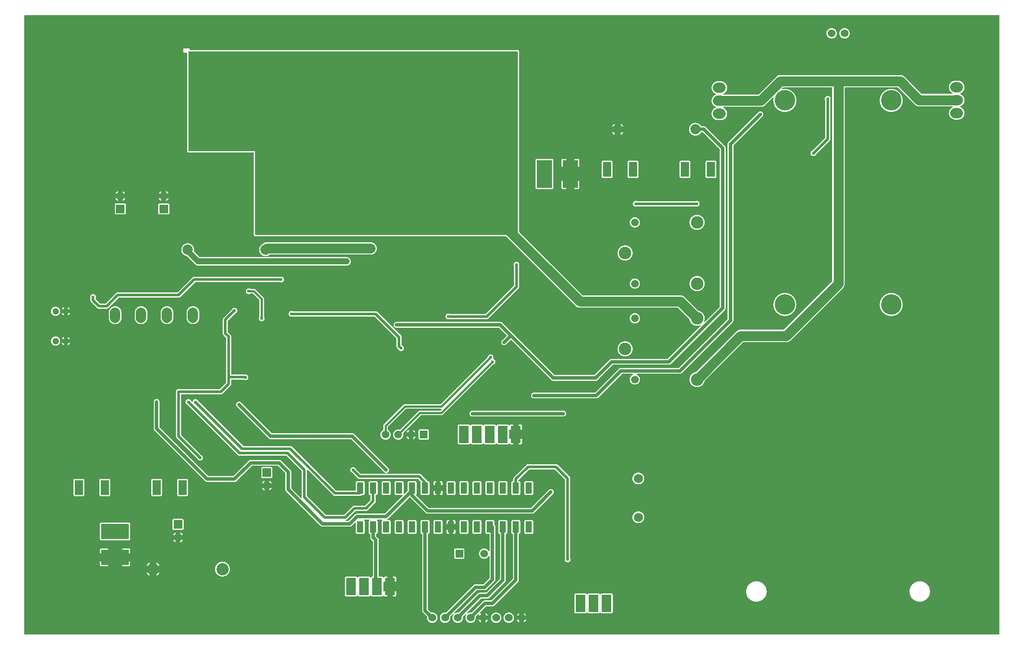
<source format=gbl>
G04 Layer: BottomLayer*
G04 EasyEDA v6.3.22, 2020-03-14T22:20:27--7:00*
G04 457ca038791a4c03a2b045dd88f7922b,93ea2736136a419895ea0886014cbf9b,10*
G04 Gerber Generator version 0.2*
G04 Scale: 100 percent, Rotated: No, Reflected: No *
G04 Dimensions in inches *
G04 leading zeros omitted , absolute positions ,2 integer and 4 decimal *
%FSLAX24Y24*%
%MOIN*%
G90*
G70D02*

%ADD11C,0.015000*%
%ADD12C,0.025000*%
%ADD15C,0.045000*%
%ADD18C,0.020000*%
%ADD19C,0.075000*%
%ADD21C,0.024000*%
%ADD43C,0.060000*%
%ADD45C,0.065000*%
%ADD46R,0.065000X0.065000*%
%ADD47R,0.074000X0.133200*%
%ADD48C,0.059055*%
%ADD49R,0.059055X0.059055*%
%ADD52C,0.078700*%
%ADD53R,0.047700X0.085900*%
%ADD54C,0.094488*%
%ADD55C,0.070866*%
%ADD56C,0.157480*%
%ADD57C,0.096700*%
%ADD58C,0.058700*%
%ADD59C,0.051181*%
%ADD60C,0.078740*%
%ADD61C,0.080000*%

%LPD*%
G36*
G01X75264Y47898D02*
G01X135Y47898D01*
G01X129Y47897D01*
G01X124Y47895D01*
G01X114Y47889D01*
G01X110Y47885D01*
G01X104Y47875D01*
G01X102Y47870D01*
G01X101Y47864D01*
G01X101Y135D01*
G01X102Y129D01*
G01X104Y124D01*
G01X110Y114D01*
G01X114Y110D01*
G01X124Y104D01*
G01X129Y102D01*
G01X135Y101D01*
G01X75264Y101D01*
G01X75270Y102D01*
G01X75275Y104D01*
G01X75285Y110D01*
G01X75289Y114D01*
G01X75295Y124D01*
G01X75297Y129D01*
G01X75298Y135D01*
G01X75298Y47864D01*
G01X75297Y47870D01*
G01X75295Y47875D01*
G01X75289Y47885D01*
G01X75285Y47889D01*
G01X75275Y47895D01*
G01X75270Y47897D01*
G01X75264Y47898D01*
G37*

%LPC*%
G36*
G01X12750Y45351D02*
G01X12450Y45351D01*
G01X12440Y45350D01*
G01X12431Y45349D01*
G01X12422Y45347D01*
G01X12413Y45344D01*
G01X12404Y45340D01*
G01X12396Y45335D01*
G01X12389Y45330D01*
G01X12381Y45324D01*
G01X12375Y45318D01*
G01X12369Y45310D01*
G01X12364Y45303D01*
G01X12359Y45295D01*
G01X12355Y45286D01*
G01X12352Y45277D01*
G01X12350Y45268D01*
G01X12348Y45250D01*
G01X12348Y45100D01*
G01X12349Y45090D01*
G01X12350Y45081D01*
G01X12352Y45072D01*
G01X12355Y45063D01*
G01X12359Y45054D01*
G01X12364Y45046D01*
G01X12369Y45039D01*
G01X12375Y45031D01*
G01X12381Y45025D01*
G01X12389Y45019D01*
G01X12396Y45014D01*
G01X12404Y45009D01*
G01X12413Y45005D01*
G01X12422Y45002D01*
G01X12431Y45000D01*
G01X12440Y44999D01*
G01X12450Y44998D01*
G01X12614Y44998D01*
G01X12620Y44997D01*
G01X12625Y44995D01*
G01X12635Y44989D01*
G01X12639Y44985D01*
G01X12645Y44975D01*
G01X12647Y44970D01*
G01X12648Y44964D01*
G01X12648Y37400D01*
G01X12649Y37390D01*
G01X12650Y37381D01*
G01X12652Y37372D01*
G01X12655Y37363D01*
G01X12659Y37354D01*
G01X12664Y37346D01*
G01X12669Y37339D01*
G01X12675Y37331D01*
G01X12681Y37325D01*
G01X12689Y37319D01*
G01X12696Y37314D01*
G01X12704Y37309D01*
G01X12713Y37305D01*
G01X12722Y37302D01*
G01X12731Y37300D01*
G01X12740Y37299D01*
G01X12750Y37298D01*
G01X17764Y37298D01*
G01X17770Y37297D01*
G01X17775Y37295D01*
G01X17785Y37289D01*
G01X17789Y37285D01*
G01X17795Y37275D01*
G01X17797Y37270D01*
G01X17798Y37264D01*
G01X17798Y30950D01*
G01X17799Y30940D01*
G01X17800Y30931D01*
G01X17802Y30922D01*
G01X17805Y30913D01*
G01X17809Y30904D01*
G01X17814Y30896D01*
G01X17819Y30889D01*
G01X17825Y30881D01*
G01X17831Y30875D01*
G01X17839Y30869D01*
G01X17846Y30864D01*
G01X17854Y30859D01*
G01X17863Y30855D01*
G01X17872Y30852D01*
G01X17881Y30850D01*
G01X17890Y30849D01*
G01X17900Y30848D01*
G01X37217Y30848D01*
G01X37223Y30847D01*
G01X37229Y30844D01*
G01X37234Y30841D01*
G01X37239Y30837D01*
G01X42627Y25449D01*
G01X42642Y25436D01*
G01X42657Y25424D01*
G01X42673Y25412D01*
G01X42689Y25401D01*
G01X42723Y25381D01*
G01X42740Y25372D01*
G01X42776Y25356D01*
G01X42795Y25349D01*
G01X42814Y25343D01*
G01X42833Y25338D01*
G01X42871Y25330D01*
G01X42891Y25327D01*
G01X42910Y25325D01*
G01X42950Y25323D01*
G01X50479Y25323D01*
G01X50485Y25322D01*
G01X50491Y25319D01*
G01X50496Y25316D01*
G01X50501Y25312D01*
G01X51389Y24424D01*
G01X51393Y24419D01*
G01X51399Y24409D01*
G01X51400Y24403D01*
G01X51405Y24381D01*
G01X51410Y24360D01*
G01X51416Y24339D01*
G01X51423Y24318D01*
G01X51430Y24298D01*
G01X51448Y24258D01*
G01X51458Y24238D01*
G01X51468Y24219D01*
G01X51480Y24201D01*
G01X51492Y24182D01*
G01X51504Y24164D01*
G01X51518Y24147D01*
G01X51531Y24130D01*
G01X51561Y24098D01*
G01X51593Y24068D01*
G01X51610Y24055D01*
G01X51627Y24041D01*
G01X51645Y24029D01*
G01X51664Y24017D01*
G01X51682Y24005D01*
G01X51701Y23995D01*
G01X51721Y23985D01*
G01X51761Y23967D01*
G01X51781Y23960D01*
G01X51802Y23953D01*
G01X51823Y23947D01*
G01X51844Y23942D01*
G01X51866Y23937D01*
G01X51887Y23934D01*
G01X51909Y23931D01*
G01X51953Y23927D01*
G01X51997Y23927D01*
G01X52041Y23931D01*
G01X52062Y23934D01*
G01X52084Y23937D01*
G01X52106Y23942D01*
G01X52127Y23947D01*
G01X52148Y23953D01*
G01X52169Y23960D01*
G01X52190Y23968D01*
G01X52197Y23970D01*
G01X52205Y23971D01*
G01X52211Y23971D01*
G01X52226Y23965D01*
G01X52231Y23961D01*
G01X52239Y23953D01*
G01X52241Y23948D01*
G01X52243Y23942D01*
G01X52244Y23937D01*
G01X52245Y23931D01*
G01X52243Y23919D01*
G01X52240Y23913D01*
G01X52237Y23908D01*
G01X52233Y23903D01*
G01X49718Y21387D01*
G01X49713Y21383D01*
G01X49707Y21380D01*
G01X49702Y21377D01*
G01X49696Y21376D01*
G01X45400Y21376D01*
G01X45372Y21374D01*
G01X45359Y21372D01*
G01X45345Y21369D01*
G01X45319Y21361D01*
G01X45307Y21356D01*
G01X45294Y21350D01*
G01X45283Y21343D01*
G01X45271Y21335D01*
G01X45260Y21327D01*
G01X45250Y21319D01*
G01X44068Y20137D01*
G01X44063Y20133D01*
G01X44057Y20130D01*
G01X44052Y20127D01*
G01X44046Y20126D01*
G01X41003Y20126D01*
G01X40997Y20127D01*
G01X40992Y20130D01*
G01X40986Y20133D01*
G01X40981Y20137D01*
G01X36949Y24169D01*
G01X36939Y24177D01*
G01X36928Y24185D01*
G01X36916Y24193D01*
G01X36905Y24200D01*
G01X36892Y24206D01*
G01X36880Y24211D01*
G01X36854Y24219D01*
G01X36840Y24222D01*
G01X36827Y24224D01*
G01X36813Y24225D01*
G01X36800Y24226D01*
G01X28800Y24226D01*
G01X28772Y24224D01*
G01X28759Y24222D01*
G01X28745Y24219D01*
G01X28719Y24211D01*
G01X28707Y24206D01*
G01X28694Y24200D01*
G01X28683Y24193D01*
G01X28671Y24185D01*
G01X28660Y24177D01*
G01X28650Y24169D01*
G01X28630Y24149D01*
G01X28622Y24139D01*
G01X28614Y24128D01*
G01X28606Y24116D01*
G01X28599Y24105D01*
G01X28593Y24092D01*
G01X28588Y24080D01*
G01X28580Y24054D01*
G01X28577Y24040D01*
G01X28575Y24027D01*
G01X28574Y24013D01*
G01X28573Y24000D01*
G01X28575Y23972D01*
G01X28577Y23959D01*
G01X28580Y23945D01*
G01X28588Y23919D01*
G01X28593Y23907D01*
G01X28599Y23894D01*
G01X28606Y23883D01*
G01X28614Y23871D01*
G01X28622Y23860D01*
G01X28630Y23850D01*
G01X28650Y23830D01*
G01X28660Y23822D01*
G01X28671Y23814D01*
G01X28683Y23806D01*
G01X28694Y23799D01*
G01X28707Y23793D01*
G01X28719Y23788D01*
G01X28745Y23780D01*
G01X28759Y23777D01*
G01X28772Y23775D01*
G01X28800Y23773D01*
G01X36696Y23773D01*
G01X36702Y23772D01*
G01X36707Y23769D01*
G01X36713Y23766D01*
G01X36718Y23762D01*
G01X37273Y23206D01*
G01X37281Y23196D01*
G01X37285Y23184D01*
G01X37285Y23172D01*
G01X37281Y23160D01*
G01X37278Y23154D01*
G01X37274Y23150D01*
G01X36938Y22808D01*
G01X36929Y22798D01*
G01X36920Y22787D01*
G01X36913Y22777D01*
G01X36905Y22765D01*
G01X36893Y22741D01*
G01X36888Y22729D01*
G01X36883Y22716D01*
G01X36877Y22690D01*
G01X36875Y22676D01*
G01X36873Y22650D01*
G01X36875Y22622D01*
G01X36877Y22609D01*
G01X36880Y22595D01*
G01X36888Y22569D01*
G01X36893Y22557D01*
G01X36899Y22544D01*
G01X36906Y22533D01*
G01X36914Y22521D01*
G01X36922Y22510D01*
G01X36930Y22500D01*
G01X36950Y22480D01*
G01X36960Y22472D01*
G01X36971Y22464D01*
G01X36983Y22456D01*
G01X36994Y22449D01*
G01X37007Y22443D01*
G01X37019Y22438D01*
G01X37045Y22430D01*
G01X37059Y22427D01*
G01X37072Y22425D01*
G01X37086Y22424D01*
G01X37099Y22423D01*
G01X37127Y22425D01*
G01X37141Y22427D01*
G01X37154Y22430D01*
G01X37168Y22434D01*
G01X37181Y22439D01*
G01X37193Y22444D01*
G01X37206Y22450D01*
G01X37218Y22457D01*
G01X37229Y22464D01*
G01X37251Y22482D01*
G01X37261Y22491D01*
G01X37593Y22830D01*
G01X37598Y22834D01*
G01X37603Y22837D01*
G01X37609Y22840D01*
G01X37621Y22842D01*
G01X37628Y22841D01*
G01X37634Y22840D01*
G01X37639Y22837D01*
G01X37645Y22834D01*
G01X37650Y22830D01*
G01X40750Y19730D01*
G01X40760Y19722D01*
G01X40771Y19714D01*
G01X40783Y19706D01*
G01X40794Y19699D01*
G01X40807Y19693D01*
G01X40819Y19688D01*
G01X40845Y19680D01*
G01X40859Y19677D01*
G01X40872Y19675D01*
G01X40900Y19673D01*
G01X44150Y19673D01*
G01X44163Y19674D01*
G01X44177Y19675D01*
G01X44190Y19677D01*
G01X44204Y19680D01*
G01X44230Y19688D01*
G01X44242Y19693D01*
G01X44255Y19699D01*
G01X44266Y19706D01*
G01X44278Y19714D01*
G01X44289Y19722D01*
G01X44299Y19730D01*
G01X45481Y20912D01*
G01X45486Y20916D01*
G01X45492Y20919D01*
G01X45497Y20922D01*
G01X45503Y20923D01*
G01X49800Y20923D01*
G01X49813Y20924D01*
G01X49827Y20925D01*
G01X49840Y20927D01*
G01X49854Y20930D01*
G01X49880Y20938D01*
G01X49892Y20943D01*
G01X49905Y20949D01*
G01X49916Y20956D01*
G01X49928Y20964D01*
G01X49939Y20972D01*
G01X49949Y20980D01*
G01X54119Y25150D01*
G01X54127Y25160D01*
G01X54135Y25171D01*
G01X54143Y25183D01*
G01X54150Y25194D01*
G01X54156Y25207D01*
G01X54161Y25219D01*
G01X54169Y25245D01*
G01X54172Y25259D01*
G01X54174Y25272D01*
G01X54176Y25300D01*
G01X54176Y37649D01*
G01X54174Y37677D01*
G01X54172Y37690D01*
G01X54169Y37704D01*
G01X54161Y37730D01*
G01X54156Y37742D01*
G01X54150Y37755D01*
G01X54143Y37766D01*
G01X54135Y37778D01*
G01X54127Y37789D01*
G01X54119Y37799D01*
G01X52649Y39269D01*
G01X52639Y39277D01*
G01X52628Y39285D01*
G01X52616Y39293D01*
G01X52605Y39300D01*
G01X52592Y39306D01*
G01X52580Y39311D01*
G01X52554Y39319D01*
G01X52540Y39322D01*
G01X52527Y39324D01*
G01X52513Y39325D01*
G01X52500Y39326D01*
G01X52307Y39326D01*
G01X52301Y39327D01*
G01X52296Y39329D01*
G01X52291Y39332D01*
G01X52286Y39336D01*
G01X52278Y39346D01*
G01X52268Y39363D01*
G01X52257Y39379D01*
G01X52246Y39396D01*
G01X52233Y39411D01*
G01X52220Y39427D01*
G01X52207Y39441D01*
G01X52193Y39455D01*
G01X52178Y39469D01*
G01X52163Y39482D01*
G01X52131Y39506D01*
G01X52114Y39517D01*
G01X52080Y39537D01*
G01X52062Y39546D01*
G01X52044Y39554D01*
G01X52025Y39562D01*
G01X51968Y39580D01*
G01X51949Y39584D01*
G01X51929Y39588D01*
G01X51869Y39594D01*
G01X51830Y39594D01*
G01X51770Y39588D01*
G01X51751Y39584D01*
G01X51731Y39580D01*
G01X51712Y39574D01*
G01X51693Y39569D01*
G01X51674Y39562D01*
G01X51638Y39546D01*
G01X51602Y39528D01*
G01X51585Y39517D01*
G01X51569Y39506D01*
G01X51552Y39495D01*
G01X51537Y39483D01*
G01X51522Y39470D01*
G01X51507Y39456D01*
G01X51493Y39442D01*
G01X51479Y39427D01*
G01X51466Y39412D01*
G01X51454Y39397D01*
G01X51443Y39380D01*
G01X51432Y39364D01*
G01X51421Y39347D01*
G01X51403Y39311D01*
G01X51387Y39275D01*
G01X51380Y39256D01*
G01X51375Y39237D01*
G01X51369Y39218D01*
G01X51365Y39198D01*
G01X51361Y39179D01*
G01X51355Y39119D01*
G01X51355Y39080D01*
G01X51361Y39020D01*
G01X51365Y39001D01*
G01X51369Y38981D01*
G01X51375Y38962D01*
G01X51380Y38943D01*
G01X51387Y38924D01*
G01X51403Y38888D01*
G01X51421Y38852D01*
G01X51432Y38835D01*
G01X51443Y38819D01*
G01X51454Y38802D01*
G01X51466Y38787D01*
G01X51479Y38772D01*
G01X51493Y38757D01*
G01X51507Y38743D01*
G01X51522Y38729D01*
G01X51537Y38716D01*
G01X51552Y38704D01*
G01X51569Y38693D01*
G01X51585Y38682D01*
G01X51602Y38671D01*
G01X51638Y38653D01*
G01X51674Y38637D01*
G01X51693Y38630D01*
G01X51712Y38625D01*
G01X51731Y38619D01*
G01X51751Y38615D01*
G01X51770Y38611D01*
G01X51830Y38605D01*
G01X51869Y38605D01*
G01X51929Y38611D01*
G01X51949Y38615D01*
G01X51968Y38619D01*
G01X52025Y38637D01*
G01X52044Y38645D01*
G01X52062Y38653D01*
G01X52080Y38662D01*
G01X52114Y38682D01*
G01X52131Y38693D01*
G01X52163Y38717D01*
G01X52178Y38730D01*
G01X52193Y38744D01*
G01X52207Y38758D01*
G01X52220Y38772D01*
G01X52233Y38788D01*
G01X52246Y38803D01*
G01X52257Y38820D01*
G01X52268Y38836D01*
G01X52278Y38853D01*
G01X52286Y38863D01*
G01X52291Y38867D01*
G01X52296Y38870D01*
G01X52301Y38872D01*
G01X52307Y38873D01*
G01X52396Y38873D01*
G01X52402Y38872D01*
G01X52407Y38869D01*
G01X52413Y38866D01*
G01X52418Y38862D01*
G01X53712Y37568D01*
G01X53716Y37563D01*
G01X53719Y37557D01*
G01X53722Y37552D01*
G01X53723Y37546D01*
G01X53723Y25403D01*
G01X53722Y25397D01*
G01X53719Y25392D01*
G01X53716Y25386D01*
G01X53712Y25381D01*
G01X52583Y24253D01*
G01X52578Y24249D01*
G01X52573Y24246D01*
G01X52567Y24243D01*
G01X52555Y24241D01*
G01X52549Y24242D01*
G01X52544Y24243D01*
G01X52538Y24245D01*
G01X52533Y24247D01*
G01X52525Y24255D01*
G01X52521Y24260D01*
G01X52515Y24275D01*
G01X52515Y24281D01*
G01X52516Y24289D01*
G01X52518Y24296D01*
G01X52526Y24317D01*
G01X52533Y24338D01*
G01X52539Y24359D01*
G01X52544Y24380D01*
G01X52549Y24402D01*
G01X52552Y24424D01*
G01X52555Y24445D01*
G01X52559Y24489D01*
G01X52559Y24533D01*
G01X52555Y24577D01*
G01X52552Y24599D01*
G01X52549Y24620D01*
G01X52544Y24642D01*
G01X52539Y24663D01*
G01X52533Y24684D01*
G01X52526Y24705D01*
G01X52519Y24725D01*
G01X52501Y24765D01*
G01X52491Y24785D01*
G01X52481Y24804D01*
G01X52469Y24822D01*
G01X52457Y24841D01*
G01X52445Y24859D01*
G01X52431Y24876D01*
G01X52418Y24893D01*
G01X52388Y24925D01*
G01X52356Y24955D01*
G01X52339Y24968D01*
G01X52322Y24982D01*
G01X52304Y24994D01*
G01X52285Y25006D01*
G01X52267Y25018D01*
G01X52248Y25028D01*
G01X52228Y25038D01*
G01X52188Y25056D01*
G01X52168Y25063D01*
G01X52147Y25070D01*
G01X52126Y25076D01*
G01X52105Y25081D01*
G01X52083Y25086D01*
G01X52077Y25087D01*
G01X52067Y25093D01*
G01X52062Y25097D01*
G01X51009Y26150D01*
G01X50994Y26163D01*
G01X50979Y26175D01*
G01X50963Y26187D01*
G01X50947Y26198D01*
G01X50913Y26218D01*
G01X50896Y26227D01*
G01X50860Y26243D01*
G01X50841Y26250D01*
G01X50822Y26256D01*
G01X50803Y26261D01*
G01X50765Y26269D01*
G01X50745Y26272D01*
G01X50726Y26274D01*
G01X50706Y26275D01*
G01X50687Y26276D01*
G01X43157Y26276D01*
G01X43151Y26277D01*
G01X43145Y26280D01*
G01X43140Y26283D01*
G01X43135Y26287D01*
G01X38262Y31160D01*
G01X38258Y31165D01*
G01X38255Y31170D01*
G01X38252Y31176D01*
G01X38251Y31182D01*
G01X38251Y45100D01*
G01X38249Y45118D01*
G01X38247Y45127D01*
G01X38244Y45136D01*
G01X38240Y45145D01*
G01X38235Y45153D01*
G01X38230Y45160D01*
G01X38224Y45168D01*
G01X38218Y45174D01*
G01X38210Y45180D01*
G01X38203Y45185D01*
G01X38195Y45190D01*
G01X38186Y45194D01*
G01X38177Y45197D01*
G01X38168Y45199D01*
G01X38150Y45201D01*
G01X12885Y45201D01*
G01X12879Y45202D01*
G01X12874Y45204D01*
G01X12864Y45210D01*
G01X12860Y45214D01*
G01X12854Y45224D01*
G01X12852Y45229D01*
G01X12851Y45235D01*
G01X12851Y45250D01*
G01X12849Y45268D01*
G01X12847Y45277D01*
G01X12844Y45286D01*
G01X12840Y45295D01*
G01X12835Y45303D01*
G01X12830Y45310D01*
G01X12824Y45318D01*
G01X12818Y45324D01*
G01X12810Y45330D01*
G01X12803Y45335D01*
G01X12795Y45340D01*
G01X12786Y45344D01*
G01X12777Y45347D01*
G01X12768Y45349D01*
G01X12750Y45351D01*
G37*
G36*
G01X67650Y43276D02*
G01X58400Y43276D01*
G01X58360Y43274D01*
G01X58341Y43272D01*
G01X58321Y43269D01*
G01X58283Y43261D01*
G01X58264Y43256D01*
G01X58245Y43250D01*
G01X58226Y43243D01*
G01X58190Y43227D01*
G01X58173Y43218D01*
G01X58139Y43198D01*
G01X58123Y43187D01*
G01X58107Y43175D01*
G01X58092Y43163D01*
G01X58077Y43150D01*
G01X56714Y41787D01*
G01X56709Y41783D01*
G01X56704Y41780D01*
G01X56698Y41777D01*
G01X56692Y41776D01*
G01X54035Y41776D01*
G01X54030Y41777D01*
G01X54024Y41779D01*
G01X54019Y41782D01*
G01X54015Y41785D01*
G01X54011Y41789D01*
G01X54007Y41794D01*
G01X54003Y41804D01*
G01X54001Y41810D01*
G01X54001Y41816D01*
G01X54003Y41828D01*
G01X54006Y41834D01*
G01X54009Y41839D01*
G01X54013Y41844D01*
G01X54018Y41848D01*
G01X54023Y41851D01*
G01X54059Y41871D01*
G01X54077Y41882D01*
G01X54093Y41894D01*
G01X54110Y41906D01*
G01X54126Y41919D01*
G01X54156Y41947D01*
G01X54170Y41962D01*
G01X54196Y41994D01*
G01X54208Y42010D01*
G01X54220Y42027D01*
G01X54231Y42045D01*
G01X54241Y42063D01*
G01X54250Y42081D01*
G01X54259Y42100D01*
G01X54267Y42119D01*
G01X54274Y42138D01*
G01X54280Y42158D01*
G01X54285Y42177D01*
G01X54290Y42197D01*
G01X54294Y42218D01*
G01X54297Y42238D01*
G01X54299Y42258D01*
G01X54300Y42279D01*
G01X54300Y42320D01*
G01X54299Y42340D01*
G01X54297Y42360D01*
G01X54294Y42380D01*
G01X54290Y42400D01*
G01X54286Y42419D01*
G01X54281Y42439D01*
G01X54275Y42458D01*
G01X54268Y42477D01*
G01X54260Y42496D01*
G01X54252Y42514D01*
G01X54243Y42532D01*
G01X54233Y42550D01*
G01X54223Y42567D01*
G01X54212Y42584D01*
G01X54200Y42600D01*
G01X54174Y42632D01*
G01X54161Y42647D01*
G01X54146Y42661D01*
G01X54132Y42675D01*
G01X54116Y42688D01*
G01X54084Y42712D01*
G01X54067Y42723D01*
G01X54050Y42733D01*
G01X54032Y42743D01*
G01X54014Y42752D01*
G01X53996Y42760D01*
G01X53977Y42768D01*
G01X53958Y42775D01*
G01X53939Y42781D01*
G01X53919Y42786D01*
G01X53900Y42790D01*
G01X53880Y42794D01*
G01X53860Y42797D01*
G01X53840Y42799D01*
G01X53820Y42800D01*
G01X53799Y42801D01*
G01X53600Y42801D01*
G01X53579Y42800D01*
G01X53559Y42799D01*
G01X53539Y42797D01*
G01X53519Y42794D01*
G01X53499Y42790D01*
G01X53480Y42786D01*
G01X53460Y42781D01*
G01X53441Y42775D01*
G01X53422Y42768D01*
G01X53403Y42760D01*
G01X53385Y42752D01*
G01X53367Y42743D01*
G01X53349Y42733D01*
G01X53332Y42723D01*
G01X53315Y42712D01*
G01X53283Y42688D01*
G01X53267Y42675D01*
G01X53253Y42661D01*
G01X53238Y42647D01*
G01X53225Y42632D01*
G01X53199Y42600D01*
G01X53187Y42584D01*
G01X53176Y42567D01*
G01X53166Y42550D01*
G01X53156Y42532D01*
G01X53147Y42514D01*
G01X53139Y42496D01*
G01X53131Y42477D01*
G01X53124Y42458D01*
G01X53118Y42439D01*
G01X53113Y42419D01*
G01X53109Y42400D01*
G01X53105Y42380D01*
G01X53102Y42360D01*
G01X53100Y42340D01*
G01X53099Y42320D01*
G01X53099Y42279D01*
G01X53100Y42259D01*
G01X53102Y42239D01*
G01X53105Y42218D01*
G01X53109Y42198D01*
G01X53113Y42179D01*
G01X53125Y42139D01*
G01X53139Y42101D01*
G01X53157Y42065D01*
G01X53167Y42047D01*
G01X53178Y42029D01*
G01X53189Y42013D01*
G01X53201Y41996D01*
G01X53214Y41980D01*
G01X53227Y41965D01*
G01X53241Y41950D01*
G01X53255Y41936D01*
G01X53270Y41922D01*
G01X53302Y41896D01*
G01X53353Y41863D01*
G01X53371Y41854D01*
G01X53390Y41845D01*
G01X53408Y41836D01*
G01X53414Y41834D01*
G01X53418Y41830D01*
G01X53423Y41826D01*
G01X53426Y41822D01*
G01X53429Y41817D01*
G01X53433Y41805D01*
G01X53433Y41794D01*
G01X53429Y41782D01*
G01X53426Y41777D01*
G01X53423Y41773D01*
G01X53418Y41769D01*
G01X53414Y41765D01*
G01X53408Y41763D01*
G01X53390Y41754D01*
G01X53371Y41745D01*
G01X53353Y41736D01*
G01X53302Y41703D01*
G01X53270Y41677D01*
G01X53255Y41663D01*
G01X53241Y41649D01*
G01X53227Y41634D01*
G01X53214Y41619D01*
G01X53201Y41603D01*
G01X53189Y41586D01*
G01X53178Y41570D01*
G01X53167Y41552D01*
G01X53157Y41534D01*
G01X53139Y41498D01*
G01X53125Y41460D01*
G01X53113Y41420D01*
G01X53109Y41401D01*
G01X53105Y41381D01*
G01X53102Y41360D01*
G01X53100Y41340D01*
G01X53099Y41320D01*
G01X53099Y41279D01*
G01X53100Y41259D01*
G01X53102Y41239D01*
G01X53105Y41218D01*
G01X53109Y41198D01*
G01X53113Y41179D01*
G01X53125Y41139D01*
G01X53139Y41101D01*
G01X53157Y41065D01*
G01X53167Y41047D01*
G01X53178Y41029D01*
G01X53189Y41013D01*
G01X53201Y40996D01*
G01X53214Y40980D01*
G01X53227Y40965D01*
G01X53241Y40950D01*
G01X53255Y40936D01*
G01X53270Y40922D01*
G01X53302Y40896D01*
G01X53353Y40863D01*
G01X53371Y40854D01*
G01X53390Y40845D01*
G01X53408Y40836D01*
G01X53414Y40834D01*
G01X53418Y40830D01*
G01X53423Y40826D01*
G01X53426Y40822D01*
G01X53429Y40817D01*
G01X53433Y40805D01*
G01X53433Y40794D01*
G01X53429Y40782D01*
G01X53426Y40777D01*
G01X53423Y40773D01*
G01X53418Y40769D01*
G01X53414Y40765D01*
G01X53408Y40763D01*
G01X53390Y40754D01*
G01X53371Y40745D01*
G01X53353Y40736D01*
G01X53302Y40703D01*
G01X53270Y40677D01*
G01X53255Y40663D01*
G01X53241Y40649D01*
G01X53227Y40634D01*
G01X53214Y40619D01*
G01X53201Y40603D01*
G01X53189Y40586D01*
G01X53178Y40570D01*
G01X53167Y40552D01*
G01X53157Y40534D01*
G01X53139Y40498D01*
G01X53125Y40460D01*
G01X53113Y40420D01*
G01X53109Y40401D01*
G01X53105Y40381D01*
G01X53102Y40360D01*
G01X53100Y40340D01*
G01X53099Y40320D01*
G01X53099Y40279D01*
G01X53100Y40259D01*
G01X53102Y40239D01*
G01X53105Y40219D01*
G01X53109Y40199D01*
G01X53113Y40180D01*
G01X53118Y40160D01*
G01X53124Y40141D01*
G01X53131Y40122D01*
G01X53139Y40103D01*
G01X53147Y40085D01*
G01X53156Y40067D01*
G01X53166Y40049D01*
G01X53176Y40032D01*
G01X53187Y40015D01*
G01X53199Y39999D01*
G01X53225Y39967D01*
G01X53238Y39952D01*
G01X53253Y39938D01*
G01X53267Y39924D01*
G01X53283Y39911D01*
G01X53315Y39887D01*
G01X53332Y39876D01*
G01X53349Y39866D01*
G01X53367Y39856D01*
G01X53385Y39847D01*
G01X53403Y39839D01*
G01X53422Y39831D01*
G01X53441Y39824D01*
G01X53460Y39818D01*
G01X53480Y39813D01*
G01X53499Y39809D01*
G01X53519Y39805D01*
G01X53539Y39802D01*
G01X53559Y39800D01*
G01X53579Y39799D01*
G01X53600Y39798D01*
G01X53799Y39798D01*
G01X53820Y39799D01*
G01X53840Y39800D01*
G01X53860Y39802D01*
G01X53880Y39805D01*
G01X53900Y39809D01*
G01X53919Y39813D01*
G01X53939Y39818D01*
G01X53958Y39824D01*
G01X53977Y39831D01*
G01X53996Y39839D01*
G01X54014Y39847D01*
G01X54032Y39856D01*
G01X54050Y39866D01*
G01X54067Y39876D01*
G01X54084Y39887D01*
G01X54116Y39911D01*
G01X54132Y39924D01*
G01X54146Y39938D01*
G01X54161Y39952D01*
G01X54174Y39967D01*
G01X54200Y39999D01*
G01X54212Y40015D01*
G01X54223Y40032D01*
G01X54233Y40049D01*
G01X54243Y40067D01*
G01X54252Y40085D01*
G01X54260Y40103D01*
G01X54268Y40122D01*
G01X54275Y40141D01*
G01X54281Y40160D01*
G01X54286Y40180D01*
G01X54290Y40199D01*
G01X54294Y40219D01*
G01X54297Y40239D01*
G01X54299Y40259D01*
G01X54300Y40279D01*
G01X54300Y40320D01*
G01X54299Y40341D01*
G01X54297Y40361D01*
G01X54294Y40381D01*
G01X54290Y40402D01*
G01X54285Y40422D01*
G01X54280Y40441D01*
G01X54274Y40461D01*
G01X54267Y40480D01*
G01X54259Y40499D01*
G01X54250Y40518D01*
G01X54241Y40536D01*
G01X54231Y40554D01*
G01X54220Y40572D01*
G01X54208Y40589D01*
G01X54196Y40605D01*
G01X54170Y40637D01*
G01X54156Y40652D01*
G01X54126Y40680D01*
G01X54110Y40693D01*
G01X54093Y40705D01*
G01X54077Y40717D01*
G01X54059Y40728D01*
G01X54023Y40748D01*
G01X54018Y40751D01*
G01X54013Y40755D01*
G01X54009Y40760D01*
G01X54006Y40765D01*
G01X54003Y40771D01*
G01X54001Y40783D01*
G01X54001Y40789D01*
G01X54003Y40795D01*
G01X54007Y40805D01*
G01X54011Y40810D01*
G01X54015Y40814D01*
G01X54019Y40817D01*
G01X54024Y40820D01*
G01X54030Y40822D01*
G01X54035Y40823D01*
G01X56900Y40823D01*
G01X56919Y40824D01*
G01X56939Y40825D01*
G01X56958Y40827D01*
G01X56978Y40830D01*
G01X57016Y40838D01*
G01X57035Y40843D01*
G01X57054Y40849D01*
G01X57073Y40856D01*
G01X57109Y40872D01*
G01X57126Y40881D01*
G01X57160Y40901D01*
G01X57176Y40912D01*
G01X57192Y40924D01*
G01X57207Y40936D01*
G01X57222Y40949D01*
G01X57236Y40963D01*
G01X57812Y41538D01*
G01X57816Y41542D01*
G01X57822Y41546D01*
G01X57827Y41548D01*
G01X57834Y41550D01*
G01X57846Y41550D01*
G01X57861Y41544D01*
G01X57866Y41540D01*
G01X57870Y41536D01*
G01X57873Y41532D01*
G01X57876Y41527D01*
G01X57878Y41521D01*
G01X57879Y41516D01*
G01X57880Y41510D01*
G01X57879Y41502D01*
G01X57874Y41473D01*
G01X57869Y41443D01*
G01X57866Y41414D01*
G01X57863Y41384D01*
G01X57862Y41354D01*
G01X57861Y41325D01*
G01X57863Y41271D01*
G01X57865Y41244D01*
G01X57868Y41217D01*
G01X57871Y41191D01*
G01X57876Y41164D01*
G01X57881Y41138D01*
G01X57887Y41112D01*
G01X57901Y41060D01*
G01X57910Y41035D01*
G01X57919Y41009D01*
G01X57929Y40985D01*
G01X57939Y40960D01*
G01X57963Y40912D01*
G01X57976Y40888D01*
G01X57989Y40865D01*
G01X58003Y40842D01*
G01X58018Y40820D01*
G01X58034Y40798D01*
G01X58050Y40777D01*
G01X58067Y40756D01*
G01X58085Y40735D01*
G01X58103Y40716D01*
G01X58121Y40696D01*
G01X58141Y40678D01*
G01X58160Y40660D01*
G01X58181Y40642D01*
G01X58202Y40625D01*
G01X58223Y40609D01*
G01X58245Y40593D01*
G01X58267Y40578D01*
G01X58290Y40564D01*
G01X58313Y40551D01*
G01X58337Y40538D01*
G01X58385Y40514D01*
G01X58410Y40504D01*
G01X58434Y40494D01*
G01X58460Y40485D01*
G01X58485Y40476D01*
G01X58537Y40462D01*
G01X58563Y40456D01*
G01X58589Y40451D01*
G01X58616Y40446D01*
G01X58642Y40443D01*
G01X58669Y40440D01*
G01X58696Y40438D01*
G01X58750Y40436D01*
G01X58776Y40437D01*
G01X58803Y40438D01*
G01X58830Y40440D01*
G01X58857Y40443D01*
G01X58883Y40446D01*
G01X58910Y40451D01*
G01X58936Y40456D01*
G01X58962Y40462D01*
G01X59014Y40476D01*
G01X59039Y40485D01*
G01X59065Y40494D01*
G01X59089Y40504D01*
G01X59114Y40514D01*
G01X59162Y40538D01*
G01X59186Y40551D01*
G01X59209Y40564D01*
G01X59232Y40578D01*
G01X59254Y40593D01*
G01X59276Y40609D01*
G01X59297Y40625D01*
G01X59318Y40642D01*
G01X59339Y40660D01*
G01X59358Y40678D01*
G01X59378Y40696D01*
G01X59396Y40716D01*
G01X59414Y40735D01*
G01X59432Y40756D01*
G01X59449Y40777D01*
G01X59465Y40798D01*
G01X59481Y40820D01*
G01X59496Y40842D01*
G01X59510Y40865D01*
G01X59523Y40888D01*
G01X59536Y40912D01*
G01X59560Y40960D01*
G01X59570Y40985D01*
G01X59580Y41009D01*
G01X59589Y41035D01*
G01X59598Y41060D01*
G01X59612Y41112D01*
G01X59618Y41138D01*
G01X59623Y41164D01*
G01X59628Y41191D01*
G01X59631Y41217D01*
G01X59634Y41244D01*
G01X59636Y41271D01*
G01X59638Y41325D01*
G01X59637Y41351D01*
G01X59636Y41378D01*
G01X59634Y41405D01*
G01X59631Y41432D01*
G01X59628Y41458D01*
G01X59623Y41485D01*
G01X59618Y41511D01*
G01X59612Y41537D01*
G01X59598Y41589D01*
G01X59589Y41614D01*
G01X59580Y41640D01*
G01X59570Y41664D01*
G01X59560Y41689D01*
G01X59536Y41737D01*
G01X59523Y41761D01*
G01X59510Y41784D01*
G01X59496Y41807D01*
G01X59481Y41829D01*
G01X59465Y41851D01*
G01X59449Y41872D01*
G01X59432Y41893D01*
G01X59414Y41914D01*
G01X59396Y41933D01*
G01X59378Y41953D01*
G01X59358Y41971D01*
G01X59339Y41989D01*
G01X59318Y42007D01*
G01X59297Y42024D01*
G01X59276Y42040D01*
G01X59254Y42056D01*
G01X59232Y42071D01*
G01X59209Y42085D01*
G01X59186Y42098D01*
G01X59162Y42111D01*
G01X59114Y42135D01*
G01X59089Y42145D01*
G01X59065Y42155D01*
G01X59039Y42164D01*
G01X59014Y42173D01*
G01X58962Y42187D01*
G01X58936Y42193D01*
G01X58910Y42198D01*
G01X58883Y42203D01*
G01X58857Y42206D01*
G01X58830Y42209D01*
G01X58803Y42211D01*
G01X58776Y42212D01*
G01X58750Y42213D01*
G01X58690Y42211D01*
G01X58660Y42208D01*
G01X58631Y42205D01*
G01X58601Y42200D01*
G01X58572Y42195D01*
G01X58564Y42194D01*
G01X58558Y42195D01*
G01X58553Y42196D01*
G01X58547Y42198D01*
G01X58542Y42201D01*
G01X58538Y42204D01*
G01X58534Y42208D01*
G01X58530Y42213D01*
G01X58524Y42228D01*
G01X58524Y42240D01*
G01X58526Y42247D01*
G01X58528Y42252D01*
G01X58532Y42258D01*
G01X58536Y42262D01*
G01X58585Y42312D01*
G01X58590Y42316D01*
G01X58595Y42319D01*
G01X58601Y42322D01*
G01X58607Y42323D01*
G01X62364Y42323D01*
G01X62369Y42322D01*
G01X62375Y42320D01*
G01X62380Y42317D01*
G01X62384Y42314D01*
G01X62388Y42310D01*
G01X62392Y42305D01*
G01X62395Y42300D01*
G01X62397Y42295D01*
G01X62398Y42289D01*
G01X62398Y27382D01*
G01X62394Y27370D01*
G01X62391Y27364D01*
G01X62386Y27360D01*
G01X58664Y23637D01*
G01X58659Y23633D01*
G01X58654Y23630D01*
G01X58648Y23627D01*
G01X58642Y23626D01*
G01X55336Y23626D01*
G01X55317Y23625D01*
G01X55297Y23624D01*
G01X55278Y23622D01*
G01X55258Y23619D01*
G01X55220Y23611D01*
G01X55201Y23606D01*
G01X55182Y23600D01*
G01X55163Y23593D01*
G01X55127Y23577D01*
G01X55110Y23568D01*
G01X55076Y23548D01*
G01X55060Y23537D01*
G01X55044Y23525D01*
G01X55029Y23513D01*
G01X55014Y23500D01*
G01X51887Y20373D01*
G01X51882Y20369D01*
G01X51872Y20363D01*
G01X51866Y20362D01*
G01X51844Y20357D01*
G01X51823Y20352D01*
G01X51802Y20346D01*
G01X51781Y20339D01*
G01X51761Y20332D01*
G01X51721Y20314D01*
G01X51701Y20304D01*
G01X51682Y20294D01*
G01X51664Y20282D01*
G01X51645Y20270D01*
G01X51627Y20258D01*
G01X51610Y20244D01*
G01X51593Y20231D01*
G01X51561Y20201D01*
G01X51531Y20169D01*
G01X51518Y20152D01*
G01X51504Y20135D01*
G01X51492Y20117D01*
G01X51480Y20098D01*
G01X51468Y20080D01*
G01X51458Y20061D01*
G01X51448Y20041D01*
G01X51430Y20001D01*
G01X51423Y19981D01*
G01X51416Y19960D01*
G01X51410Y19939D01*
G01X51405Y19918D01*
G01X51400Y19896D01*
G01X51397Y19875D01*
G01X51394Y19853D01*
G01X51390Y19809D01*
G01X51390Y19766D01*
G01X51394Y19722D01*
G01X51397Y19700D01*
G01X51400Y19679D01*
G01X51405Y19657D01*
G01X51410Y19636D01*
G01X51416Y19615D01*
G01X51423Y19594D01*
G01X51430Y19574D01*
G01X51448Y19534D01*
G01X51458Y19514D01*
G01X51468Y19495D01*
G01X51480Y19477D01*
G01X51492Y19458D01*
G01X51504Y19440D01*
G01X51518Y19423D01*
G01X51531Y19406D01*
G01X51561Y19374D01*
G01X51593Y19344D01*
G01X51610Y19331D01*
G01X51627Y19317D01*
G01X51645Y19305D01*
G01X51664Y19293D01*
G01X51682Y19281D01*
G01X51701Y19271D01*
G01X51721Y19261D01*
G01X51761Y19243D01*
G01X51781Y19236D01*
G01X51802Y19229D01*
G01X51823Y19223D01*
G01X51844Y19218D01*
G01X51866Y19213D01*
G01X51887Y19210D01*
G01X51909Y19207D01*
G01X51953Y19203D01*
G01X51996Y19203D01*
G01X52040Y19207D01*
G01X52062Y19210D01*
G01X52083Y19213D01*
G01X52105Y19218D01*
G01X52126Y19223D01*
G01X52147Y19229D01*
G01X52168Y19236D01*
G01X52188Y19243D01*
G01X52228Y19261D01*
G01X52248Y19271D01*
G01X52267Y19281D01*
G01X52285Y19293D01*
G01X52304Y19305D01*
G01X52322Y19317D01*
G01X52339Y19331D01*
G01X52356Y19344D01*
G01X52388Y19374D01*
G01X52418Y19406D01*
G01X52431Y19423D01*
G01X52445Y19440D01*
G01X52457Y19458D01*
G01X52469Y19477D01*
G01X52481Y19495D01*
G01X52491Y19514D01*
G01X52501Y19534D01*
G01X52519Y19574D01*
G01X52526Y19594D01*
G01X52533Y19615D01*
G01X52539Y19636D01*
G01X52544Y19657D01*
G01X52549Y19679D01*
G01X52550Y19685D01*
G01X52556Y19695D01*
G01X52560Y19700D01*
G01X55522Y22662D01*
G01X55527Y22666D01*
G01X55532Y22669D01*
G01X55538Y22672D01*
G01X55544Y22673D01*
G01X58850Y22673D01*
G01X58869Y22674D01*
G01X58889Y22675D01*
G01X58908Y22677D01*
G01X58928Y22680D01*
G01X58966Y22688D01*
G01X58985Y22693D01*
G01X59004Y22699D01*
G01X59023Y22706D01*
G01X59059Y22722D01*
G01X59076Y22731D01*
G01X59110Y22751D01*
G01X59126Y22762D01*
G01X59142Y22774D01*
G01X59157Y22786D01*
G01X59172Y22799D01*
G01X63211Y26838D01*
G01X63224Y26852D01*
G01X63250Y26882D01*
G01X63262Y26898D01*
G01X63273Y26914D01*
G01X63293Y26948D01*
G01X63302Y26965D01*
G01X63318Y27001D01*
G01X63324Y27020D01*
G01X63330Y27038D01*
G01X63336Y27057D01*
G01X63340Y27077D01*
G01X63344Y27096D01*
G01X63347Y27115D01*
G01X63349Y27135D01*
G01X63350Y27155D01*
G01X63350Y42283D01*
G01X63352Y42295D01*
G01X63354Y42300D01*
G01X63360Y42310D01*
G01X63364Y42314D01*
G01X63374Y42320D01*
G01X63379Y42322D01*
G01X63384Y42323D01*
G01X67442Y42323D01*
G01X67448Y42322D01*
G01X67454Y42319D01*
G01X67459Y42316D01*
G01X67464Y42312D01*
G01X68777Y40999D01*
G01X68792Y40986D01*
G01X68807Y40974D01*
G01X68823Y40962D01*
G01X68839Y40951D01*
G01X68873Y40931D01*
G01X68890Y40922D01*
G01X68926Y40906D01*
G01X68945Y40899D01*
G01X68964Y40893D01*
G01X68983Y40888D01*
G01X69021Y40880D01*
G01X69041Y40877D01*
G01X69060Y40875D01*
G01X69100Y40873D01*
G01X71664Y40873D01*
G01X71669Y40872D01*
G01X71675Y40870D01*
G01X71680Y40867D01*
G01X71684Y40864D01*
G01X71688Y40860D01*
G01X71692Y40855D01*
G01X71696Y40845D01*
G01X71698Y40839D01*
G01X71698Y40833D01*
G01X71696Y40821D01*
G01X71693Y40815D01*
G01X71690Y40810D01*
G01X71686Y40805D01*
G01X71681Y40801D01*
G01X71676Y40798D01*
G01X71640Y40778D01*
G01X71622Y40767D01*
G01X71606Y40755D01*
G01X71589Y40743D01*
G01X71573Y40730D01*
G01X71543Y40702D01*
G01X71529Y40687D01*
G01X71503Y40655D01*
G01X71491Y40639D01*
G01X71479Y40622D01*
G01X71468Y40604D01*
G01X71458Y40586D01*
G01X71449Y40568D01*
G01X71440Y40549D01*
G01X71432Y40530D01*
G01X71425Y40511D01*
G01X71419Y40491D01*
G01X71414Y40472D01*
G01X71409Y40452D01*
G01X71405Y40431D01*
G01X71402Y40411D01*
G01X71400Y40391D01*
G01X71399Y40370D01*
G01X71399Y40329D01*
G01X71400Y40309D01*
G01X71402Y40289D01*
G01X71405Y40269D01*
G01X71409Y40249D01*
G01X71413Y40230D01*
G01X71418Y40210D01*
G01X71424Y40191D01*
G01X71431Y40172D01*
G01X71439Y40153D01*
G01X71447Y40135D01*
G01X71456Y40117D01*
G01X71466Y40099D01*
G01X71476Y40082D01*
G01X71487Y40065D01*
G01X71499Y40049D01*
G01X71525Y40017D01*
G01X71538Y40002D01*
G01X71553Y39988D01*
G01X71567Y39974D01*
G01X71583Y39961D01*
G01X71615Y39937D01*
G01X71632Y39926D01*
G01X71649Y39916D01*
G01X71667Y39906D01*
G01X71685Y39897D01*
G01X71703Y39889D01*
G01X71722Y39881D01*
G01X71741Y39874D01*
G01X71760Y39868D01*
G01X71780Y39863D01*
G01X71799Y39859D01*
G01X71819Y39855D01*
G01X71839Y39852D01*
G01X71859Y39850D01*
G01X71879Y39849D01*
G01X71900Y39848D01*
G01X72099Y39848D01*
G01X72120Y39849D01*
G01X72140Y39850D01*
G01X72160Y39852D01*
G01X72180Y39855D01*
G01X72200Y39859D01*
G01X72219Y39863D01*
G01X72239Y39868D01*
G01X72258Y39874D01*
G01X72277Y39881D01*
G01X72296Y39889D01*
G01X72314Y39897D01*
G01X72332Y39906D01*
G01X72350Y39916D01*
G01X72367Y39926D01*
G01X72384Y39937D01*
G01X72416Y39961D01*
G01X72432Y39974D01*
G01X72446Y39988D01*
G01X72461Y40002D01*
G01X72474Y40017D01*
G01X72500Y40049D01*
G01X72512Y40065D01*
G01X72523Y40082D01*
G01X72533Y40099D01*
G01X72543Y40117D01*
G01X72552Y40135D01*
G01X72560Y40153D01*
G01X72568Y40172D01*
G01X72575Y40191D01*
G01X72581Y40210D01*
G01X72586Y40230D01*
G01X72590Y40249D01*
G01X72594Y40269D01*
G01X72597Y40289D01*
G01X72599Y40309D01*
G01X72600Y40329D01*
G01X72600Y40370D01*
G01X72599Y40390D01*
G01X72597Y40410D01*
G01X72594Y40431D01*
G01X72590Y40451D01*
G01X72586Y40470D01*
G01X72574Y40510D01*
G01X72560Y40548D01*
G01X72542Y40584D01*
G01X72532Y40602D01*
G01X72521Y40620D01*
G01X72510Y40636D01*
G01X72498Y40653D01*
G01X72485Y40669D01*
G01X72472Y40684D01*
G01X72458Y40699D01*
G01X72444Y40713D01*
G01X72429Y40727D01*
G01X72397Y40753D01*
G01X72346Y40786D01*
G01X72328Y40795D01*
G01X72309Y40804D01*
G01X72291Y40813D01*
G01X72285Y40815D01*
G01X72281Y40819D01*
G01X72276Y40823D01*
G01X72273Y40827D01*
G01X72270Y40832D01*
G01X72266Y40844D01*
G01X72266Y40855D01*
G01X72270Y40867D01*
G01X72273Y40872D01*
G01X72276Y40876D01*
G01X72281Y40880D01*
G01X72285Y40884D01*
G01X72291Y40886D01*
G01X72309Y40895D01*
G01X72328Y40904D01*
G01X72346Y40913D01*
G01X72397Y40946D01*
G01X72429Y40972D01*
G01X72444Y40986D01*
G01X72458Y41000D01*
G01X72472Y41015D01*
G01X72485Y41030D01*
G01X72498Y41046D01*
G01X72510Y41063D01*
G01X72521Y41079D01*
G01X72532Y41097D01*
G01X72542Y41115D01*
G01X72560Y41151D01*
G01X72574Y41189D01*
G01X72586Y41229D01*
G01X72590Y41248D01*
G01X72594Y41268D01*
G01X72597Y41289D01*
G01X72599Y41309D01*
G01X72600Y41329D01*
G01X72600Y41370D01*
G01X72599Y41390D01*
G01X72597Y41410D01*
G01X72594Y41431D01*
G01X72590Y41451D01*
G01X72586Y41470D01*
G01X72574Y41510D01*
G01X72560Y41548D01*
G01X72542Y41584D01*
G01X72532Y41602D01*
G01X72521Y41620D01*
G01X72510Y41636D01*
G01X72498Y41653D01*
G01X72485Y41669D01*
G01X72472Y41684D01*
G01X72458Y41699D01*
G01X72444Y41713D01*
G01X72429Y41727D01*
G01X72397Y41753D01*
G01X72346Y41786D01*
G01X72328Y41795D01*
G01X72309Y41804D01*
G01X72291Y41813D01*
G01X72285Y41815D01*
G01X72281Y41819D01*
G01X72276Y41823D01*
G01X72273Y41827D01*
G01X72270Y41832D01*
G01X72266Y41844D01*
G01X72266Y41855D01*
G01X72270Y41867D01*
G01X72273Y41872D01*
G01X72276Y41876D01*
G01X72281Y41880D01*
G01X72285Y41884D01*
G01X72291Y41886D01*
G01X72309Y41895D01*
G01X72328Y41904D01*
G01X72346Y41913D01*
G01X72397Y41946D01*
G01X72429Y41972D01*
G01X72444Y41986D01*
G01X72458Y42000D01*
G01X72472Y42015D01*
G01X72485Y42030D01*
G01X72498Y42046D01*
G01X72510Y42063D01*
G01X72521Y42079D01*
G01X72532Y42097D01*
G01X72542Y42115D01*
G01X72560Y42151D01*
G01X72574Y42189D01*
G01X72586Y42229D01*
G01X72590Y42248D01*
G01X72594Y42268D01*
G01X72597Y42289D01*
G01X72599Y42309D01*
G01X72600Y42329D01*
G01X72600Y42370D01*
G01X72599Y42390D01*
G01X72597Y42410D01*
G01X72594Y42430D01*
G01X72590Y42450D01*
G01X72586Y42469D01*
G01X72581Y42489D01*
G01X72575Y42508D01*
G01X72568Y42527D01*
G01X72560Y42546D01*
G01X72552Y42564D01*
G01X72543Y42582D01*
G01X72533Y42600D01*
G01X72523Y42617D01*
G01X72512Y42634D01*
G01X72500Y42650D01*
G01X72474Y42682D01*
G01X72461Y42697D01*
G01X72446Y42711D01*
G01X72432Y42725D01*
G01X72416Y42738D01*
G01X72384Y42762D01*
G01X72367Y42773D01*
G01X72350Y42783D01*
G01X72332Y42793D01*
G01X72314Y42802D01*
G01X72296Y42810D01*
G01X72277Y42818D01*
G01X72258Y42825D01*
G01X72239Y42831D01*
G01X72219Y42836D01*
G01X72200Y42840D01*
G01X72180Y42844D01*
G01X72160Y42847D01*
G01X72140Y42849D01*
G01X72120Y42850D01*
G01X72099Y42851D01*
G01X71900Y42851D01*
G01X71879Y42850D01*
G01X71859Y42849D01*
G01X71839Y42847D01*
G01X71819Y42844D01*
G01X71799Y42840D01*
G01X71780Y42836D01*
G01X71760Y42831D01*
G01X71741Y42825D01*
G01X71722Y42818D01*
G01X71703Y42810D01*
G01X71685Y42802D01*
G01X71667Y42793D01*
G01X71649Y42783D01*
G01X71632Y42773D01*
G01X71615Y42762D01*
G01X71583Y42738D01*
G01X71567Y42725D01*
G01X71553Y42711D01*
G01X71538Y42697D01*
G01X71525Y42682D01*
G01X71499Y42650D01*
G01X71487Y42634D01*
G01X71476Y42617D01*
G01X71466Y42600D01*
G01X71456Y42582D01*
G01X71447Y42564D01*
G01X71439Y42546D01*
G01X71431Y42527D01*
G01X71424Y42508D01*
G01X71418Y42489D01*
G01X71413Y42469D01*
G01X71409Y42450D01*
G01X71405Y42430D01*
G01X71402Y42410D01*
G01X71400Y42390D01*
G01X71399Y42370D01*
G01X71399Y42329D01*
G01X71400Y42308D01*
G01X71402Y42288D01*
G01X71405Y42268D01*
G01X71409Y42247D01*
G01X71414Y42227D01*
G01X71419Y42208D01*
G01X71425Y42188D01*
G01X71432Y42169D01*
G01X71440Y42150D01*
G01X71449Y42131D01*
G01X71458Y42113D01*
G01X71468Y42095D01*
G01X71479Y42077D01*
G01X71491Y42060D01*
G01X71503Y42044D01*
G01X71529Y42012D01*
G01X71543Y41997D01*
G01X71573Y41969D01*
G01X71589Y41956D01*
G01X71606Y41944D01*
G01X71622Y41932D01*
G01X71640Y41921D01*
G01X71676Y41901D01*
G01X71681Y41898D01*
G01X71686Y41894D01*
G01X71690Y41889D01*
G01X71693Y41884D01*
G01X71696Y41878D01*
G01X71698Y41866D01*
G01X71698Y41860D01*
G01X71696Y41854D01*
G01X71692Y41844D01*
G01X71688Y41839D01*
G01X71684Y41835D01*
G01X71680Y41832D01*
G01X71675Y41829D01*
G01X71669Y41827D01*
G01X71664Y41826D01*
G01X69307Y41826D01*
G01X69301Y41827D01*
G01X69295Y41830D01*
G01X69290Y41833D01*
G01X69285Y41837D01*
G01X67972Y43150D01*
G01X67957Y43163D01*
G01X67942Y43175D01*
G01X67926Y43187D01*
G01X67910Y43198D01*
G01X67876Y43218D01*
G01X67859Y43227D01*
G01X67823Y43243D01*
G01X67804Y43250D01*
G01X67785Y43256D01*
G01X67766Y43261D01*
G01X67728Y43269D01*
G01X67708Y43272D01*
G01X67689Y43274D01*
G01X67669Y43275D01*
G01X67650Y43276D01*
G37*
G36*
G01X10313Y18275D02*
G01X10300Y18276D01*
G01X10272Y18274D01*
G01X10259Y18272D01*
G01X10245Y18269D01*
G01X10219Y18261D01*
G01X10207Y18256D01*
G01X10194Y18250D01*
G01X10183Y18243D01*
G01X10171Y18235D01*
G01X10160Y18227D01*
G01X10150Y18219D01*
G01X10130Y18199D01*
G01X10122Y18189D01*
G01X10114Y18178D01*
G01X10106Y18166D01*
G01X10099Y18155D01*
G01X10093Y18142D01*
G01X10088Y18130D01*
G01X10080Y18104D01*
G01X10077Y18090D01*
G01X10075Y18077D01*
G01X10074Y18063D01*
G01X10073Y18050D01*
G01X10073Y16000D01*
G01X10075Y15972D01*
G01X10077Y15959D01*
G01X10080Y15945D01*
G01X10088Y15919D01*
G01X10093Y15907D01*
G01X10099Y15894D01*
G01X10106Y15883D01*
G01X10114Y15871D01*
G01X10122Y15860D01*
G01X10130Y15850D01*
G01X14050Y11930D01*
G01X14060Y11922D01*
G01X14071Y11914D01*
G01X14083Y11906D01*
G01X14094Y11899D01*
G01X14107Y11893D01*
G01X14119Y11888D01*
G01X14145Y11880D01*
G01X14159Y11877D01*
G01X14172Y11875D01*
G01X14200Y11873D01*
G01X16300Y11873D01*
G01X16313Y11874D01*
G01X16327Y11875D01*
G01X16340Y11877D01*
G01X16354Y11880D01*
G01X16380Y11888D01*
G01X16392Y11893D01*
G01X16405Y11899D01*
G01X16416Y11906D01*
G01X16428Y11914D01*
G01X16439Y11922D01*
G01X16449Y11930D01*
G01X17631Y13112D01*
G01X17636Y13116D01*
G01X17642Y13119D01*
G01X17647Y13122D01*
G01X17653Y13123D01*
G01X19646Y13123D01*
G01X19652Y13122D01*
G01X19657Y13119D01*
G01X19663Y13116D01*
G01X19668Y13112D01*
G01X20212Y12568D01*
G01X20216Y12563D01*
G01X20219Y12557D01*
G01X20222Y12552D01*
G01X20223Y12546D01*
G01X20223Y11300D01*
G01X20225Y11272D01*
G01X20227Y11259D01*
G01X20230Y11245D01*
G01X20238Y11219D01*
G01X20243Y11207D01*
G01X20249Y11194D01*
G01X20256Y11183D01*
G01X20264Y11171D01*
G01X20272Y11160D01*
G01X20280Y11150D01*
G01X22950Y8480D01*
G01X22960Y8472D01*
G01X22971Y8464D01*
G01X22983Y8456D01*
G01X22994Y8449D01*
G01X23007Y8443D01*
G01X23019Y8438D01*
G01X23045Y8430D01*
G01X23059Y8427D01*
G01X23072Y8425D01*
G01X23100Y8423D01*
G01X25200Y8423D01*
G01X25213Y8424D01*
G01X25227Y8425D01*
G01X25240Y8427D01*
G01X25254Y8430D01*
G01X25280Y8438D01*
G01X25292Y8443D01*
G01X25305Y8449D01*
G01X25316Y8456D01*
G01X25328Y8464D01*
G01X25339Y8472D01*
G01X25349Y8480D01*
G01X25359Y8490D01*
G01X25592Y8722D01*
G01X25596Y8726D01*
G01X25608Y8732D01*
G01X25620Y8734D01*
G01X25626Y8733D01*
G01X25631Y8732D01*
G01X25637Y8730D01*
G01X25642Y8727D01*
G01X25646Y8724D01*
G01X25650Y8720D01*
G01X25654Y8715D01*
G01X25660Y8700D01*
G01X25660Y7961D01*
G01X25662Y7951D01*
G01X25664Y7942D01*
G01X25667Y7934D01*
G01X25671Y7925D01*
G01X25675Y7917D01*
G01X25680Y7909D01*
G01X25686Y7902D01*
G01X25693Y7895D01*
G01X25700Y7889D01*
G01X25708Y7884D01*
G01X25716Y7880D01*
G01X25725Y7876D01*
G01X25733Y7873D01*
G01X25742Y7871D01*
G01X25752Y7869D01*
G01X26247Y7869D01*
G01X26257Y7871D01*
G01X26266Y7873D01*
G01X26274Y7876D01*
G01X26283Y7880D01*
G01X26291Y7884D01*
G01X26299Y7889D01*
G01X26306Y7895D01*
G01X26313Y7902D01*
G01X26319Y7909D01*
G01X26324Y7917D01*
G01X26328Y7925D01*
G01X26332Y7934D01*
G01X26335Y7942D01*
G01X26337Y7951D01*
G01X26339Y7961D01*
G01X26339Y8838D01*
G01X26337Y8848D01*
G01X26335Y8857D01*
G01X26332Y8866D01*
G01X26324Y8882D01*
G01X26318Y8890D01*
G01X26306Y8904D01*
G01X26301Y8909D01*
G01X26298Y8914D01*
G01X26295Y8920D01*
G01X26293Y8927D01*
G01X26293Y8939D01*
G01X26294Y8945D01*
G01X26296Y8950D01*
G01X26302Y8960D01*
G01X26306Y8964D01*
G01X26316Y8970D01*
G01X26321Y8972D01*
G01X26327Y8973D01*
G01X26672Y8973D01*
G01X26678Y8972D01*
G01X26683Y8970D01*
G01X26693Y8964D01*
G01X26697Y8960D01*
G01X26703Y8950D01*
G01X26705Y8945D01*
G01X26706Y8939D01*
G01X26706Y8927D01*
G01X26704Y8920D01*
G01X26701Y8914D01*
G01X26698Y8909D01*
G01X26693Y8904D01*
G01X26681Y8890D01*
G01X26675Y8882D01*
G01X26667Y8866D01*
G01X26664Y8857D01*
G01X26662Y8848D01*
G01X26660Y8838D01*
G01X26660Y7961D01*
G01X26664Y7943D01*
G01X26670Y7925D01*
G01X26675Y7917D01*
G01X26680Y7910D01*
G01X26686Y7902D01*
G01X26692Y7896D01*
G01X26700Y7890D01*
G01X26707Y7885D01*
G01X26715Y7880D01*
G01X26724Y7876D01*
G01X26732Y7873D01*
G01X26741Y7871D01*
G01X26753Y7867D01*
G01X26758Y7863D01*
G01X26766Y7855D01*
G01X26769Y7849D01*
G01X26772Y7844D01*
G01X26773Y7838D01*
G01X26773Y7600D01*
G01X26775Y7572D01*
G01X26777Y7559D01*
G01X26780Y7545D01*
G01X26788Y7519D01*
G01X26793Y7507D01*
G01X26799Y7494D01*
G01X26806Y7483D01*
G01X26814Y7471D01*
G01X26822Y7460D01*
G01X26830Y7450D01*
G01X26962Y7318D01*
G01X26966Y7313D01*
G01X26969Y7307D01*
G01X26972Y7302D01*
G01X26973Y7296D01*
G01X26973Y4601D01*
G01X26972Y4595D01*
G01X26970Y4590D01*
G01X26964Y4580D01*
G01X26960Y4576D01*
G01X26950Y4570D01*
G01X26945Y4568D01*
G01X26939Y4567D01*
G01X26934Y4566D01*
G01X26930Y4567D01*
G01X26920Y4566D01*
G01X26911Y4565D01*
G01X26902Y4563D01*
G01X26894Y4560D01*
G01X26885Y4556D01*
G01X26877Y4552D01*
G01X26870Y4547D01*
G01X26856Y4535D01*
G01X26850Y4528D01*
G01X26845Y4521D01*
G01X26840Y4513D01*
G01X26836Y4505D01*
G01X26834Y4499D01*
G01X26830Y4495D01*
G01X26826Y4490D01*
G01X26822Y4487D01*
G01X26817Y4484D01*
G01X26811Y4482D01*
G01X26805Y4481D01*
G01X26800Y4480D01*
G01X26788Y4482D01*
G01X26782Y4484D01*
G01X26777Y4487D01*
G01X26773Y4490D01*
G01X26769Y4495D01*
G01X26765Y4499D01*
G01X26763Y4505D01*
G01X26759Y4513D01*
G01X26754Y4521D01*
G01X26749Y4528D01*
G01X26743Y4535D01*
G01X26729Y4547D01*
G01X26722Y4552D01*
G01X26714Y4556D01*
G01X26705Y4560D01*
G01X26697Y4563D01*
G01X26688Y4565D01*
G01X26679Y4566D01*
G01X26669Y4567D01*
G01X25930Y4567D01*
G01X25920Y4566D01*
G01X25911Y4565D01*
G01X25902Y4563D01*
G01X25894Y4560D01*
G01X25885Y4556D01*
G01X25877Y4552D01*
G01X25870Y4547D01*
G01X25856Y4535D01*
G01X25850Y4528D01*
G01X25845Y4521D01*
G01X25840Y4513D01*
G01X25836Y4505D01*
G01X25834Y4499D01*
G01X25830Y4495D01*
G01X25826Y4490D01*
G01X25822Y4487D01*
G01X25817Y4484D01*
G01X25811Y4482D01*
G01X25805Y4481D01*
G01X25800Y4480D01*
G01X25788Y4482D01*
G01X25782Y4484D01*
G01X25777Y4487D01*
G01X25773Y4490D01*
G01X25769Y4495D01*
G01X25765Y4499D01*
G01X25763Y4505D01*
G01X25759Y4513D01*
G01X25754Y4521D01*
G01X25749Y4528D01*
G01X25743Y4535D01*
G01X25729Y4547D01*
G01X25722Y4552D01*
G01X25714Y4556D01*
G01X25705Y4560D01*
G01X25697Y4563D01*
G01X25688Y4565D01*
G01X25679Y4566D01*
G01X25669Y4567D01*
G01X24930Y4567D01*
G01X24920Y4566D01*
G01X24911Y4565D01*
G01X24902Y4563D01*
G01X24893Y4560D01*
G01X24884Y4556D01*
G01X24876Y4551D01*
G01X24869Y4546D01*
G01X24861Y4540D01*
G01X24855Y4534D01*
G01X24849Y4526D01*
G01X24844Y4519D01*
G01X24839Y4511D01*
G01X24835Y4502D01*
G01X24832Y4493D01*
G01X24830Y4484D01*
G01X24829Y4475D01*
G01X24828Y4465D01*
G01X24828Y3134D01*
G01X24829Y3124D01*
G01X24830Y3115D01*
G01X24832Y3106D01*
G01X24835Y3097D01*
G01X24839Y3088D01*
G01X24844Y3080D01*
G01X24849Y3073D01*
G01X24855Y3065D01*
G01X24861Y3059D01*
G01X24869Y3053D01*
G01X24876Y3048D01*
G01X24884Y3043D01*
G01X24893Y3039D01*
G01X24902Y3036D01*
G01X24911Y3034D01*
G01X24920Y3033D01*
G01X24930Y3032D01*
G01X25669Y3032D01*
G01X25679Y3033D01*
G01X25688Y3034D01*
G01X25697Y3036D01*
G01X25705Y3039D01*
G01X25714Y3043D01*
G01X25722Y3047D01*
G01X25729Y3052D01*
G01X25743Y3064D01*
G01X25749Y3071D01*
G01X25754Y3078D01*
G01X25759Y3086D01*
G01X25763Y3094D01*
G01X25765Y3100D01*
G01X25769Y3104D01*
G01X25773Y3109D01*
G01X25777Y3112D01*
G01X25782Y3115D01*
G01X25788Y3117D01*
G01X25800Y3119D01*
G01X25805Y3118D01*
G01X25811Y3117D01*
G01X25817Y3115D01*
G01X25822Y3112D01*
G01X25826Y3109D01*
G01X25830Y3104D01*
G01X25834Y3100D01*
G01X25836Y3094D01*
G01X25840Y3086D01*
G01X25845Y3078D01*
G01X25850Y3071D01*
G01X25856Y3064D01*
G01X25870Y3052D01*
G01X25877Y3047D01*
G01X25885Y3043D01*
G01X25894Y3039D01*
G01X25902Y3036D01*
G01X25911Y3034D01*
G01X25920Y3033D01*
G01X25930Y3032D01*
G01X26669Y3032D01*
G01X26679Y3033D01*
G01X26688Y3034D01*
G01X26697Y3036D01*
G01X26705Y3039D01*
G01X26714Y3043D01*
G01X26722Y3047D01*
G01X26729Y3052D01*
G01X26743Y3064D01*
G01X26749Y3071D01*
G01X26754Y3078D01*
G01X26759Y3086D01*
G01X26763Y3094D01*
G01X26765Y3100D01*
G01X26769Y3104D01*
G01X26773Y3109D01*
G01X26777Y3112D01*
G01X26782Y3115D01*
G01X26788Y3117D01*
G01X26800Y3119D01*
G01X26805Y3118D01*
G01X26811Y3117D01*
G01X26817Y3115D01*
G01X26822Y3112D01*
G01X26826Y3109D01*
G01X26830Y3104D01*
G01X26834Y3100D01*
G01X26836Y3094D01*
G01X26840Y3086D01*
G01X26845Y3078D01*
G01X26850Y3071D01*
G01X26856Y3064D01*
G01X26870Y3052D01*
G01X26877Y3047D01*
G01X26885Y3043D01*
G01X26894Y3039D01*
G01X26902Y3036D01*
G01X26911Y3034D01*
G01X26920Y3033D01*
G01X26930Y3032D01*
G01X27669Y3032D01*
G01X27679Y3033D01*
G01X27688Y3034D01*
G01X27697Y3036D01*
G01X27705Y3039D01*
G01X27714Y3043D01*
G01X27722Y3047D01*
G01X27729Y3052D01*
G01X27743Y3064D01*
G01X27749Y3071D01*
G01X27754Y3078D01*
G01X27759Y3086D01*
G01X27763Y3094D01*
G01X27765Y3100D01*
G01X27769Y3104D01*
G01X27773Y3109D01*
G01X27777Y3112D01*
G01X27782Y3115D01*
G01X27788Y3117D01*
G01X27800Y3119D01*
G01X27805Y3118D01*
G01X27811Y3117D01*
G01X27817Y3115D01*
G01X27822Y3112D01*
G01X27826Y3109D01*
G01X27830Y3104D01*
G01X27834Y3100D01*
G01X27836Y3094D01*
G01X27840Y3086D01*
G01X27845Y3078D01*
G01X27850Y3071D01*
G01X27856Y3064D01*
G01X27870Y3052D01*
G01X27877Y3047D01*
G01X27885Y3043D01*
G01X27894Y3039D01*
G01X27902Y3036D01*
G01X27911Y3034D01*
G01X27920Y3033D01*
G01X27930Y3032D01*
G01X28089Y3032D01*
G01X28089Y3442D01*
G01X27810Y3441D01*
G01X27805Y3442D01*
G01X27799Y3443D01*
G01X27794Y3445D01*
G01X27784Y3451D01*
G01X27780Y3455D01*
G01X27774Y3465D01*
G01X27772Y3470D01*
G01X27771Y3476D01*
G01X27771Y4123D01*
G01X27772Y4129D01*
G01X27774Y4134D01*
G01X27780Y4144D01*
G01X27784Y4148D01*
G01X27794Y4154D01*
G01X27799Y4156D01*
G01X27805Y4157D01*
G01X27810Y4158D01*
G01X28089Y4157D01*
G01X28089Y4567D01*
G01X27930Y4567D01*
G01X27920Y4566D01*
G01X27911Y4565D01*
G01X27902Y4563D01*
G01X27894Y4560D01*
G01X27885Y4556D01*
G01X27877Y4552D01*
G01X27870Y4547D01*
G01X27856Y4535D01*
G01X27850Y4528D01*
G01X27845Y4521D01*
G01X27840Y4513D01*
G01X27836Y4505D01*
G01X27834Y4499D01*
G01X27830Y4495D01*
G01X27826Y4490D01*
G01X27822Y4487D01*
G01X27817Y4484D01*
G01X27811Y4482D01*
G01X27805Y4481D01*
G01X27800Y4480D01*
G01X27788Y4482D01*
G01X27782Y4484D01*
G01X27777Y4487D01*
G01X27773Y4490D01*
G01X27769Y4495D01*
G01X27765Y4499D01*
G01X27763Y4505D01*
G01X27759Y4513D01*
G01X27754Y4521D01*
G01X27749Y4528D01*
G01X27743Y4535D01*
G01X27729Y4547D01*
G01X27722Y4552D01*
G01X27714Y4556D01*
G01X27705Y4560D01*
G01X27697Y4563D01*
G01X27688Y4565D01*
G01X27679Y4566D01*
G01X27669Y4567D01*
G01X27465Y4566D01*
G01X27460Y4567D01*
G01X27454Y4568D01*
G01X27449Y4570D01*
G01X27439Y4576D01*
G01X27435Y4580D01*
G01X27429Y4590D01*
G01X27427Y4595D01*
G01X27426Y4601D01*
G01X27426Y7399D01*
G01X27424Y7427D01*
G01X27422Y7440D01*
G01X27419Y7454D01*
G01X27411Y7480D01*
G01X27406Y7492D01*
G01X27400Y7505D01*
G01X27393Y7516D01*
G01X27385Y7528D01*
G01X27377Y7539D01*
G01X27369Y7549D01*
G01X27237Y7681D01*
G01X27233Y7686D01*
G01X27230Y7692D01*
G01X27227Y7697D01*
G01X27226Y7703D01*
G01X27226Y7838D01*
G01X27227Y7844D01*
G01X27230Y7849D01*
G01X27233Y7855D01*
G01X27241Y7863D01*
G01X27246Y7867D01*
G01X27258Y7871D01*
G01X27267Y7873D01*
G01X27275Y7876D01*
G01X27284Y7880D01*
G01X27292Y7885D01*
G01X27299Y7890D01*
G01X27307Y7896D01*
G01X27313Y7902D01*
G01X27319Y7910D01*
G01X27324Y7917D01*
G01X27329Y7925D01*
G01X27335Y7943D01*
G01X27339Y7961D01*
G01X27339Y8838D01*
G01X27337Y8848D01*
G01X27335Y8857D01*
G01X27332Y8866D01*
G01X27324Y8882D01*
G01X27318Y8890D01*
G01X27306Y8904D01*
G01X27301Y8909D01*
G01X27298Y8914D01*
G01X27295Y8920D01*
G01X27293Y8927D01*
G01X27293Y8939D01*
G01X27294Y8945D01*
G01X27296Y8950D01*
G01X27302Y8960D01*
G01X27306Y8964D01*
G01X27316Y8970D01*
G01X27321Y8972D01*
G01X27327Y8973D01*
G01X27672Y8973D01*
G01X27678Y8972D01*
G01X27683Y8970D01*
G01X27693Y8964D01*
G01X27697Y8960D01*
G01X27703Y8950D01*
G01X27705Y8945D01*
G01X27706Y8939D01*
G01X27706Y8927D01*
G01X27704Y8920D01*
G01X27701Y8914D01*
G01X27698Y8909D01*
G01X27693Y8904D01*
G01X27681Y8890D01*
G01X27675Y8882D01*
G01X27667Y8866D01*
G01X27664Y8857D01*
G01X27662Y8848D01*
G01X27660Y8838D01*
G01X27660Y7961D01*
G01X27662Y7951D01*
G01X27664Y7942D01*
G01X27667Y7934D01*
G01X27671Y7925D01*
G01X27675Y7917D01*
G01X27680Y7909D01*
G01X27686Y7902D01*
G01X27693Y7895D01*
G01X27700Y7889D01*
G01X27708Y7884D01*
G01X27716Y7880D01*
G01X27725Y7876D01*
G01X27733Y7873D01*
G01X27742Y7871D01*
G01X27752Y7869D01*
G01X28247Y7869D01*
G01X28257Y7871D01*
G01X28266Y7873D01*
G01X28274Y7876D01*
G01X28283Y7880D01*
G01X28291Y7884D01*
G01X28299Y7889D01*
G01X28306Y7895D01*
G01X28313Y7902D01*
G01X28319Y7909D01*
G01X28324Y7917D01*
G01X28328Y7925D01*
G01X28332Y7934D01*
G01X28335Y7942D01*
G01X28337Y7951D01*
G01X28339Y7961D01*
G01X28339Y8838D01*
G01X28337Y8848D01*
G01X28335Y8857D01*
G01X28332Y8865D01*
G01X28328Y8874D01*
G01X28324Y8882D01*
G01X28319Y8890D01*
G01X28313Y8897D01*
G01X28306Y8904D01*
G01X28299Y8910D01*
G01X28291Y8915D01*
G01X28283Y8919D01*
G01X28274Y8923D01*
G01X28266Y8926D01*
G01X28257Y8928D01*
G01X28247Y8930D01*
G01X28111Y8930D01*
G01X28106Y8932D01*
G01X28100Y8934D01*
G01X28095Y8936D01*
G01X28083Y8948D01*
G01X28081Y8953D01*
G01X28079Y8959D01*
G01X28077Y8964D01*
G01X28077Y8970D01*
G01X28079Y8982D01*
G01X28081Y8987D01*
G01X28084Y8992D01*
G01X28088Y8997D01*
G01X28092Y9001D01*
G01X28097Y9005D01*
G01X28109Y9012D01*
G01X28121Y9021D01*
G01X28132Y9030D01*
G01X28142Y9040D01*
G01X29788Y10685D01*
G01X29793Y10689D01*
G01X29798Y10692D01*
G01X29804Y10695D01*
G01X29816Y10697D01*
G01X29828Y10695D01*
G01X29840Y10689D01*
G01X29844Y10685D01*
G01X31040Y9490D01*
G01X31050Y9480D01*
G01X31060Y9472D01*
G01X31071Y9464D01*
G01X31083Y9456D01*
G01X31094Y9449D01*
G01X31107Y9443D01*
G01X31119Y9438D01*
G01X31145Y9430D01*
G01X31159Y9427D01*
G01X31172Y9425D01*
G01X31200Y9423D01*
G01X39250Y9423D01*
G01X39263Y9424D01*
G01X39277Y9425D01*
G01X39290Y9427D01*
G01X39304Y9430D01*
G01X39330Y9438D01*
G01X39342Y9443D01*
G01X39355Y9449D01*
G01X39366Y9456D01*
G01X39378Y9464D01*
G01X39389Y9472D01*
G01X39399Y9480D01*
G01X40869Y10950D01*
G01X40877Y10960D01*
G01X40885Y10971D01*
G01X40893Y10983D01*
G01X40900Y10994D01*
G01X40906Y11007D01*
G01X40911Y11019D01*
G01X40919Y11045D01*
G01X40922Y11059D01*
G01X40924Y11072D01*
G01X40926Y11100D01*
G01X40925Y11113D01*
G01X40924Y11127D01*
G01X40922Y11140D01*
G01X40919Y11154D01*
G01X40911Y11180D01*
G01X40906Y11192D01*
G01X40900Y11205D01*
G01X40893Y11216D01*
G01X40885Y11228D01*
G01X40877Y11239D01*
G01X40869Y11249D01*
G01X40849Y11269D01*
G01X40839Y11277D01*
G01X40828Y11285D01*
G01X40816Y11293D01*
G01X40805Y11300D01*
G01X40792Y11306D01*
G01X40780Y11311D01*
G01X40754Y11319D01*
G01X40740Y11322D01*
G01X40727Y11324D01*
G01X40713Y11325D01*
G01X40700Y11326D01*
G01X40672Y11324D01*
G01X40659Y11322D01*
G01X40645Y11319D01*
G01X40619Y11311D01*
G01X40607Y11306D01*
G01X40594Y11300D01*
G01X40583Y11293D01*
G01X40571Y11285D01*
G01X40560Y11277D01*
G01X40550Y11269D01*
G01X39168Y9887D01*
G01X39163Y9883D01*
G01X39157Y9880D01*
G01X39152Y9877D01*
G01X39146Y9876D01*
G01X31303Y9876D01*
G01X31297Y9877D01*
G01X31292Y9880D01*
G01X31286Y9883D01*
G01X31281Y9887D01*
G01X30318Y10851D01*
G01X30310Y10861D01*
G01X30306Y10873D01*
G01X30306Y10879D01*
G01X30308Y10893D01*
G01X30311Y10899D01*
G01X30315Y10905D01*
G01X30321Y10913D01*
G01X30327Y10922D01*
G01X30335Y10940D01*
G01X30337Y10950D01*
G01X30339Y10970D01*
G01X30339Y11838D01*
G01X30337Y11848D01*
G01X30335Y11857D01*
G01X30332Y11865D01*
G01X30328Y11874D01*
G01X30324Y11882D01*
G01X30319Y11890D01*
G01X30313Y11897D01*
G01X30306Y11904D01*
G01X30299Y11910D01*
G01X30291Y11915D01*
G01X30283Y11919D01*
G01X30274Y11923D01*
G01X30266Y11926D01*
G01X30257Y11928D01*
G01X30247Y11930D01*
G01X29752Y11930D01*
G01X29742Y11928D01*
G01X29733Y11926D01*
G01X29725Y11923D01*
G01X29716Y11919D01*
G01X29708Y11915D01*
G01X29700Y11910D01*
G01X29693Y11904D01*
G01X29686Y11897D01*
G01X29680Y11890D01*
G01X29675Y11882D01*
G01X29671Y11874D01*
G01X29667Y11865D01*
G01X29664Y11857D01*
G01X29662Y11848D01*
G01X29660Y11838D01*
G01X29660Y11207D01*
G01X29656Y11195D01*
G01X29648Y11185D01*
G01X29403Y10940D01*
G01X29397Y10936D01*
G01X29391Y10934D01*
G01X29379Y10932D01*
G01X29373Y10932D01*
G01X29368Y10934D01*
G01X29362Y10936D01*
G01X29357Y10938D01*
G01X29345Y10950D01*
G01X29343Y10955D01*
G01X29341Y10961D01*
G01X29339Y10966D01*
G01X29339Y11838D01*
G01X29337Y11848D01*
G01X29335Y11857D01*
G01X29332Y11865D01*
G01X29328Y11874D01*
G01X29324Y11882D01*
G01X29319Y11890D01*
G01X29313Y11897D01*
G01X29306Y11904D01*
G01X29299Y11910D01*
G01X29291Y11915D01*
G01X29283Y11919D01*
G01X29274Y11923D01*
G01X29266Y11926D01*
G01X29257Y11928D01*
G01X29247Y11930D01*
G01X28752Y11930D01*
G01X28742Y11928D01*
G01X28733Y11926D01*
G01X28725Y11923D01*
G01X28716Y11919D01*
G01X28708Y11915D01*
G01X28700Y11910D01*
G01X28693Y11904D01*
G01X28686Y11897D01*
G01X28680Y11890D01*
G01X28675Y11882D01*
G01X28671Y11874D01*
G01X28667Y11865D01*
G01X28664Y11857D01*
G01X28662Y11848D01*
G01X28660Y11838D01*
G01X28660Y10961D01*
G01X28662Y10951D01*
G01X28664Y10942D01*
G01X28667Y10934D01*
G01X28671Y10925D01*
G01X28675Y10917D01*
G01X28680Y10909D01*
G01X28686Y10902D01*
G01X28693Y10895D01*
G01X28700Y10889D01*
G01X28708Y10884D01*
G01X28716Y10880D01*
G01X28725Y10876D01*
G01X28733Y10873D01*
G01X28742Y10871D01*
G01X28752Y10869D01*
G01X29242Y10869D01*
G01X29247Y10867D01*
G01X29253Y10865D01*
G01X29258Y10863D01*
G01X29270Y10851D01*
G01X29272Y10846D01*
G01X29274Y10840D01*
G01X29276Y10835D01*
G01X29276Y10829D01*
G01X29274Y10817D01*
G01X29272Y10811D01*
G01X29268Y10805D01*
G01X29264Y10801D01*
G01X27901Y9437D01*
G01X27896Y9433D01*
G01X27891Y9430D01*
G01X27885Y9427D01*
G01X27879Y9426D01*
G01X25750Y9426D01*
G01X25722Y9424D01*
G01X25709Y9422D01*
G01X25695Y9419D01*
G01X25669Y9411D01*
G01X25657Y9406D01*
G01X25644Y9400D01*
G01X25633Y9393D01*
G01X25621Y9385D01*
G01X25610Y9377D01*
G01X25600Y9369D01*
G01X25118Y8887D01*
G01X25113Y8883D01*
G01X25107Y8880D01*
G01X25102Y8877D01*
G01X25096Y8876D01*
G01X24901Y8876D01*
G01X24896Y8877D01*
G01X24891Y8879D01*
G01X24881Y8885D01*
G01X24877Y8889D01*
G01X24871Y8899D01*
G01X24869Y8904D01*
G01X24868Y8910D01*
G01X24867Y8915D01*
G01X24869Y8927D01*
G01X24871Y8933D01*
G01X24874Y8938D01*
G01X24882Y8946D01*
G01X24887Y8950D01*
G01X24892Y8953D01*
G01X24898Y8954D01*
G01X24911Y8958D01*
G01X24924Y8963D01*
G01X24936Y8968D01*
G01X24948Y8974D01*
G01X24960Y8982D01*
G01X24971Y8989D01*
G01X24982Y8998D01*
G01X24992Y9007D01*
G01X25621Y9637D01*
G01X25626Y9641D01*
G01X25631Y9644D01*
G01X25637Y9647D01*
G01X25643Y9648D01*
G01X26450Y9648D01*
G01X26476Y9650D01*
G01X26489Y9652D01*
G01X26502Y9655D01*
G01X26514Y9659D01*
G01X26538Y9669D01*
G01X26550Y9675D01*
G01X26561Y9682D01*
G01X26572Y9690D01*
G01X26582Y9698D01*
G01X26592Y9707D01*
G01X27142Y10257D01*
G01X27151Y10267D01*
G01X27159Y10277D01*
G01X27167Y10288D01*
G01X27174Y10299D01*
G01X27180Y10311D01*
G01X27190Y10335D01*
G01X27194Y10347D01*
G01X27197Y10360D01*
G01X27199Y10373D01*
G01X27201Y10399D01*
G01X27201Y10835D01*
G01X27202Y10841D01*
G01X27205Y10847D01*
G01X27208Y10852D01*
G01X27212Y10857D01*
G01X27217Y10861D01*
G01X27222Y10864D01*
G01X27228Y10867D01*
G01X27240Y10869D01*
G01X27258Y10871D01*
G01X27267Y10873D01*
G01X27276Y10876D01*
G01X27284Y10880D01*
G01X27300Y10890D01*
G01X27307Y10896D01*
G01X27319Y10910D01*
G01X27324Y10917D01*
G01X27329Y10925D01*
G01X27335Y10943D01*
G01X27339Y10961D01*
G01X27339Y11838D01*
G01X27337Y11848D01*
G01X27335Y11857D01*
G01X27332Y11865D01*
G01X27328Y11874D01*
G01X27324Y11882D01*
G01X27319Y11890D01*
G01X27313Y11897D01*
G01X27306Y11904D01*
G01X27299Y11910D01*
G01X27291Y11915D01*
G01X27283Y11919D01*
G01X27274Y11923D01*
G01X27266Y11926D01*
G01X27257Y11928D01*
G01X27247Y11930D01*
G01X26752Y11930D01*
G01X26742Y11928D01*
G01X26733Y11926D01*
G01X26725Y11923D01*
G01X26716Y11919D01*
G01X26708Y11915D01*
G01X26700Y11910D01*
G01X26693Y11904D01*
G01X26686Y11897D01*
G01X26680Y11890D01*
G01X26675Y11882D01*
G01X26671Y11874D01*
G01X26667Y11865D01*
G01X26664Y11857D01*
G01X26662Y11848D01*
G01X26660Y11838D01*
G01X26660Y10961D01*
G01X26664Y10943D01*
G01X26670Y10925D01*
G01X26675Y10917D01*
G01X26680Y10910D01*
G01X26692Y10896D01*
G01X26699Y10890D01*
G01X26715Y10880D01*
G01X26723Y10876D01*
G01X26732Y10873D01*
G01X26741Y10871D01*
G01X26759Y10869D01*
G01X26771Y10867D01*
G01X26777Y10864D01*
G01X26782Y10861D01*
G01X26787Y10857D01*
G01X26791Y10852D01*
G01X26794Y10847D01*
G01X26797Y10841D01*
G01X26798Y10835D01*
G01X26798Y10493D01*
G01X26797Y10487D01*
G01X26794Y10481D01*
G01X26791Y10476D01*
G01X26787Y10471D01*
G01X26378Y10062D01*
G01X26373Y10058D01*
G01X26368Y10055D01*
G01X26362Y10052D01*
G01X26356Y10051D01*
G01X25550Y10051D01*
G01X25536Y10050D01*
G01X25523Y10049D01*
G01X25510Y10047D01*
G01X25497Y10044D01*
G01X25485Y10040D01*
G01X25461Y10030D01*
G01X25449Y10024D01*
G01X25438Y10017D01*
G01X25427Y10009D01*
G01X25417Y10001D01*
G01X25407Y9992D01*
G01X24778Y9362D01*
G01X24773Y9358D01*
G01X24768Y9355D01*
G01X24762Y9352D01*
G01X24756Y9351D01*
G01X23343Y9351D01*
G01X23337Y9352D01*
G01X23331Y9355D01*
G01X23326Y9358D01*
G01X23321Y9362D01*
G01X21912Y10771D01*
G01X21908Y10776D01*
G01X21905Y10781D01*
G01X21902Y10787D01*
G01X21901Y10793D01*
G01X21901Y12773D01*
G01X21902Y12779D01*
G01X21904Y12784D01*
G01X21910Y12794D01*
G01X21914Y12798D01*
G01X21924Y12804D01*
G01X21929Y12806D01*
G01X21935Y12807D01*
G01X21940Y12808D01*
G01X21947Y12807D01*
G01X21953Y12806D01*
G01X21959Y12803D01*
G01X21964Y12800D01*
G01X21969Y12796D01*
G01X23907Y10857D01*
G01X23917Y10848D01*
G01X23927Y10840D01*
G01X23938Y10832D01*
G01X23949Y10825D01*
G01X23961Y10819D01*
G01X23985Y10809D01*
G01X23997Y10805D01*
G01X24010Y10802D01*
G01X24023Y10800D01*
G01X24036Y10799D01*
G01X24050Y10798D01*
G01X26000Y10798D01*
G01X26026Y10800D01*
G01X26039Y10802D01*
G01X26051Y10805D01*
G01X26064Y10809D01*
G01X26088Y10819D01*
G01X26100Y10825D01*
G01X26111Y10832D01*
G01X26122Y10840D01*
G01X26132Y10848D01*
G01X26142Y10857D01*
G01X26146Y10861D01*
G01X26152Y10865D01*
G01X26157Y10867D01*
G01X26164Y10869D01*
G01X26247Y10869D01*
G01X26257Y10871D01*
G01X26266Y10873D01*
G01X26274Y10876D01*
G01X26283Y10880D01*
G01X26291Y10884D01*
G01X26299Y10889D01*
G01X26306Y10895D01*
G01X26313Y10902D01*
G01X26319Y10909D01*
G01X26324Y10917D01*
G01X26328Y10925D01*
G01X26332Y10934D01*
G01X26335Y10942D01*
G01X26337Y10951D01*
G01X26339Y10961D01*
G01X26339Y11838D01*
G01X26337Y11848D01*
G01X26335Y11857D01*
G01X26332Y11865D01*
G01X26328Y11874D01*
G01X26324Y11882D01*
G01X26319Y11890D01*
G01X26313Y11897D01*
G01X26306Y11904D01*
G01X26299Y11910D01*
G01X26291Y11915D01*
G01X26283Y11919D01*
G01X26274Y11923D01*
G01X26266Y11926D01*
G01X26257Y11928D01*
G01X26247Y11930D01*
G01X25752Y11930D01*
G01X25742Y11928D01*
G01X25733Y11926D01*
G01X25725Y11923D01*
G01X25716Y11919D01*
G01X25708Y11915D01*
G01X25700Y11910D01*
G01X25693Y11904D01*
G01X25686Y11897D01*
G01X25680Y11890D01*
G01X25675Y11882D01*
G01X25671Y11874D01*
G01X25667Y11865D01*
G01X25664Y11857D01*
G01X25662Y11848D01*
G01X25660Y11838D01*
G01X25660Y11235D01*
G01X25658Y11229D01*
G01X25654Y11219D01*
G01X25650Y11214D01*
G01X25646Y11210D01*
G01X25642Y11207D01*
G01X25637Y11204D01*
G01X25631Y11202D01*
G01X25626Y11201D01*
G01X24143Y11201D01*
G01X24137Y11202D01*
G01X24131Y11205D01*
G01X24126Y11208D01*
G01X24121Y11212D01*
G01X20742Y14592D01*
G01X20732Y14601D01*
G01X20722Y14609D01*
G01X20711Y14617D01*
G01X20700Y14624D01*
G01X20688Y14630D01*
G01X20664Y14640D01*
G01X20652Y14644D01*
G01X20639Y14647D01*
G01X20626Y14649D01*
G01X20600Y14651D01*
G01X16993Y14651D01*
G01X16987Y14652D01*
G01X16981Y14655D01*
G01X16976Y14658D01*
G01X16971Y14662D01*
G01X13512Y18121D01*
G01X13507Y18127D01*
G01X13504Y18134D01*
G01X13492Y18158D01*
G01X13485Y18170D01*
G01X13477Y18181D01*
G01X13468Y18192D01*
G01X13459Y18202D01*
G01X13449Y18212D01*
G01X13439Y18221D01*
G01X13417Y18237D01*
G01X13405Y18244D01*
G01X13393Y18250D01*
G01X13367Y18260D01*
G01X13354Y18264D01*
G01X13340Y18267D01*
G01X13327Y18269D01*
G01X13313Y18270D01*
G01X13300Y18271D01*
G01X13286Y18270D01*
G01X13273Y18269D01*
G01X13260Y18267D01*
G01X13234Y18261D01*
G01X13221Y18256D01*
G01X13209Y18251D01*
G01X13185Y18239D01*
G01X13174Y18231D01*
G01X13163Y18224D01*
G01X13143Y18206D01*
G01X13134Y18196D01*
G01X13126Y18186D01*
G01X13118Y18175D01*
G01X13111Y18164D01*
G01X13104Y18152D01*
G01X13098Y18140D01*
G01X13093Y18128D01*
G01X13089Y18116D01*
G01X13085Y18103D01*
G01X13082Y18090D01*
G01X13081Y18084D01*
G01X13078Y18078D01*
G01X13075Y18073D01*
G01X13071Y18068D01*
G01X13066Y18064D01*
G01X13061Y18061D01*
G01X13049Y18057D01*
G01X13037Y18057D01*
G01X13030Y18059D01*
G01X13025Y18061D01*
G01X13019Y18065D01*
G01X13015Y18069D01*
G01X12962Y18121D01*
G01X12957Y18127D01*
G01X12954Y18134D01*
G01X12942Y18158D01*
G01X12935Y18170D01*
G01X12927Y18181D01*
G01X12918Y18192D01*
G01X12909Y18202D01*
G01X12899Y18212D01*
G01X12889Y18221D01*
G01X12867Y18237D01*
G01X12855Y18244D01*
G01X12843Y18250D01*
G01X12817Y18260D01*
G01X12804Y18264D01*
G01X12790Y18267D01*
G01X12777Y18269D01*
G01X12763Y18270D01*
G01X12750Y18271D01*
G01X12736Y18270D01*
G01X12723Y18269D01*
G01X12710Y18267D01*
G01X12697Y18264D01*
G01X12671Y18256D01*
G01X12659Y18251D01*
G01X12635Y18239D01*
G01X12613Y18223D01*
G01X12603Y18215D01*
G01X12593Y18206D01*
G01X12584Y18196D01*
G01X12576Y18186D01*
G01X12560Y18164D01*
G01X12548Y18140D01*
G01X12543Y18128D01*
G01X12535Y18102D01*
G01X12532Y18089D01*
G01X12530Y18076D01*
G01X12529Y18063D01*
G01X12529Y18036D01*
G01X12530Y18022D01*
G01X12532Y18009D01*
G01X12535Y17995D01*
G01X12539Y17982D01*
G01X12549Y17956D01*
G01X12555Y17944D01*
G01X12562Y17932D01*
G01X12578Y17910D01*
G01X12587Y17900D01*
G01X12597Y17890D01*
G01X12607Y17881D01*
G01X12618Y17872D01*
G01X12629Y17864D01*
G01X12641Y17857D01*
G01X12665Y17845D01*
G01X12672Y17842D01*
G01X12678Y17837D01*
G01X16557Y13957D01*
G01X16567Y13948D01*
G01X16577Y13940D01*
G01X16588Y13932D01*
G01X16599Y13925D01*
G01X16611Y13919D01*
G01X16635Y13909D01*
G01X16647Y13905D01*
G01X16660Y13902D01*
G01X16673Y13900D01*
G01X16686Y13899D01*
G01X16700Y13898D01*
G01X20306Y13898D01*
G01X20312Y13897D01*
G01X20318Y13894D01*
G01X20323Y13891D01*
G01X20328Y13887D01*
G01X21487Y12728D01*
G01X21491Y12723D01*
G01X21494Y12718D01*
G01X21497Y12712D01*
G01X21498Y12706D01*
G01X21498Y12700D01*
G01X21499Y10700D01*
G01X21499Y10685D01*
G01X21501Y10670D01*
G01X21501Y10658D01*
G01X21499Y10653D01*
G01X21498Y10647D01*
G01X21495Y10642D01*
G01X21483Y10630D01*
G01X21478Y10628D01*
G01X21472Y10626D01*
G01X21467Y10624D01*
G01X21461Y10624D01*
G01X21449Y10626D01*
G01X21443Y10628D01*
G01X21433Y10636D01*
G01X20687Y11381D01*
G01X20683Y11386D01*
G01X20680Y11392D01*
G01X20677Y11397D01*
G01X20676Y11403D01*
G01X20676Y12649D01*
G01X20674Y12677D01*
G01X20672Y12690D01*
G01X20669Y12704D01*
G01X20661Y12730D01*
G01X20656Y12742D01*
G01X20650Y12755D01*
G01X20643Y12766D01*
G01X20635Y12778D01*
G01X20627Y12789D01*
G01X20619Y12799D01*
G01X19899Y13519D01*
G01X19889Y13527D01*
G01X19878Y13535D01*
G01X19866Y13543D01*
G01X19855Y13550D01*
G01X19842Y13556D01*
G01X19830Y13561D01*
G01X19804Y13569D01*
G01X19790Y13572D01*
G01X19777Y13574D01*
G01X19763Y13575D01*
G01X19750Y13576D01*
G01X17550Y13576D01*
G01X17522Y13574D01*
G01X17509Y13572D01*
G01X17495Y13569D01*
G01X17469Y13561D01*
G01X17457Y13556D01*
G01X17444Y13550D01*
G01X17433Y13543D01*
G01X17421Y13535D01*
G01X17410Y13527D01*
G01X17400Y13519D01*
G01X16218Y12337D01*
G01X16213Y12333D01*
G01X16207Y12330D01*
G01X16202Y12327D01*
G01X16196Y12326D01*
G01X14303Y12326D01*
G01X14297Y12327D01*
G01X14292Y12330D01*
G01X14286Y12333D01*
G01X14281Y12337D01*
G01X10537Y16081D01*
G01X10533Y16086D01*
G01X10530Y16092D01*
G01X10527Y16097D01*
G01X10526Y16103D01*
G01X10526Y18050D01*
G01X10525Y18063D01*
G01X10524Y18077D01*
G01X10522Y18090D01*
G01X10519Y18104D01*
G01X10511Y18130D01*
G01X10506Y18142D01*
G01X10500Y18155D01*
G01X10493Y18166D01*
G01X10485Y18178D01*
G01X10477Y18189D01*
G01X10469Y18199D01*
G01X10449Y18219D01*
G01X10439Y18227D01*
G01X10428Y18235D01*
G01X10416Y18243D01*
G01X10405Y18250D01*
G01X10392Y18256D01*
G01X10380Y18261D01*
G01X10354Y18269D01*
G01X10340Y18272D01*
G01X10327Y18274D01*
G01X10313Y18275D01*
G37*
G36*
G01X56863Y40475D02*
G01X56850Y40476D01*
G01X56822Y40474D01*
G01X56809Y40472D01*
G01X56795Y40469D01*
G01X56769Y40461D01*
G01X56757Y40456D01*
G01X56744Y40450D01*
G01X56733Y40443D01*
G01X56721Y40435D01*
G01X56710Y40427D01*
G01X56700Y40419D01*
G01X54380Y38099D01*
G01X54372Y38089D01*
G01X54364Y38078D01*
G01X54356Y38066D01*
G01X54349Y38055D01*
G01X54343Y38042D01*
G01X54338Y38030D01*
G01X54330Y38004D01*
G01X54327Y37990D01*
G01X54325Y37977D01*
G01X54324Y37963D01*
G01X54323Y37950D01*
G01X54323Y24453D01*
G01X54322Y24447D01*
G01X54319Y24442D01*
G01X54316Y24436D01*
G01X54312Y24431D01*
G01X50568Y20687D01*
G01X50563Y20683D01*
G01X50557Y20680D01*
G01X50552Y20677D01*
G01X50546Y20676D01*
G01X46100Y20676D01*
G01X46072Y20674D01*
G01X46059Y20672D01*
G01X46045Y20669D01*
G01X46019Y20661D01*
G01X46007Y20656D01*
G01X45994Y20650D01*
G01X45983Y20643D01*
G01X45971Y20635D01*
G01X45960Y20627D01*
G01X45950Y20619D01*
G01X44118Y18787D01*
G01X44113Y18783D01*
G01X44107Y18780D01*
G01X44102Y18777D01*
G01X44096Y18776D01*
G01X39400Y18776D01*
G01X39372Y18774D01*
G01X39359Y18772D01*
G01X39345Y18769D01*
G01X39319Y18761D01*
G01X39307Y18756D01*
G01X39294Y18750D01*
G01X39283Y18743D01*
G01X39271Y18735D01*
G01X39260Y18727D01*
G01X39250Y18719D01*
G01X39230Y18699D01*
G01X39222Y18689D01*
G01X39214Y18678D01*
G01X39206Y18666D01*
G01X39199Y18655D01*
G01X39193Y18642D01*
G01X39188Y18630D01*
G01X39180Y18604D01*
G01X39177Y18590D01*
G01X39175Y18577D01*
G01X39174Y18563D01*
G01X39173Y18550D01*
G01X39175Y18522D01*
G01X39177Y18509D01*
G01X39180Y18495D01*
G01X39188Y18469D01*
G01X39193Y18457D01*
G01X39199Y18444D01*
G01X39206Y18433D01*
G01X39214Y18421D01*
G01X39222Y18410D01*
G01X39230Y18400D01*
G01X39250Y18380D01*
G01X39260Y18372D01*
G01X39271Y18364D01*
G01X39283Y18356D01*
G01X39294Y18349D01*
G01X39307Y18343D01*
G01X39319Y18338D01*
G01X39345Y18330D01*
G01X39359Y18327D01*
G01X39372Y18325D01*
G01X39400Y18323D01*
G01X44200Y18323D01*
G01X44213Y18324D01*
G01X44227Y18325D01*
G01X44240Y18327D01*
G01X44254Y18330D01*
G01X44280Y18338D01*
G01X44292Y18343D01*
G01X44305Y18349D01*
G01X44316Y18356D01*
G01X44328Y18364D01*
G01X44339Y18372D01*
G01X44349Y18380D01*
G01X46181Y20212D01*
G01X46186Y20216D01*
G01X46192Y20219D01*
G01X46197Y20222D01*
G01X46203Y20223D01*
G01X47001Y20223D01*
G01X47007Y20222D01*
G01X47012Y20220D01*
G01X47022Y20214D01*
G01X47026Y20210D01*
G01X47032Y20200D01*
G01X47034Y20195D01*
G01X47035Y20189D01*
G01X47036Y20184D01*
G01X47034Y20172D01*
G01X47032Y20167D01*
G01X47026Y20157D01*
G01X47022Y20153D01*
G01X47012Y20147D01*
G01X46980Y20131D01*
G01X46964Y20121D01*
G01X46949Y20111D01*
G01X46935Y20101D01*
G01X46907Y20077D01*
G01X46894Y20065D01*
G01X46882Y20052D01*
G01X46870Y20038D01*
G01X46859Y20024D01*
G01X46848Y20009D01*
G01X46838Y19994D01*
G01X46829Y19978D01*
G01X46813Y19946D01*
G01X46806Y19929D01*
G01X46800Y19912D01*
G01X46795Y19895D01*
G01X46790Y19877D01*
G01X46787Y19859D01*
G01X46784Y19842D01*
G01X46780Y19806D01*
G01X46780Y19769D01*
G01X46784Y19733D01*
G01X46790Y19697D01*
G01X46795Y19680D01*
G01X46800Y19662D01*
G01X46814Y19628D01*
G01X46821Y19612D01*
G01X46839Y19580D01*
G01X46849Y19565D01*
G01X46871Y19535D01*
G01X46883Y19522D01*
G01X46909Y19496D01*
G01X46922Y19484D01*
G01X46952Y19462D01*
G01X46967Y19452D01*
G01X46999Y19434D01*
G01X47015Y19427D01*
G01X47049Y19413D01*
G01X47067Y19408D01*
G01X47084Y19403D01*
G01X47120Y19397D01*
G01X47156Y19393D01*
G01X47193Y19393D01*
G01X47229Y19397D01*
G01X47265Y19403D01*
G01X47282Y19408D01*
G01X47300Y19413D01*
G01X47334Y19427D01*
G01X47350Y19434D01*
G01X47382Y19452D01*
G01X47397Y19462D01*
G01X47427Y19484D01*
G01X47440Y19496D01*
G01X47466Y19522D01*
G01X47478Y19535D01*
G01X47500Y19565D01*
G01X47510Y19580D01*
G01X47528Y19612D01*
G01X47535Y19628D01*
G01X47549Y19662D01*
G01X47554Y19680D01*
G01X47559Y19697D01*
G01X47565Y19733D01*
G01X47569Y19769D01*
G01X47569Y19806D01*
G01X47565Y19842D01*
G01X47562Y19859D01*
G01X47559Y19877D01*
G01X47554Y19895D01*
G01X47549Y19912D01*
G01X47543Y19929D01*
G01X47536Y19946D01*
G01X47520Y19978D01*
G01X47511Y19994D01*
G01X47501Y20009D01*
G01X47490Y20024D01*
G01X47479Y20038D01*
G01X47467Y20052D01*
G01X47455Y20065D01*
G01X47442Y20077D01*
G01X47414Y20101D01*
G01X47400Y20111D01*
G01X47385Y20121D01*
G01X47369Y20131D01*
G01X47337Y20147D01*
G01X47327Y20153D01*
G01X47323Y20157D01*
G01X47317Y20167D01*
G01X47315Y20172D01*
G01X47314Y20178D01*
G01X47313Y20183D01*
G01X47315Y20195D01*
G01X47317Y20200D01*
G01X47323Y20210D01*
G01X47327Y20214D01*
G01X47337Y20220D01*
G01X47342Y20222D01*
G01X47348Y20223D01*
G01X50650Y20223D01*
G01X50663Y20224D01*
G01X50677Y20225D01*
G01X50690Y20227D01*
G01X50704Y20230D01*
G01X50730Y20238D01*
G01X50742Y20243D01*
G01X50755Y20249D01*
G01X50766Y20256D01*
G01X50778Y20264D01*
G01X50789Y20272D01*
G01X50799Y20280D01*
G01X54719Y24200D01*
G01X54727Y24210D01*
G01X54735Y24221D01*
G01X54743Y24233D01*
G01X54750Y24244D01*
G01X54756Y24257D01*
G01X54761Y24269D01*
G01X54769Y24295D01*
G01X54772Y24309D01*
G01X54774Y24322D01*
G01X54776Y24350D01*
G01X54776Y37846D01*
G01X54777Y37852D01*
G01X54780Y37857D01*
G01X54783Y37863D01*
G01X54787Y37868D01*
G01X57019Y40100D01*
G01X57027Y40110D01*
G01X57035Y40121D01*
G01X57043Y40133D01*
G01X57050Y40144D01*
G01X57056Y40157D01*
G01X57061Y40169D01*
G01X57069Y40195D01*
G01X57072Y40209D01*
G01X57074Y40222D01*
G01X57076Y40250D01*
G01X57075Y40263D01*
G01X57074Y40277D01*
G01X57072Y40290D01*
G01X57069Y40304D01*
G01X57061Y40330D01*
G01X57056Y40342D01*
G01X57050Y40355D01*
G01X57043Y40366D01*
G01X57035Y40378D01*
G01X57027Y40389D01*
G01X57019Y40399D01*
G01X56999Y40419D01*
G01X56989Y40427D01*
G01X56978Y40435D01*
G01X56966Y40443D01*
G01X56955Y40450D01*
G01X56942Y40456D01*
G01X56930Y40461D01*
G01X56904Y40469D01*
G01X56890Y40472D01*
G01X56877Y40474D01*
G01X56863Y40475D01*
G37*
G36*
G01X16663Y18075D02*
G01X16650Y18076D01*
G01X16622Y18074D01*
G01X16609Y18072D01*
G01X16595Y18069D01*
G01X16569Y18061D01*
G01X16557Y18056D01*
G01X16544Y18050D01*
G01X16533Y18043D01*
G01X16521Y18035D01*
G01X16510Y18027D01*
G01X16500Y18019D01*
G01X16480Y17999D01*
G01X16472Y17989D01*
G01X16464Y17978D01*
G01X16456Y17966D01*
G01X16449Y17955D01*
G01X16443Y17942D01*
G01X16438Y17930D01*
G01X16430Y17904D01*
G01X16427Y17890D01*
G01X16425Y17877D01*
G01X16424Y17863D01*
G01X16423Y17850D01*
G01X16425Y17822D01*
G01X16427Y17809D01*
G01X16430Y17795D01*
G01X16438Y17769D01*
G01X16443Y17757D01*
G01X16449Y17744D01*
G01X16456Y17733D01*
G01X16464Y17721D01*
G01X16472Y17710D01*
G01X16480Y17700D01*
G01X18950Y15230D01*
G01X18960Y15222D01*
G01X18971Y15214D01*
G01X18983Y15206D01*
G01X18994Y15199D01*
G01X19007Y15193D01*
G01X19019Y15188D01*
G01X19045Y15180D01*
G01X19059Y15177D01*
G01X19072Y15175D01*
G01X19100Y15173D01*
G01X25296Y15173D01*
G01X25302Y15172D01*
G01X25307Y15169D01*
G01X25313Y15166D01*
G01X25318Y15162D01*
G01X27850Y12630D01*
G01X27861Y12621D01*
G01X27872Y12613D01*
G01X27884Y12605D01*
G01X27908Y12593D01*
G01X27921Y12587D01*
G01X27935Y12583D01*
G01X27948Y12579D01*
G01X27954Y12578D01*
G01X27964Y12572D01*
G01X27968Y12568D01*
G01X27972Y12563D01*
G01X27975Y12558D01*
G01X27977Y12552D01*
G01X27978Y12546D01*
G01X27979Y12541D01*
G01X27977Y12529D01*
G01X27973Y12519D01*
G01X27969Y12514D01*
G01X27965Y12510D01*
G01X27961Y12507D01*
G01X27955Y12504D01*
G01X27950Y12502D01*
G01X27945Y12501D01*
G01X26043Y12501D01*
G01X26037Y12502D01*
G01X26031Y12505D01*
G01X26026Y12508D01*
G01X26021Y12512D01*
G01X25662Y12871D01*
G01X25657Y12877D01*
G01X25654Y12884D01*
G01X25642Y12908D01*
G01X25635Y12920D01*
G01X25627Y12931D01*
G01X25618Y12942D01*
G01X25609Y12952D01*
G01X25599Y12962D01*
G01X25589Y12971D01*
G01X25567Y12987D01*
G01X25555Y12994D01*
G01X25543Y13000D01*
G01X25517Y13010D01*
G01X25504Y13014D01*
G01X25490Y13017D01*
G01X25477Y13019D01*
G01X25463Y13020D01*
G01X25450Y13021D01*
G01X25436Y13020D01*
G01X25423Y13019D01*
G01X25410Y13017D01*
G01X25397Y13014D01*
G01X25371Y13006D01*
G01X25359Y13001D01*
G01X25335Y12989D01*
G01X25313Y12973D01*
G01X25303Y12965D01*
G01X25293Y12956D01*
G01X25284Y12946D01*
G01X25276Y12936D01*
G01X25260Y12914D01*
G01X25248Y12890D01*
G01X25243Y12878D01*
G01X25235Y12852D01*
G01X25232Y12839D01*
G01X25230Y12826D01*
G01X25229Y12813D01*
G01X25229Y12786D01*
G01X25230Y12772D01*
G01X25232Y12759D01*
G01X25235Y12745D01*
G01X25239Y12732D01*
G01X25249Y12706D01*
G01X25255Y12694D01*
G01X25262Y12682D01*
G01X25278Y12660D01*
G01X25287Y12650D01*
G01X25297Y12640D01*
G01X25307Y12631D01*
G01X25318Y12622D01*
G01X25329Y12614D01*
G01X25341Y12607D01*
G01X25365Y12595D01*
G01X25372Y12592D01*
G01X25378Y12587D01*
G01X25807Y12157D01*
G01X25817Y12148D01*
G01X25827Y12140D01*
G01X25838Y12132D01*
G01X25849Y12125D01*
G01X25861Y12119D01*
G01X25885Y12109D01*
G01X25897Y12105D01*
G01X25910Y12102D01*
G01X25923Y12100D01*
G01X25936Y12099D01*
G01X25950Y12098D01*
G01X30456Y12098D01*
G01X30462Y12097D01*
G01X30468Y12094D01*
G01X30473Y12091D01*
G01X30478Y12087D01*
G01X30657Y11907D01*
G01X30662Y11903D01*
G01X30665Y11897D01*
G01X30669Y11885D01*
G01X30669Y11872D01*
G01X30667Y11865D01*
G01X30664Y11856D01*
G01X30660Y11838D01*
G01X30660Y10961D01*
G01X30662Y10951D01*
G01X30664Y10942D01*
G01X30667Y10934D01*
G01X30671Y10925D01*
G01X30675Y10917D01*
G01X30680Y10909D01*
G01X30686Y10902D01*
G01X30693Y10895D01*
G01X30700Y10889D01*
G01X30708Y10884D01*
G01X30716Y10880D01*
G01X30725Y10876D01*
G01X30733Y10873D01*
G01X30742Y10871D01*
G01X30752Y10869D01*
G01X31247Y10869D01*
G01X31257Y10871D01*
G01X31266Y10873D01*
G01X31274Y10876D01*
G01X31283Y10880D01*
G01X31291Y10884D01*
G01X31299Y10889D01*
G01X31306Y10895D01*
G01X31313Y10902D01*
G01X31319Y10909D01*
G01X31324Y10917D01*
G01X31328Y10925D01*
G01X31332Y10934D01*
G01X31335Y10942D01*
G01X31337Y10951D01*
G01X31339Y10961D01*
G01X31339Y11838D01*
G01X31337Y11848D01*
G01X31335Y11857D01*
G01X31332Y11865D01*
G01X31328Y11874D01*
G01X31324Y11882D01*
G01X31319Y11890D01*
G01X31313Y11897D01*
G01X31306Y11904D01*
G01X31299Y11910D01*
G01X31291Y11915D01*
G01X31283Y11919D01*
G01X31274Y11923D01*
G01X31266Y11926D01*
G01X31257Y11928D01*
G01X31247Y11930D01*
G01X31202Y11930D01*
G01X31196Y11932D01*
G01X31191Y11934D01*
G01X31186Y11937D01*
G01X31181Y11941D01*
G01X31177Y11945D01*
G01X31174Y11950D01*
G01X31167Y11961D01*
G01X31159Y11972D01*
G01X31151Y11982D01*
G01X31142Y11992D01*
G01X30692Y12442D01*
G01X30682Y12451D01*
G01X30672Y12459D01*
G01X30661Y12467D01*
G01X30650Y12474D01*
G01X30638Y12480D01*
G01X30614Y12490D01*
G01X30602Y12494D01*
G01X30589Y12497D01*
G01X30576Y12499D01*
G01X30550Y12501D01*
G01X28054Y12501D01*
G01X28049Y12502D01*
G01X28044Y12504D01*
G01X28038Y12507D01*
G01X28034Y12510D01*
G01X28030Y12514D01*
G01X28026Y12519D01*
G01X28022Y12529D01*
G01X28021Y12535D01*
G01X28020Y12540D01*
G01X28022Y12552D01*
G01X28024Y12558D01*
G01X28027Y12563D01*
G01X28031Y12568D01*
G01X28035Y12572D01*
G01X28045Y12578D01*
G01X28051Y12579D01*
G01X28077Y12587D01*
G01X28090Y12592D01*
G01X28103Y12598D01*
G01X28115Y12605D01*
G01X28126Y12612D01*
G01X28137Y12620D01*
G01X28148Y12629D01*
G01X28168Y12649D01*
G01X28177Y12659D01*
G01X28185Y12670D01*
G01X28199Y12694D01*
G01X28205Y12706D01*
G01X28211Y12719D01*
G01X28219Y12745D01*
G01X28222Y12758D01*
G01X28224Y12772D01*
G01X28225Y12786D01*
G01X28226Y12799D01*
G01X28224Y12827D01*
G01X28222Y12840D01*
G01X28219Y12854D01*
G01X28211Y12880D01*
G01X28206Y12892D01*
G01X28200Y12905D01*
G01X28193Y12916D01*
G01X28185Y12928D01*
G01X28177Y12939D01*
G01X28169Y12949D01*
G01X25549Y15569D01*
G01X25539Y15577D01*
G01X25528Y15585D01*
G01X25516Y15593D01*
G01X25505Y15600D01*
G01X25492Y15606D01*
G01X25480Y15611D01*
G01X25454Y15619D01*
G01X25440Y15622D01*
G01X25427Y15624D01*
G01X25413Y15625D01*
G01X25400Y15626D01*
G01X19203Y15626D01*
G01X19197Y15627D01*
G01X19192Y15630D01*
G01X19186Y15633D01*
G01X19181Y15637D01*
G01X16799Y18019D01*
G01X16789Y18027D01*
G01X16778Y18035D01*
G01X16766Y18043D01*
G01X16755Y18050D01*
G01X16742Y18056D01*
G01X16730Y18061D01*
G01X16704Y18069D01*
G01X16690Y18072D01*
G01X16677Y18074D01*
G01X16663Y18075D01*
G37*
G36*
G01X16326Y25319D02*
G01X16300Y25321D01*
G01X16272Y25319D01*
G01X16259Y25317D01*
G01X16245Y25314D01*
G01X16232Y25310D01*
G01X16206Y25300D01*
G01X16194Y25294D01*
G01X16182Y25287D01*
G01X16160Y25271D01*
G01X16150Y25262D01*
G01X16140Y25252D01*
G01X16131Y25242D01*
G01X16122Y25231D01*
G01X16114Y25220D01*
G01X16107Y25208D01*
G01X16095Y25184D01*
G01X16092Y25177D01*
G01X16087Y25171D01*
G01X15457Y24542D01*
G01X15448Y24532D01*
G01X15440Y24522D01*
G01X15432Y24511D01*
G01X15425Y24500D01*
G01X15419Y24488D01*
G01X15409Y24464D01*
G01X15405Y24452D01*
G01X15402Y24439D01*
G01X15400Y24426D01*
G01X15398Y24400D01*
G01X15398Y23350D01*
G01X15399Y23336D01*
G01X15400Y23323D01*
G01X15402Y23310D01*
G01X15405Y23297D01*
G01X15409Y23285D01*
G01X15419Y23261D01*
G01X15425Y23249D01*
G01X15432Y23238D01*
G01X15440Y23227D01*
G01X15448Y23217D01*
G01X15457Y23207D01*
G01X15637Y23028D01*
G01X15641Y23023D01*
G01X15644Y23018D01*
G01X15647Y23012D01*
G01X15648Y23006D01*
G01X15648Y19543D01*
G01X15647Y19537D01*
G01X15644Y19531D01*
G01X15641Y19526D01*
G01X15637Y19521D01*
G01X15178Y19062D01*
G01X15173Y19058D01*
G01X15168Y19055D01*
G01X15162Y19052D01*
G01X15156Y19051D01*
G01X12000Y19051D01*
G01X11986Y19050D01*
G01X11973Y19049D01*
G01X11960Y19047D01*
G01X11947Y19044D01*
G01X11935Y19040D01*
G01X11911Y19030D01*
G01X11899Y19024D01*
G01X11888Y19017D01*
G01X11877Y19009D01*
G01X11867Y19001D01*
G01X11857Y18992D01*
G01X11848Y18982D01*
G01X11840Y18972D01*
G01X11832Y18961D01*
G01X11825Y18950D01*
G01X11819Y18938D01*
G01X11809Y18914D01*
G01X11805Y18902D01*
G01X11802Y18889D01*
G01X11800Y18876D01*
G01X11798Y18850D01*
G01X11798Y15400D01*
G01X11799Y15386D01*
G01X11800Y15373D01*
G01X11802Y15360D01*
G01X11805Y15347D01*
G01X11809Y15335D01*
G01X11819Y15311D01*
G01X11825Y15299D01*
G01X11832Y15288D01*
G01X11840Y15277D01*
G01X11848Y15267D01*
G01X11857Y15257D01*
G01X13437Y13678D01*
G01X13442Y13672D01*
G01X13445Y13665D01*
G01X13457Y13641D01*
G01X13464Y13629D01*
G01X13472Y13618D01*
G01X13481Y13607D01*
G01X13490Y13597D01*
G01X13500Y13587D01*
G01X13510Y13578D01*
G01X13532Y13562D01*
G01X13544Y13555D01*
G01X13556Y13549D01*
G01X13582Y13539D01*
G01X13595Y13535D01*
G01X13609Y13532D01*
G01X13622Y13530D01*
G01X13650Y13528D01*
G01X13676Y13530D01*
G01X13689Y13532D01*
G01X13702Y13535D01*
G01X13728Y13543D01*
G01X13740Y13548D01*
G01X13764Y13560D01*
G01X13786Y13576D01*
G01X13796Y13584D01*
G01X13806Y13593D01*
G01X13815Y13603D01*
G01X13823Y13613D01*
G01X13839Y13635D01*
G01X13851Y13659D01*
G01X13856Y13671D01*
G01X13864Y13697D01*
G01X13867Y13710D01*
G01X13869Y13723D01*
G01X13870Y13736D01*
G01X13870Y13763D01*
G01X13869Y13777D01*
G01X13867Y13790D01*
G01X13864Y13804D01*
G01X13860Y13817D01*
G01X13850Y13843D01*
G01X13844Y13855D01*
G01X13837Y13867D01*
G01X13821Y13889D01*
G01X13812Y13899D01*
G01X13802Y13909D01*
G01X13792Y13918D01*
G01X13781Y13927D01*
G01X13770Y13935D01*
G01X13758Y13942D01*
G01X13734Y13954D01*
G01X13727Y13957D01*
G01X13721Y13962D01*
G01X12212Y15471D01*
G01X12208Y15476D01*
G01X12205Y15481D01*
G01X12202Y15487D01*
G01X12201Y15493D01*
G01X12201Y18614D01*
G01X12202Y18620D01*
G01X12204Y18625D01*
G01X12210Y18635D01*
G01X12214Y18639D01*
G01X12224Y18645D01*
G01X12229Y18647D01*
G01X12235Y18648D01*
G01X15250Y18648D01*
G01X15276Y18650D01*
G01X15289Y18652D01*
G01X15302Y18655D01*
G01X15314Y18659D01*
G01X15338Y18669D01*
G01X15350Y18675D01*
G01X15361Y18682D01*
G01X15372Y18690D01*
G01X15382Y18698D01*
G01X15392Y18707D01*
G01X15992Y19307D01*
G01X16001Y19317D01*
G01X16009Y19327D01*
G01X16017Y19338D01*
G01X16024Y19349D01*
G01X16030Y19361D01*
G01X16040Y19385D01*
G01X16044Y19397D01*
G01X16047Y19410D01*
G01X16049Y19423D01*
G01X16051Y19449D01*
G01X16051Y19729D01*
G01X16052Y19734D01*
G01X16054Y19740D01*
G01X16057Y19745D01*
G01X16060Y19749D01*
G01X16064Y19753D01*
G01X16069Y19757D01*
G01X16074Y19760D01*
G01X16079Y19762D01*
G01X16085Y19763D01*
G01X17026Y19763D01*
G01X17033Y19761D01*
G01X17039Y19758D01*
G01X17052Y19751D01*
G01X17065Y19745D01*
G01X17079Y19740D01*
G01X17093Y19736D01*
G01X17121Y19730D01*
G01X17135Y19729D01*
G01X17150Y19728D01*
G01X17176Y19730D01*
G01X17189Y19732D01*
G01X17202Y19735D01*
G01X17228Y19743D01*
G01X17240Y19748D01*
G01X17264Y19760D01*
G01X17286Y19776D01*
G01X17296Y19784D01*
G01X17306Y19793D01*
G01X17315Y19803D01*
G01X17323Y19813D01*
G01X17339Y19835D01*
G01X17351Y19859D01*
G01X17356Y19871D01*
G01X17364Y19897D01*
G01X17367Y19910D01*
G01X17369Y19923D01*
G01X17370Y19936D01*
G01X17371Y19950D01*
G01X17369Y19976D01*
G01X17367Y19989D01*
G01X17364Y20002D01*
G01X17356Y20028D01*
G01X17351Y20040D01*
G01X17339Y20064D01*
G01X17323Y20086D01*
G01X17315Y20096D01*
G01X17306Y20106D01*
G01X17296Y20115D01*
G01X17286Y20123D01*
G01X17264Y20139D01*
G01X17240Y20151D01*
G01X17228Y20156D01*
G01X17202Y20164D01*
G01X17189Y20167D01*
G01X17176Y20169D01*
G01X17150Y20171D01*
G01X17120Y20169D01*
G01X17105Y20166D01*
G01X17097Y20165D01*
G01X16090Y20165D01*
G01X16085Y20166D01*
G01X16079Y20167D01*
G01X16074Y20169D01*
G01X16064Y20175D01*
G01X16060Y20179D01*
G01X16054Y20189D01*
G01X16052Y20194D01*
G01X16051Y20200D01*
G01X16051Y23099D01*
G01X16050Y23113D01*
G01X16049Y23126D01*
G01X16047Y23139D01*
G01X16044Y23152D01*
G01X16040Y23164D01*
G01X16030Y23188D01*
G01X16024Y23200D01*
G01X16017Y23211D01*
G01X16009Y23222D01*
G01X16001Y23232D01*
G01X15992Y23242D01*
G01X15812Y23421D01*
G01X15808Y23426D01*
G01X15805Y23431D01*
G01X15802Y23437D01*
G01X15801Y23443D01*
G01X15801Y24306D01*
G01X15802Y24312D01*
G01X15805Y24318D01*
G01X15808Y24323D01*
G01X15812Y24328D01*
G01X16371Y24887D01*
G01X16377Y24892D01*
G01X16384Y24895D01*
G01X16408Y24907D01*
G01X16420Y24914D01*
G01X16431Y24922D01*
G01X16442Y24931D01*
G01X16452Y24940D01*
G01X16462Y24950D01*
G01X16471Y24960D01*
G01X16487Y24982D01*
G01X16494Y24994D01*
G01X16500Y25006D01*
G01X16510Y25032D01*
G01X16514Y25045D01*
G01X16517Y25059D01*
G01X16519Y25072D01*
G01X16521Y25100D01*
G01X16519Y25126D01*
G01X16517Y25139D01*
G01X16514Y25152D01*
G01X16506Y25178D01*
G01X16501Y25190D01*
G01X16489Y25214D01*
G01X16473Y25236D01*
G01X16465Y25246D01*
G01X16456Y25256D01*
G01X16446Y25265D01*
G01X16436Y25273D01*
G01X16414Y25289D01*
G01X16390Y25301D01*
G01X16378Y25306D01*
G01X16352Y25314D01*
G01X16339Y25317D01*
G01X16326Y25319D01*
G37*
G36*
G01X36063Y21720D02*
G01X36049Y21721D01*
G01X36036Y21720D01*
G01X36022Y21719D01*
G01X36008Y21717D01*
G01X35995Y21714D01*
G01X35981Y21710D01*
G01X35968Y21705D01*
G01X35955Y21699D01*
G01X35943Y21693D01*
G01X35931Y21686D01*
G01X35909Y21670D01*
G01X35898Y21661D01*
G01X35888Y21651D01*
G01X35879Y21640D01*
G01X35871Y21630D01*
G01X35863Y21618D01*
G01X35856Y21606D01*
G01X35850Y21594D01*
G01X35844Y21581D01*
G01X35839Y21568D01*
G01X35835Y21555D01*
G01X35832Y21541D01*
G01X35831Y21535D01*
G01X35829Y21530D01*
G01X35821Y21520D01*
G01X32184Y17883D01*
G01X32172Y17877D01*
G01X32166Y17876D01*
G01X29450Y17876D01*
G01X29424Y17874D01*
G01X29400Y17868D01*
G01X29376Y17860D01*
G01X29354Y17848D01*
G01X29344Y17840D01*
G01X29334Y17833D01*
G01X27823Y16322D01*
G01X27815Y16313D01*
G01X27807Y16303D01*
G01X27800Y16293D01*
G01X27793Y16282D01*
G01X27788Y16271D01*
G01X27783Y16259D01*
G01X27779Y16247D01*
G01X27776Y16235D01*
G01X27774Y16223D01*
G01X27772Y16210D01*
G01X27772Y15910D01*
G01X27771Y15904D01*
G01X27770Y15899D01*
G01X27768Y15893D01*
G01X27765Y15888D01*
G01X27761Y15883D01*
G01X27757Y15879D01*
G01X27752Y15876D01*
G01X27736Y15866D01*
G01X27706Y15846D01*
G01X27692Y15834D01*
G01X27666Y15810D01*
G01X27653Y15796D01*
G01X27641Y15783D01*
G01X27630Y15768D01*
G01X27610Y15738D01*
G01X27601Y15723D01*
G01X27592Y15706D01*
G01X27585Y15690D01*
G01X27578Y15673D01*
G01X27572Y15656D01*
G01X27567Y15639D01*
G01X27562Y15621D01*
G01X27558Y15604D01*
G01X27555Y15586D01*
G01X27553Y15568D01*
G01X27552Y15550D01*
G01X27552Y15513D01*
G01X27553Y15495D01*
G01X27555Y15477D01*
G01X27558Y15459D01*
G01X27562Y15441D01*
G01X27572Y15405D01*
G01X27578Y15388D01*
G01X27585Y15371D01*
G01X27593Y15355D01*
G01X27611Y15323D01*
G01X27621Y15307D01*
G01X27632Y15293D01*
G01X27643Y15278D01*
G01X27655Y15264D01*
G01X27668Y15251D01*
G01X27681Y15239D01*
G01X27709Y15215D01*
G01X27724Y15204D01*
G01X27739Y15194D01*
G01X27755Y15185D01*
G01X27771Y15177D01*
G01X27788Y15169D01*
G01X27805Y15162D01*
G01X27839Y15150D01*
G01X27875Y15142D01*
G01X27893Y15139D01*
G01X27911Y15137D01*
G01X27930Y15136D01*
G01X27948Y15135D01*
G01X27966Y15136D01*
G01X27985Y15137D01*
G01X28003Y15139D01*
G01X28021Y15142D01*
G01X28039Y15146D01*
G01X28056Y15150D01*
G01X28074Y15156D01*
G01X28091Y15162D01*
G01X28108Y15169D01*
G01X28125Y15177D01*
G01X28141Y15185D01*
G01X28157Y15194D01*
G01X28172Y15204D01*
G01X28187Y15215D01*
G01X28215Y15239D01*
G01X28228Y15251D01*
G01X28241Y15264D01*
G01X28253Y15278D01*
G01X28264Y15293D01*
G01X28275Y15307D01*
G01X28285Y15323D01*
G01X28303Y15355D01*
G01X28310Y15371D01*
G01X28324Y15405D01*
G01X28334Y15441D01*
G01X28343Y15495D01*
G01X28344Y15513D01*
G01X28344Y15550D01*
G01X28343Y15568D01*
G01X28340Y15586D01*
G01X28338Y15604D01*
G01X28334Y15621D01*
G01X28329Y15639D01*
G01X28324Y15656D01*
G01X28318Y15673D01*
G01X28311Y15690D01*
G01X28303Y15707D01*
G01X28295Y15723D01*
G01X28286Y15738D01*
G01X28276Y15754D01*
G01X28266Y15768D01*
G01X28254Y15783D01*
G01X28243Y15796D01*
G01X28230Y15810D01*
G01X28204Y15834D01*
G01X28189Y15846D01*
G01X28175Y15856D01*
G01X28160Y15866D01*
G01X28144Y15876D01*
G01X28139Y15879D01*
G01X28135Y15883D01*
G01X28131Y15888D01*
G01X28128Y15893D01*
G01X28126Y15899D01*
G01X28124Y15904D01*
G01X28124Y16115D01*
G01X28128Y16127D01*
G01X28136Y16137D01*
G01X29515Y17516D01*
G01X29527Y17522D01*
G01X29533Y17523D01*
G01X32234Y17523D01*
G01X32239Y17522D01*
G01X32245Y17520D01*
G01X32250Y17517D01*
G01X32254Y17514D01*
G01X32258Y17510D01*
G01X32262Y17505D01*
G01X32266Y17495D01*
G01X32268Y17489D01*
G01X32268Y17477D01*
G01X32264Y17465D01*
G01X32256Y17455D01*
G01X32184Y17383D01*
G01X32172Y17377D01*
G01X32166Y17376D01*
G01X30600Y17376D01*
G01X30588Y17375D01*
G01X30575Y17374D01*
G01X30551Y17368D01*
G01X30527Y17360D01*
G01X30505Y17348D01*
G01X30495Y17340D01*
G01X30485Y17333D01*
G01X29076Y15924D01*
G01X29071Y15920D01*
G01X29066Y15917D01*
G01X29060Y15914D01*
G01X29054Y15913D01*
G01X29047Y15912D01*
G01X29037Y15914D01*
G01X29016Y15919D01*
G01X28996Y15923D01*
G01X28975Y15925D01*
G01X28953Y15927D01*
G01X28932Y15928D01*
G01X28896Y15926D01*
G01X28877Y15924D01*
G01X28859Y15921D01*
G01X28841Y15917D01*
G01X28824Y15913D01*
G01X28806Y15907D01*
G01X28789Y15901D01*
G01X28772Y15894D01*
G01X28756Y15886D01*
G01X28739Y15878D01*
G01X28724Y15868D01*
G01X28708Y15858D01*
G01X28693Y15848D01*
G01X28665Y15824D01*
G01X28652Y15812D01*
G01X28639Y15798D01*
G01X28627Y15785D01*
G01X28605Y15755D01*
G01X28595Y15740D01*
G01X28577Y15708D01*
G01X28570Y15691D01*
G01X28563Y15675D01*
G01X28556Y15657D01*
G01X28551Y15640D01*
G01X28546Y15622D01*
G01X28540Y15586D01*
G01X28536Y15550D01*
G01X28536Y15513D01*
G01X28540Y15477D01*
G01X28546Y15441D01*
G01X28556Y15405D01*
G01X28570Y15371D01*
G01X28577Y15355D01*
G01X28595Y15323D01*
G01X28605Y15307D01*
G01X28616Y15293D01*
G01X28627Y15278D01*
G01X28639Y15264D01*
G01X28652Y15251D01*
G01X28665Y15239D01*
G01X28693Y15215D01*
G01X28708Y15204D01*
G01X28724Y15194D01*
G01X28739Y15185D01*
G01X28756Y15177D01*
G01X28772Y15169D01*
G01X28789Y15162D01*
G01X28806Y15156D01*
G01X28824Y15150D01*
G01X28841Y15146D01*
G01X28859Y15142D01*
G01X28877Y15139D01*
G01X28896Y15137D01*
G01X28932Y15135D01*
G01X28951Y15136D01*
G01X28969Y15137D01*
G01X28987Y15139D01*
G01X29005Y15142D01*
G01X29041Y15150D01*
G01X29075Y15162D01*
G01X29092Y15169D01*
G01X29109Y15177D01*
G01X29125Y15185D01*
G01X29141Y15194D01*
G01X29156Y15204D01*
G01X29171Y15215D01*
G01X29199Y15239D01*
G01X29212Y15251D01*
G01X29225Y15264D01*
G01X29237Y15278D01*
G01X29248Y15293D01*
G01X29259Y15307D01*
G01X29269Y15323D01*
G01X29287Y15355D01*
G01X29295Y15371D01*
G01X29302Y15388D01*
G01X29308Y15405D01*
G01X29318Y15441D01*
G01X29322Y15459D01*
G01X29325Y15477D01*
G01X29327Y15495D01*
G01X29328Y15513D01*
G01X29328Y15553D01*
G01X29326Y15574D01*
G01X29323Y15595D01*
G01X29319Y15616D01*
G01X29314Y15636D01*
G01X29313Y15647D01*
G01X29313Y15653D01*
G01X29317Y15665D01*
G01X29325Y15675D01*
G01X30661Y17012D01*
G01X30666Y17016D01*
G01X30672Y17019D01*
G01X30677Y17022D01*
G01X30684Y17023D01*
G01X32250Y17023D01*
G01X32262Y17024D01*
G01X32275Y17025D01*
G01X32299Y17031D01*
G01X32323Y17039D01*
G01X32345Y17051D01*
G01X32355Y17059D01*
G01X32365Y17066D01*
G01X36220Y20921D01*
G01X36230Y20929D01*
G01X36235Y20931D01*
G01X36241Y20932D01*
G01X36255Y20935D01*
G01X36268Y20939D01*
G01X36281Y20944D01*
G01X36294Y20950D01*
G01X36306Y20956D01*
G01X36318Y20963D01*
G01X36330Y20971D01*
G01X36340Y20979D01*
G01X36351Y20988D01*
G01X36361Y20998D01*
G01X36370Y21009D01*
G01X36386Y21031D01*
G01X36393Y21043D01*
G01X36399Y21055D01*
G01X36405Y21068D01*
G01X36410Y21081D01*
G01X36414Y21095D01*
G01X36417Y21108D01*
G01X36419Y21122D01*
G01X36420Y21136D01*
G01X36421Y21149D01*
G01X36420Y21163D01*
G01X36419Y21176D01*
G01X36417Y21190D01*
G01X36414Y21203D01*
G01X36406Y21229D01*
G01X36401Y21241D01*
G01X36395Y21253D01*
G01X36388Y21265D01*
G01X36372Y21287D01*
G01X36364Y21297D01*
G01X36354Y21307D01*
G01X36334Y21325D01*
G01X36323Y21333D01*
G01X36312Y21340D01*
G01X36300Y21346D01*
G01X36287Y21352D01*
G01X36275Y21357D01*
G01X36269Y21360D01*
G01X36264Y21363D01*
G01X36260Y21367D01*
G01X36256Y21372D01*
G01X36253Y21377D01*
G01X36250Y21383D01*
G01X36249Y21389D01*
G01X36249Y21403D01*
G01X36252Y21411D01*
G01X36258Y21425D01*
G01X36262Y21439D01*
G01X36266Y21454D01*
G01X36270Y21484D01*
G01X36271Y21500D01*
G01X36269Y21526D01*
G01X36267Y21539D01*
G01X36264Y21552D01*
G01X36256Y21578D01*
G01X36251Y21590D01*
G01X36239Y21614D01*
G01X36223Y21636D01*
G01X36215Y21646D01*
G01X36206Y21656D01*
G01X36196Y21665D01*
G01X36186Y21673D01*
G01X36164Y21689D01*
G01X36140Y21701D01*
G01X36128Y21706D01*
G01X36102Y21714D01*
G01X36089Y21717D01*
G01X36076Y21719D01*
G01X36063Y21720D01*
G37*
G36*
G01X36247Y8930D02*
G01X35752Y8930D01*
G01X35742Y8928D01*
G01X35733Y8926D01*
G01X35725Y8923D01*
G01X35716Y8919D01*
G01X35708Y8915D01*
G01X35700Y8910D01*
G01X35693Y8904D01*
G01X35686Y8897D01*
G01X35680Y8890D01*
G01X35675Y8882D01*
G01X35671Y8874D01*
G01X35667Y8865D01*
G01X35664Y8857D01*
G01X35662Y8848D01*
G01X35660Y8838D01*
G01X35660Y7961D01*
G01X35662Y7951D01*
G01X35664Y7942D01*
G01X35667Y7934D01*
G01X35671Y7925D01*
G01X35675Y7917D01*
G01X35680Y7909D01*
G01X35686Y7902D01*
G01X35693Y7895D01*
G01X35700Y7889D01*
G01X35708Y7884D01*
G01X35716Y7880D01*
G01X35725Y7876D01*
G01X35733Y7873D01*
G01X35742Y7871D01*
G01X35752Y7869D01*
G01X35939Y7869D01*
G01X35945Y7867D01*
G01X35955Y7863D01*
G01X35960Y7859D01*
G01X35964Y7855D01*
G01X35967Y7851D01*
G01X35970Y7846D01*
G01X35972Y7840D01*
G01X35973Y7835D01*
G01X35973Y6568D01*
G01X35972Y6563D01*
G01X35970Y6558D01*
G01X35964Y6548D01*
G01X35960Y6544D01*
G01X35955Y6540D01*
G01X35945Y6536D01*
G01X35939Y6535D01*
G01X35934Y6534D01*
G01X35922Y6536D01*
G01X35916Y6538D01*
G01X35911Y6541D01*
G01X35907Y6544D01*
G01X35899Y6554D01*
G01X35879Y6584D01*
G01X35867Y6599D01*
G01X35843Y6627D01*
G01X35829Y6640D01*
G01X35801Y6664D01*
G01X35786Y6675D01*
G01X35771Y6685D01*
G01X35755Y6694D01*
G01X35738Y6703D01*
G01X35722Y6711D01*
G01X35704Y6718D01*
G01X35687Y6725D01*
G01X35651Y6735D01*
G01X35633Y6739D01*
G01X35615Y6742D01*
G01X35597Y6744D01*
G01X35578Y6745D01*
G01X35560Y6746D01*
G01X35541Y6745D01*
G01X35523Y6744D01*
G01X35505Y6742D01*
G01X35487Y6739D01*
G01X35451Y6731D01*
G01X35434Y6725D01*
G01X35416Y6719D01*
G01X35399Y6712D01*
G01X35367Y6696D01*
G01X35351Y6686D01*
G01X35321Y6666D01*
G01X35306Y6654D01*
G01X35293Y6642D01*
G01X35279Y6630D01*
G01X35267Y6616D01*
G01X35255Y6603D01*
G01X35243Y6588D01*
G01X35223Y6558D01*
G01X35213Y6542D01*
G01X35197Y6510D01*
G01X35190Y6493D01*
G01X35184Y6475D01*
G01X35178Y6458D01*
G01X35170Y6422D01*
G01X35167Y6404D01*
G01X35165Y6386D01*
G01X35164Y6368D01*
G01X35163Y6349D01*
G01X35165Y6313D01*
G01X35167Y6295D01*
G01X35170Y6277D01*
G01X35178Y6241D01*
G01X35184Y6224D01*
G01X35190Y6206D01*
G01X35197Y6189D01*
G01X35213Y6157D01*
G01X35223Y6141D01*
G01X35243Y6111D01*
G01X35255Y6096D01*
G01X35267Y6083D01*
G01X35279Y6069D01*
G01X35293Y6057D01*
G01X35306Y6045D01*
G01X35321Y6033D01*
G01X35351Y6013D01*
G01X35367Y6003D01*
G01X35399Y5987D01*
G01X35416Y5980D01*
G01X35434Y5974D01*
G01X35451Y5968D01*
G01X35487Y5960D01*
G01X35505Y5957D01*
G01X35523Y5955D01*
G01X35559Y5953D01*
G01X35597Y5955D01*
G01X35615Y5957D01*
G01X35633Y5960D01*
G01X35651Y5964D01*
G01X35687Y5974D01*
G01X35704Y5981D01*
G01X35722Y5988D01*
G01X35738Y5996D01*
G01X35755Y6005D01*
G01X35771Y6014D01*
G01X35786Y6024D01*
G01X35801Y6035D01*
G01X35829Y6059D01*
G01X35843Y6072D01*
G01X35867Y6100D01*
G01X35879Y6115D01*
G01X35899Y6145D01*
G01X35907Y6155D01*
G01X35911Y6158D01*
G01X35916Y6161D01*
G01X35922Y6163D01*
G01X35934Y6165D01*
G01X35939Y6164D01*
G01X35945Y6163D01*
G01X35955Y6159D01*
G01X35960Y6155D01*
G01X35964Y6151D01*
G01X35970Y6141D01*
G01X35972Y6136D01*
G01X35973Y6131D01*
G01X35973Y4453D01*
G01X35972Y4447D01*
G01X35969Y4442D01*
G01X35966Y4436D01*
G01X35962Y4431D01*
G01X35518Y3987D01*
G01X35513Y3983D01*
G01X35507Y3980D01*
G01X35502Y3977D01*
G01X35496Y3976D01*
G01X34889Y3976D01*
G01X34861Y3974D01*
G01X34848Y3972D01*
G01X34834Y3969D01*
G01X34808Y3961D01*
G01X34796Y3956D01*
G01X34783Y3950D01*
G01X34772Y3943D01*
G01X34760Y3935D01*
G01X34749Y3927D01*
G01X34739Y3919D01*
G01X34729Y3909D01*
G01X32627Y1808D01*
G01X32623Y1804D01*
G01X32617Y1801D01*
G01X32612Y1798D01*
G01X32605Y1797D01*
G01X32599Y1796D01*
G01X32594Y1797D01*
G01X32575Y1799D01*
G01X32539Y1801D01*
G01X32503Y1799D01*
G01X32485Y1797D01*
G01X32467Y1794D01*
G01X32450Y1790D01*
G01X32432Y1786D01*
G01X32415Y1781D01*
G01X32398Y1775D01*
G01X32381Y1768D01*
G01X32365Y1761D01*
G01X32349Y1753D01*
G01X32333Y1744D01*
G01X32303Y1724D01*
G01X32289Y1713D01*
G01X32275Y1701D01*
G01X32249Y1677D01*
G01X32237Y1663D01*
G01X32225Y1650D01*
G01X32214Y1635D01*
G01X32204Y1620D01*
G01X32186Y1590D01*
G01X32178Y1573D01*
G01X32170Y1557D01*
G01X32163Y1540D01*
G01X32157Y1523D01*
G01X32152Y1506D01*
G01X32148Y1489D01*
G01X32144Y1471D01*
G01X32141Y1453D01*
G01X32139Y1435D01*
G01X32138Y1417D01*
G01X32138Y1382D01*
G01X32139Y1364D01*
G01X32141Y1346D01*
G01X32144Y1328D01*
G01X32148Y1310D01*
G01X32152Y1293D01*
G01X32157Y1276D01*
G01X32163Y1259D01*
G01X32170Y1242D01*
G01X32178Y1226D01*
G01X32186Y1209D01*
G01X32204Y1179D01*
G01X32214Y1164D01*
G01X32225Y1149D01*
G01X32237Y1136D01*
G01X32249Y1122D01*
G01X32275Y1098D01*
G01X32289Y1086D01*
G01X32303Y1075D01*
G01X32333Y1055D01*
G01X32349Y1046D01*
G01X32365Y1038D01*
G01X32381Y1031D01*
G01X32398Y1024D01*
G01X32415Y1018D01*
G01X32432Y1013D01*
G01X32450Y1009D01*
G01X32467Y1005D01*
G01X32485Y1002D01*
G01X32503Y1000D01*
G01X32539Y998D01*
G01X32575Y1000D01*
G01X32593Y1002D01*
G01X32610Y1005D01*
G01X32646Y1013D01*
G01X32663Y1018D01*
G01X32680Y1024D01*
G01X32696Y1031D01*
G01X32713Y1038D01*
G01X32729Y1046D01*
G01X32745Y1055D01*
G01X32775Y1075D01*
G01X32789Y1086D01*
G01X32803Y1098D01*
G01X32829Y1122D01*
G01X32841Y1136D01*
G01X32852Y1149D01*
G01X32874Y1179D01*
G01X32892Y1209D01*
G01X32900Y1226D01*
G01X32908Y1242D01*
G01X32920Y1276D01*
G01X32930Y1310D01*
G01X32936Y1346D01*
G01X32938Y1364D01*
G01X32939Y1382D01*
G01X32940Y1399D01*
G01X32938Y1437D01*
G01X32936Y1455D01*
G01X32936Y1467D01*
G01X32940Y1479D01*
G01X32943Y1484D01*
G01X32947Y1489D01*
G01X33122Y1664D01*
G01X33127Y1668D01*
G01X33132Y1671D01*
G01X33144Y1675D01*
G01X33156Y1675D01*
G01X33162Y1674D01*
G01X33167Y1672D01*
G01X33172Y1669D01*
G01X33177Y1665D01*
G01X33181Y1661D01*
G01X33184Y1657D01*
G01X33187Y1652D01*
G01X33189Y1646D01*
G01X33190Y1641D01*
G01X33190Y1628D01*
G01X33188Y1621D01*
G01X33184Y1614D01*
G01X33175Y1598D01*
G01X33157Y1564D01*
G01X33150Y1547D01*
G01X33138Y1511D01*
G01X33133Y1493D01*
G01X33129Y1474D01*
G01X33126Y1456D01*
G01X33124Y1437D01*
G01X33123Y1418D01*
G01X33122Y1400D01*
G01X33124Y1364D01*
G01X33126Y1346D01*
G01X33132Y1310D01*
G01X33142Y1276D01*
G01X33154Y1242D01*
G01X33162Y1226D01*
G01X33170Y1209D01*
G01X33188Y1179D01*
G01X33210Y1149D01*
G01X33221Y1136D01*
G01X33233Y1122D01*
G01X33259Y1098D01*
G01X33273Y1086D01*
G01X33287Y1075D01*
G01X33317Y1055D01*
G01X33333Y1046D01*
G01X33349Y1038D01*
G01X33366Y1031D01*
G01X33382Y1024D01*
G01X33399Y1018D01*
G01X33416Y1013D01*
G01X33452Y1005D01*
G01X33469Y1002D01*
G01X33487Y1000D01*
G01X33523Y998D01*
G01X33559Y1000D01*
G01X33577Y1002D01*
G01X33595Y1005D01*
G01X33612Y1009D01*
G01X33630Y1013D01*
G01X33647Y1018D01*
G01X33664Y1024D01*
G01X33681Y1031D01*
G01X33697Y1038D01*
G01X33713Y1046D01*
G01X33729Y1055D01*
G01X33759Y1075D01*
G01X33773Y1086D01*
G01X33787Y1098D01*
G01X33813Y1122D01*
G01X33825Y1136D01*
G01X33837Y1149D01*
G01X33848Y1164D01*
G01X33858Y1179D01*
G01X33876Y1209D01*
G01X33884Y1226D01*
G01X33892Y1242D01*
G01X33899Y1259D01*
G01X33904Y1276D01*
G01X33910Y1293D01*
G01X33914Y1310D01*
G01X33918Y1328D01*
G01X33920Y1346D01*
G01X33923Y1364D01*
G01X33924Y1382D01*
G01X33924Y1418D01*
G01X33920Y1454D01*
G01X33920Y1466D01*
G01X33924Y1478D01*
G01X33932Y1488D01*
G01X34110Y1666D01*
G01X34115Y1669D01*
G01X34127Y1673D01*
G01X34139Y1673D01*
G01X34145Y1672D01*
G01X34150Y1670D01*
G01X34155Y1667D01*
G01X34160Y1663D01*
G01X34164Y1659D01*
G01X34167Y1655D01*
G01X34170Y1650D01*
G01X34172Y1644D01*
G01X34173Y1639D01*
G01X34173Y1626D01*
G01X34171Y1619D01*
G01X34167Y1612D01*
G01X34158Y1596D01*
G01X34149Y1579D01*
G01X34141Y1563D01*
G01X34134Y1545D01*
G01X34127Y1528D01*
G01X34117Y1492D01*
G01X34113Y1474D01*
G01X34110Y1455D01*
G01X34108Y1437D01*
G01X34107Y1418D01*
G01X34106Y1400D01*
G01X34108Y1364D01*
G01X34110Y1346D01*
G01X34116Y1310D01*
G01X34126Y1276D01*
G01X34132Y1259D01*
G01X34139Y1242D01*
G01X34146Y1226D01*
G01X34154Y1209D01*
G01X34163Y1194D01*
G01X34183Y1164D01*
G01X34194Y1149D01*
G01X34205Y1136D01*
G01X34218Y1122D01*
G01X34230Y1110D01*
G01X34244Y1098D01*
G01X34257Y1086D01*
G01X34272Y1075D01*
G01X34286Y1065D01*
G01X34302Y1055D01*
G01X34317Y1046D01*
G01X34333Y1038D01*
G01X34350Y1031D01*
G01X34366Y1024D01*
G01X34383Y1018D01*
G01X34401Y1013D01*
G01X34418Y1009D01*
G01X34436Y1005D01*
G01X34454Y1002D01*
G01X34471Y1000D01*
G01X34507Y998D01*
G01X34543Y1000D01*
G01X34561Y1002D01*
G01X34579Y1005D01*
G01X34597Y1009D01*
G01X34614Y1013D01*
G01X34631Y1018D01*
G01X34648Y1024D01*
G01X34665Y1031D01*
G01X34681Y1038D01*
G01X34697Y1046D01*
G01X34713Y1055D01*
G01X34743Y1075D01*
G01X34757Y1086D01*
G01X34771Y1098D01*
G01X34797Y1122D01*
G01X34809Y1136D01*
G01X34821Y1149D01*
G01X34832Y1164D01*
G01X34852Y1194D01*
G01X34860Y1209D01*
G01X34869Y1226D01*
G01X34876Y1242D01*
G01X34883Y1259D01*
G01X34889Y1276D01*
G01X34894Y1293D01*
G01X34898Y1310D01*
G01X34902Y1328D01*
G01X34905Y1346D01*
G01X34907Y1364D01*
G01X34908Y1382D01*
G01X34908Y1418D01*
G01X34907Y1436D01*
G01X34905Y1455D01*
G01X34904Y1460D01*
G01X34906Y1472D01*
G01X34912Y1484D01*
G01X35095Y1667D01*
G01X35100Y1670D01*
G01X35112Y1674D01*
G01X35124Y1674D01*
G01X35130Y1673D01*
G01X35135Y1671D01*
G01X35140Y1668D01*
G01X35152Y1656D01*
G01X35155Y1651D01*
G01X35157Y1645D01*
G01X35158Y1640D01*
G01X35158Y1627D01*
G01X35152Y1613D01*
G01X35141Y1594D01*
G01X35131Y1575D01*
G01X35317Y1575D01*
G01X35317Y1760D01*
G01X35297Y1750D01*
G01X35278Y1739D01*
G01X35272Y1736D01*
G01X35264Y1734D01*
G01X35257Y1733D01*
G01X35251Y1733D01*
G01X35246Y1734D01*
G01X35240Y1736D01*
G01X35235Y1739D01*
G01X35223Y1751D01*
G01X35221Y1756D01*
G01X35219Y1762D01*
G01X35217Y1767D01*
G01X35217Y1779D01*
G01X35221Y1791D01*
G01X35229Y1801D01*
G01X35689Y2262D01*
G01X35694Y2266D01*
G01X35699Y2269D01*
G01X35705Y2272D01*
G01X35711Y2273D01*
G01X36200Y2273D01*
G01X36213Y2274D01*
G01X36227Y2275D01*
G01X36240Y2277D01*
G01X36254Y2280D01*
G01X36280Y2288D01*
G01X36292Y2293D01*
G01X36305Y2299D01*
G01X36316Y2306D01*
G01X36328Y2314D01*
G01X36339Y2322D01*
G01X36349Y2330D01*
G01X38169Y4150D01*
G01X38177Y4160D01*
G01X38185Y4171D01*
G01X38193Y4183D01*
G01X38200Y4194D01*
G01X38206Y4207D01*
G01X38211Y4219D01*
G01X38219Y4245D01*
G01X38222Y4259D01*
G01X38224Y4272D01*
G01X38226Y4300D01*
G01X38226Y7838D01*
G01X38227Y7844D01*
G01X38230Y7849D01*
G01X38233Y7855D01*
G01X38241Y7863D01*
G01X38246Y7867D01*
G01X38258Y7871D01*
G01X38267Y7873D01*
G01X38275Y7876D01*
G01X38284Y7880D01*
G01X38292Y7885D01*
G01X38299Y7890D01*
G01X38307Y7896D01*
G01X38313Y7902D01*
G01X38319Y7910D01*
G01X38324Y7917D01*
G01X38329Y7925D01*
G01X38335Y7943D01*
G01X38339Y7961D01*
G01X38339Y8838D01*
G01X38337Y8848D01*
G01X38335Y8857D01*
G01X38332Y8865D01*
G01X38328Y8874D01*
G01X38324Y8882D01*
G01X38319Y8890D01*
G01X38313Y8897D01*
G01X38306Y8904D01*
G01X38299Y8910D01*
G01X38291Y8915D01*
G01X38283Y8919D01*
G01X38274Y8923D01*
G01X38266Y8926D01*
G01X38257Y8928D01*
G01X38247Y8930D01*
G01X37752Y8930D01*
G01X37742Y8928D01*
G01X37733Y8926D01*
G01X37725Y8923D01*
G01X37716Y8919D01*
G01X37708Y8915D01*
G01X37700Y8910D01*
G01X37693Y8904D01*
G01X37686Y8897D01*
G01X37680Y8890D01*
G01X37675Y8882D01*
G01X37671Y8874D01*
G01X37667Y8865D01*
G01X37664Y8857D01*
G01X37662Y8848D01*
G01X37660Y8838D01*
G01X37660Y7961D01*
G01X37664Y7943D01*
G01X37670Y7925D01*
G01X37675Y7917D01*
G01X37680Y7910D01*
G01X37686Y7902D01*
G01X37692Y7896D01*
G01X37700Y7890D01*
G01X37707Y7885D01*
G01X37715Y7880D01*
G01X37724Y7876D01*
G01X37732Y7873D01*
G01X37741Y7871D01*
G01X37753Y7867D01*
G01X37758Y7863D01*
G01X37766Y7855D01*
G01X37769Y7849D01*
G01X37772Y7844D01*
G01X37773Y7838D01*
G01X37773Y4403D01*
G01X37772Y4397D01*
G01X37769Y4392D01*
G01X37766Y4386D01*
G01X37762Y4381D01*
G01X36118Y2737D01*
G01X36113Y2733D01*
G01X36107Y2730D01*
G01X36102Y2727D01*
G01X36096Y2726D01*
G01X35607Y2726D01*
G01X35594Y2725D01*
G01X35580Y2724D01*
G01X35567Y2722D01*
G01X35553Y2719D01*
G01X35527Y2711D01*
G01X35515Y2706D01*
G01X35502Y2700D01*
G01X35490Y2693D01*
G01X35468Y2677D01*
G01X35458Y2669D01*
G01X35448Y2659D01*
G01X34596Y1808D01*
G01X34592Y1804D01*
G01X34580Y1798D01*
G01X34568Y1796D01*
G01X34563Y1797D01*
G01X34544Y1799D01*
G01X34526Y1800D01*
G01X34507Y1801D01*
G01X34489Y1800D01*
G01X34470Y1799D01*
G01X34452Y1797D01*
G01X34433Y1794D01*
G01X34415Y1790D01*
G01X34397Y1785D01*
G01X34361Y1773D01*
G01X34344Y1766D01*
G01X34327Y1758D01*
G01X34295Y1740D01*
G01X34288Y1736D01*
G01X34281Y1734D01*
G01X34274Y1733D01*
G01X34262Y1735D01*
G01X34257Y1737D01*
G01X34247Y1743D01*
G01X34243Y1747D01*
G01X34237Y1757D01*
G01X34235Y1762D01*
G01X34234Y1768D01*
G01X34234Y1780D01*
G01X34238Y1792D01*
G01X34241Y1797D01*
G01X34245Y1802D01*
G01X35305Y2862D01*
G01X35310Y2866D01*
G01X35316Y2869D01*
G01X35321Y2872D01*
G01X35327Y2873D01*
G01X35800Y2873D01*
G01X35813Y2874D01*
G01X35827Y2875D01*
G01X35840Y2877D01*
G01X35854Y2880D01*
G01X35880Y2888D01*
G01X35892Y2893D01*
G01X35905Y2899D01*
G01X35916Y2906D01*
G01X35928Y2914D01*
G01X35939Y2922D01*
G01X35949Y2930D01*
G01X37169Y4150D01*
G01X37177Y4160D01*
G01X37185Y4171D01*
G01X37193Y4183D01*
G01X37200Y4194D01*
G01X37206Y4207D01*
G01X37211Y4219D01*
G01X37219Y4245D01*
G01X37222Y4259D01*
G01X37224Y4272D01*
G01X37226Y4300D01*
G01X37226Y7838D01*
G01X37227Y7844D01*
G01X37230Y7849D01*
G01X37233Y7855D01*
G01X37241Y7863D01*
G01X37246Y7867D01*
G01X37258Y7871D01*
G01X37267Y7873D01*
G01X37275Y7876D01*
G01X37284Y7880D01*
G01X37292Y7885D01*
G01X37299Y7890D01*
G01X37307Y7896D01*
G01X37313Y7902D01*
G01X37319Y7910D01*
G01X37324Y7917D01*
G01X37329Y7925D01*
G01X37335Y7943D01*
G01X37339Y7961D01*
G01X37339Y8838D01*
G01X37337Y8848D01*
G01X37335Y8857D01*
G01X37332Y8865D01*
G01X37328Y8874D01*
G01X37324Y8882D01*
G01X37319Y8890D01*
G01X37313Y8897D01*
G01X37306Y8904D01*
G01X37299Y8910D01*
G01X37291Y8915D01*
G01X37283Y8919D01*
G01X37274Y8923D01*
G01X37266Y8926D01*
G01X37257Y8928D01*
G01X37247Y8930D01*
G01X36752Y8930D01*
G01X36742Y8928D01*
G01X36733Y8926D01*
G01X36725Y8923D01*
G01X36716Y8919D01*
G01X36708Y8915D01*
G01X36700Y8910D01*
G01X36693Y8904D01*
G01X36686Y8897D01*
G01X36680Y8890D01*
G01X36675Y8882D01*
G01X36671Y8874D01*
G01X36667Y8865D01*
G01X36664Y8857D01*
G01X36662Y8848D01*
G01X36660Y8838D01*
G01X36660Y7961D01*
G01X36664Y7943D01*
G01X36670Y7925D01*
G01X36675Y7917D01*
G01X36680Y7910D01*
G01X36686Y7902D01*
G01X36692Y7896D01*
G01X36700Y7890D01*
G01X36707Y7885D01*
G01X36715Y7880D01*
G01X36724Y7876D01*
G01X36732Y7873D01*
G01X36741Y7871D01*
G01X36753Y7867D01*
G01X36758Y7863D01*
G01X36766Y7855D01*
G01X36769Y7849D01*
G01X36772Y7844D01*
G01X36773Y7838D01*
G01X36773Y4403D01*
G01X36772Y4397D01*
G01X36769Y4392D01*
G01X36766Y4386D01*
G01X36762Y4381D01*
G01X35718Y3337D01*
G01X35713Y3333D01*
G01X35707Y3330D01*
G01X35702Y3327D01*
G01X35696Y3326D01*
G01X35223Y3326D01*
G01X35210Y3325D01*
G01X35196Y3324D01*
G01X35183Y3322D01*
G01X35169Y3319D01*
G01X35143Y3311D01*
G01X35131Y3306D01*
G01X35118Y3300D01*
G01X35107Y3293D01*
G01X35095Y3285D01*
G01X35084Y3277D01*
G01X35074Y3269D01*
G01X35064Y3259D01*
G01X33612Y1808D01*
G01X33608Y1804D01*
G01X33596Y1798D01*
G01X33584Y1796D01*
G01X33579Y1797D01*
G01X33560Y1799D01*
G01X33542Y1800D01*
G01X33523Y1801D01*
G01X33485Y1799D01*
G01X33467Y1797D01*
G01X33448Y1793D01*
G01X33412Y1785D01*
G01X33394Y1779D01*
G01X33376Y1772D01*
G01X33359Y1765D01*
G01X33342Y1757D01*
G01X33325Y1748D01*
G01X33309Y1738D01*
G01X33302Y1735D01*
G01X33295Y1733D01*
G01X33287Y1732D01*
G01X33282Y1733D01*
G01X33276Y1734D01*
G01X33271Y1736D01*
G01X33261Y1742D01*
G01X33257Y1746D01*
G01X33251Y1756D01*
G01X33249Y1761D01*
G01X33248Y1767D01*
G01X33247Y1772D01*
G01X33248Y1778D01*
G01X33249Y1785D01*
G01X33252Y1790D01*
G01X33255Y1796D01*
G01X33259Y1800D01*
G01X34970Y3512D01*
G01X34975Y3516D01*
G01X34981Y3519D01*
G01X34986Y3522D01*
G01X34992Y3523D01*
G01X35600Y3523D01*
G01X35613Y3524D01*
G01X35627Y3525D01*
G01X35640Y3527D01*
G01X35654Y3530D01*
G01X35680Y3538D01*
G01X35692Y3543D01*
G01X35705Y3549D01*
G01X35716Y3556D01*
G01X35728Y3564D01*
G01X35739Y3572D01*
G01X35749Y3580D01*
G01X36369Y4200D01*
G01X36377Y4210D01*
G01X36385Y4221D01*
G01X36393Y4233D01*
G01X36400Y4244D01*
G01X36406Y4257D01*
G01X36411Y4269D01*
G01X36419Y4295D01*
G01X36422Y4309D01*
G01X36424Y4322D01*
G01X36426Y4350D01*
G01X36426Y8400D01*
G01X36424Y8428D01*
G01X36421Y8443D01*
G01X36418Y8457D01*
G01X36414Y8470D01*
G01X36409Y8484D01*
G01X36397Y8510D01*
G01X36381Y8534D01*
G01X36372Y8546D01*
G01X36352Y8566D01*
G01X36348Y8571D01*
G01X36344Y8577D01*
G01X36341Y8583D01*
G01X36340Y8589D01*
G01X36339Y8596D01*
G01X36339Y8838D01*
G01X36337Y8848D01*
G01X36335Y8857D01*
G01X36332Y8865D01*
G01X36328Y8874D01*
G01X36324Y8882D01*
G01X36319Y8890D01*
G01X36313Y8897D01*
G01X36306Y8904D01*
G01X36299Y8910D01*
G01X36291Y8915D01*
G01X36283Y8919D01*
G01X36274Y8923D01*
G01X36266Y8926D01*
G01X36257Y8928D01*
G01X36247Y8930D01*
G37*
G36*
G01X19926Y27719D02*
G01X19900Y27721D01*
G01X19885Y27720D01*
G01X19871Y27719D01*
G01X19856Y27716D01*
G01X19842Y27713D01*
G01X19828Y27709D01*
G01X19815Y27704D01*
G01X19807Y27701D01*
G01X13200Y27701D01*
G01X13186Y27700D01*
G01X13173Y27699D01*
G01X13160Y27697D01*
G01X13147Y27694D01*
G01X13135Y27690D01*
G01X13111Y27680D01*
G01X13099Y27674D01*
G01X13088Y27667D01*
G01X13077Y27659D01*
G01X13067Y27651D01*
G01X13057Y27642D01*
G01X11928Y26512D01*
G01X11923Y26508D01*
G01X11918Y26505D01*
G01X11912Y26502D01*
G01X11906Y26501D01*
G01X7300Y26501D01*
G01X7286Y26500D01*
G01X7273Y26499D01*
G01X7260Y26497D01*
G01X7247Y26494D01*
G01X7235Y26490D01*
G01X7211Y26480D01*
G01X7199Y26474D01*
G01X7188Y26467D01*
G01X7177Y26459D01*
G01X7167Y26451D01*
G01X7157Y26442D01*
G01X6378Y25662D01*
G01X6373Y25658D01*
G01X6368Y25655D01*
G01X6362Y25652D01*
G01X6356Y25651D01*
G01X5943Y25651D01*
G01X5937Y25652D01*
G01X5931Y25655D01*
G01X5926Y25658D01*
G01X5921Y25662D01*
G01X5612Y25971D01*
G01X5608Y25976D01*
G01X5605Y25981D01*
G01X5602Y25987D01*
G01X5601Y25993D01*
G01X5601Y26057D01*
G01X5604Y26065D01*
G01X5609Y26078D01*
G01X5613Y26092D01*
G01X5616Y26106D01*
G01X5619Y26121D01*
G01X5620Y26135D01*
G01X5621Y26150D01*
G01X5619Y26176D01*
G01X5617Y26189D01*
G01X5614Y26202D01*
G01X5606Y26228D01*
G01X5601Y26240D01*
G01X5589Y26264D01*
G01X5573Y26286D01*
G01X5565Y26296D01*
G01X5556Y26306D01*
G01X5546Y26315D01*
G01X5536Y26323D01*
G01X5514Y26339D01*
G01X5490Y26351D01*
G01X5478Y26356D01*
G01X5452Y26364D01*
G01X5439Y26367D01*
G01X5426Y26369D01*
G01X5400Y26371D01*
G01X5386Y26370D01*
G01X5373Y26369D01*
G01X5360Y26367D01*
G01X5347Y26364D01*
G01X5321Y26356D01*
G01X5309Y26351D01*
G01X5285Y26339D01*
G01X5263Y26323D01*
G01X5253Y26315D01*
G01X5243Y26306D01*
G01X5234Y26296D01*
G01X5226Y26286D01*
G01X5210Y26264D01*
G01X5198Y26240D01*
G01X5193Y26228D01*
G01X5185Y26202D01*
G01X5182Y26189D01*
G01X5180Y26176D01*
G01X5179Y26163D01*
G01X5178Y26149D01*
G01X5180Y26121D01*
G01X5183Y26106D01*
G01X5186Y26092D01*
G01X5190Y26078D01*
G01X5195Y26065D01*
G01X5198Y26057D01*
G01X5198Y25900D01*
G01X5199Y25886D01*
G01X5200Y25873D01*
G01X5202Y25860D01*
G01X5205Y25847D01*
G01X5209Y25835D01*
G01X5219Y25811D01*
G01X5225Y25799D01*
G01X5232Y25788D01*
G01X5240Y25777D01*
G01X5248Y25767D01*
G01X5257Y25757D01*
G01X5707Y25307D01*
G01X5717Y25298D01*
G01X5727Y25290D01*
G01X5738Y25282D01*
G01X5749Y25275D01*
G01X5761Y25269D01*
G01X5785Y25259D01*
G01X5797Y25255D01*
G01X5810Y25252D01*
G01X5823Y25250D01*
G01X5836Y25249D01*
G01X5850Y25248D01*
G01X6450Y25248D01*
G01X6476Y25250D01*
G01X6489Y25252D01*
G01X6502Y25255D01*
G01X6514Y25259D01*
G01X6538Y25269D01*
G01X6550Y25275D01*
G01X6561Y25282D01*
G01X6572Y25290D01*
G01X6582Y25298D01*
G01X6592Y25307D01*
G01X7371Y26087D01*
G01X7376Y26091D01*
G01X7381Y26094D01*
G01X7387Y26097D01*
G01X7393Y26098D01*
G01X12000Y26098D01*
G01X12026Y26100D01*
G01X12039Y26102D01*
G01X12052Y26105D01*
G01X12064Y26109D01*
G01X12088Y26119D01*
G01X12100Y26125D01*
G01X12111Y26132D01*
G01X12122Y26140D01*
G01X12132Y26148D01*
G01X12142Y26157D01*
G01X13271Y27287D01*
G01X13276Y27291D01*
G01X13281Y27294D01*
G01X13287Y27297D01*
G01X13293Y27298D01*
G01X19807Y27298D01*
G01X19815Y27295D01*
G01X19828Y27290D01*
G01X19842Y27286D01*
G01X19856Y27283D01*
G01X19871Y27280D01*
G01X19885Y27279D01*
G01X19900Y27278D01*
G01X19926Y27280D01*
G01X19939Y27282D01*
G01X19952Y27285D01*
G01X19978Y27293D01*
G01X19990Y27298D01*
G01X20014Y27310D01*
G01X20036Y27326D01*
G01X20046Y27334D01*
G01X20056Y27343D01*
G01X20065Y27353D01*
G01X20073Y27363D01*
G01X20089Y27385D01*
G01X20101Y27409D01*
G01X20106Y27421D01*
G01X20114Y27447D01*
G01X20117Y27460D01*
G01X20119Y27473D01*
G01X20120Y27486D01*
G01X20121Y27500D01*
G01X20119Y27526D01*
G01X20117Y27539D01*
G01X20114Y27552D01*
G01X20106Y27578D01*
G01X20101Y27590D01*
G01X20089Y27614D01*
G01X20073Y27636D01*
G01X20065Y27646D01*
G01X20056Y27656D01*
G01X20046Y27665D01*
G01X20036Y27673D01*
G01X20014Y27689D01*
G01X19990Y27701D01*
G01X19978Y27706D01*
G01X19952Y27714D01*
G01X19939Y27717D01*
G01X19926Y27719D01*
G37*
G36*
G01X41100Y13251D02*
G01X38950Y13251D01*
G01X38936Y13250D01*
G01X38923Y13249D01*
G01X38910Y13247D01*
G01X38897Y13244D01*
G01X38885Y13240D01*
G01X38861Y13230D01*
G01X38849Y13224D01*
G01X38838Y13217D01*
G01X38827Y13209D01*
G01X38817Y13201D01*
G01X38807Y13192D01*
G01X37857Y12242D01*
G01X37848Y12232D01*
G01X37840Y12222D01*
G01X37832Y12211D01*
G01X37825Y12200D01*
G01X37819Y12188D01*
G01X37809Y12164D01*
G01X37805Y12152D01*
G01X37802Y12139D01*
G01X37800Y12126D01*
G01X37798Y12100D01*
G01X37798Y11964D01*
G01X37797Y11958D01*
G01X37794Y11952D01*
G01X37791Y11947D01*
G01X37787Y11942D01*
G01X37782Y11938D01*
G01X37777Y11935D01*
G01X37771Y11932D01*
G01X37759Y11930D01*
G01X37741Y11928D01*
G01X37732Y11926D01*
G01X37723Y11923D01*
G01X37715Y11919D01*
G01X37699Y11909D01*
G01X37692Y11903D01*
G01X37680Y11889D01*
G01X37675Y11882D01*
G01X37670Y11874D01*
G01X37664Y11856D01*
G01X37660Y11838D01*
G01X37660Y10961D01*
G01X37662Y10951D01*
G01X37664Y10942D01*
G01X37667Y10934D01*
G01X37671Y10925D01*
G01X37675Y10917D01*
G01X37680Y10909D01*
G01X37686Y10902D01*
G01X37693Y10895D01*
G01X37700Y10889D01*
G01X37708Y10884D01*
G01X37716Y10880D01*
G01X37725Y10876D01*
G01X37733Y10873D01*
G01X37742Y10871D01*
G01X37752Y10869D01*
G01X38247Y10869D01*
G01X38257Y10871D01*
G01X38266Y10873D01*
G01X38274Y10876D01*
G01X38283Y10880D01*
G01X38291Y10884D01*
G01X38299Y10889D01*
G01X38306Y10895D01*
G01X38313Y10902D01*
G01X38319Y10909D01*
G01X38324Y10917D01*
G01X38328Y10925D01*
G01X38332Y10934D01*
G01X38335Y10942D01*
G01X38337Y10951D01*
G01X38339Y10961D01*
G01X38339Y11838D01*
G01X38335Y11856D01*
G01X38329Y11874D01*
G01X38324Y11882D01*
G01X38319Y11889D01*
G01X38307Y11903D01*
G01X38300Y11909D01*
G01X38284Y11919D01*
G01X38276Y11923D01*
G01X38267Y11926D01*
G01X38258Y11928D01*
G01X38240Y11930D01*
G01X38228Y11932D01*
G01X38222Y11935D01*
G01X38217Y11938D01*
G01X38212Y11942D01*
G01X38208Y11947D01*
G01X38205Y11952D01*
G01X38202Y11958D01*
G01X38201Y11964D01*
G01X38201Y12006D01*
G01X38202Y12012D01*
G01X38205Y12018D01*
G01X38208Y12023D01*
G01X38212Y12028D01*
G01X39021Y12837D01*
G01X39026Y12841D01*
G01X39031Y12844D01*
G01X39037Y12847D01*
G01X39043Y12848D01*
G01X41006Y12848D01*
G01X41012Y12847D01*
G01X41018Y12844D01*
G01X41023Y12841D01*
G01X41028Y12837D01*
G01X41787Y12078D01*
G01X41791Y12073D01*
G01X41794Y12068D01*
G01X41797Y12062D01*
G01X41798Y12056D01*
G01X41798Y5992D01*
G01X41795Y5984D01*
G01X41790Y5971D01*
G01X41786Y5957D01*
G01X41783Y5943D01*
G01X41780Y5928D01*
G01X41779Y5914D01*
G01X41779Y5886D01*
G01X41780Y5873D01*
G01X41782Y5860D01*
G01X41785Y5847D01*
G01X41793Y5821D01*
G01X41798Y5809D01*
G01X41810Y5785D01*
G01X41826Y5763D01*
G01X41834Y5753D01*
G01X41843Y5743D01*
G01X41853Y5734D01*
G01X41863Y5726D01*
G01X41885Y5710D01*
G01X41909Y5698D01*
G01X41921Y5693D01*
G01X41947Y5685D01*
G01X41960Y5682D01*
G01X41973Y5680D01*
G01X41986Y5679D01*
G01X42000Y5678D01*
G01X42026Y5680D01*
G01X42039Y5682D01*
G01X42052Y5685D01*
G01X42078Y5693D01*
G01X42090Y5698D01*
G01X42114Y5710D01*
G01X42136Y5726D01*
G01X42146Y5734D01*
G01X42156Y5743D01*
G01X42165Y5753D01*
G01X42173Y5763D01*
G01X42189Y5785D01*
G01X42201Y5809D01*
G01X42206Y5821D01*
G01X42214Y5847D01*
G01X42217Y5860D01*
G01X42219Y5873D01*
G01X42220Y5886D01*
G01X42221Y5900D01*
G01X42219Y5928D01*
G01X42216Y5943D01*
G01X42213Y5957D01*
G01X42209Y5971D01*
G01X42204Y5984D01*
G01X42201Y5992D01*
G01X42201Y12149D01*
G01X42200Y12163D01*
G01X42199Y12176D01*
G01X42197Y12189D01*
G01X42194Y12202D01*
G01X42190Y12214D01*
G01X42180Y12238D01*
G01X42174Y12250D01*
G01X42167Y12261D01*
G01X42159Y12272D01*
G01X42151Y12282D01*
G01X42142Y12292D01*
G01X41242Y13192D01*
G01X41232Y13201D01*
G01X41222Y13209D01*
G01X41211Y13217D01*
G01X41200Y13224D01*
G01X41188Y13230D01*
G01X41164Y13240D01*
G01X41152Y13244D01*
G01X41139Y13247D01*
G01X41126Y13249D01*
G01X41100Y13251D01*
G37*
G36*
G01X20728Y25069D02*
G01X20700Y25071D01*
G01X20686Y25070D01*
G01X20673Y25069D01*
G01X20660Y25067D01*
G01X20647Y25064D01*
G01X20621Y25056D01*
G01X20609Y25051D01*
G01X20585Y25039D01*
G01X20563Y25023D01*
G01X20553Y25015D01*
G01X20543Y25006D01*
G01X20534Y24996D01*
G01X20526Y24986D01*
G01X20510Y24964D01*
G01X20498Y24940D01*
G01X20493Y24928D01*
G01X20485Y24902D01*
G01X20482Y24889D01*
G01X20480Y24876D01*
G01X20478Y24850D01*
G01X20479Y24836D01*
G01X20480Y24823D01*
G01X20482Y24810D01*
G01X20485Y24797D01*
G01X20493Y24771D01*
G01X20498Y24759D01*
G01X20510Y24735D01*
G01X20526Y24713D01*
G01X20534Y24703D01*
G01X20543Y24693D01*
G01X20553Y24684D01*
G01X20563Y24676D01*
G01X20585Y24660D01*
G01X20609Y24648D01*
G01X20621Y24643D01*
G01X20647Y24635D01*
G01X20660Y24632D01*
G01X20673Y24630D01*
G01X20686Y24629D01*
G01X20700Y24628D01*
G01X20728Y24630D01*
G01X20743Y24633D01*
G01X20757Y24636D01*
G01X20771Y24640D01*
G01X20784Y24645D01*
G01X20792Y24648D01*
G01X27106Y24648D01*
G01X27112Y24647D01*
G01X27118Y24644D01*
G01X27123Y24641D01*
G01X27128Y24637D01*
G01X28787Y22978D01*
G01X28791Y22973D01*
G01X28794Y22968D01*
G01X28797Y22962D01*
G01X28798Y22956D01*
G01X28798Y22350D01*
G01X28799Y22336D01*
G01X28800Y22323D01*
G01X28802Y22310D01*
G01X28805Y22297D01*
G01X28809Y22285D01*
G01X28819Y22261D01*
G01X28825Y22249D01*
G01X28832Y22238D01*
G01X28840Y22227D01*
G01X28848Y22217D01*
G01X28857Y22207D01*
G01X28937Y22128D01*
G01X28942Y22122D01*
G01X28945Y22115D01*
G01X28957Y22091D01*
G01X28964Y22079D01*
G01X28972Y22068D01*
G01X28981Y22057D01*
G01X28990Y22047D01*
G01X29000Y22037D01*
G01X29010Y22028D01*
G01X29032Y22012D01*
G01X29044Y22005D01*
G01X29056Y21999D01*
G01X29082Y21989D01*
G01X29095Y21985D01*
G01X29109Y21982D01*
G01X29122Y21980D01*
G01X29150Y21978D01*
G01X29176Y21980D01*
G01X29189Y21982D01*
G01X29202Y21985D01*
G01X29228Y21993D01*
G01X29240Y21998D01*
G01X29264Y22010D01*
G01X29286Y22026D01*
G01X29296Y22034D01*
G01X29306Y22043D01*
G01X29315Y22053D01*
G01X29323Y22063D01*
G01X29339Y22085D01*
G01X29351Y22109D01*
G01X29356Y22121D01*
G01X29364Y22147D01*
G01X29367Y22160D01*
G01X29369Y22173D01*
G01X29370Y22186D01*
G01X29370Y22213D01*
G01X29369Y22227D01*
G01X29367Y22240D01*
G01X29364Y22254D01*
G01X29360Y22267D01*
G01X29350Y22293D01*
G01X29344Y22305D01*
G01X29337Y22317D01*
G01X29321Y22339D01*
G01X29312Y22349D01*
G01X29302Y22359D01*
G01X29292Y22368D01*
G01X29281Y22377D01*
G01X29270Y22385D01*
G01X29258Y22392D01*
G01X29234Y22404D01*
G01X29227Y22407D01*
G01X29221Y22412D01*
G01X29212Y22421D01*
G01X29208Y22426D01*
G01X29205Y22431D01*
G01X29202Y22437D01*
G01X29201Y22443D01*
G01X29201Y23049D01*
G01X29200Y23063D01*
G01X29199Y23076D01*
G01X29197Y23089D01*
G01X29194Y23102D01*
G01X29190Y23114D01*
G01X29180Y23138D01*
G01X29174Y23150D01*
G01X29167Y23161D01*
G01X29159Y23172D01*
G01X29151Y23182D01*
G01X29142Y23192D01*
G01X27342Y24992D01*
G01X27332Y25001D01*
G01X27322Y25009D01*
G01X27311Y25017D01*
G01X27300Y25024D01*
G01X27288Y25030D01*
G01X27264Y25040D01*
G01X27252Y25044D01*
G01X27239Y25047D01*
G01X27226Y25049D01*
G01X27200Y25051D01*
G01X20792Y25051D01*
G01X20784Y25054D01*
G01X20771Y25059D01*
G01X20757Y25063D01*
G01X20743Y25066D01*
G01X20728Y25069D01*
G37*
G36*
G01X38076Y28869D02*
G01X38050Y28871D01*
G01X38036Y28870D01*
G01X38023Y28869D01*
G01X38010Y28867D01*
G01X37997Y28864D01*
G01X37971Y28856D01*
G01X37959Y28851D01*
G01X37935Y28839D01*
G01X37913Y28823D01*
G01X37903Y28815D01*
G01X37893Y28806D01*
G01X37884Y28796D01*
G01X37876Y28786D01*
G01X37860Y28764D01*
G01X37848Y28740D01*
G01X37843Y28728D01*
G01X37835Y28702D01*
G01X37832Y28689D01*
G01X37830Y28676D01*
G01X37829Y28663D01*
G01X37829Y28635D01*
G01X37830Y28621D01*
G01X37833Y28606D01*
G01X37836Y28592D01*
G01X37840Y28578D01*
G01X37845Y28565D01*
G01X37848Y28557D01*
G01X37848Y27043D01*
G01X37847Y27037D01*
G01X37844Y27031D01*
G01X37841Y27026D01*
G01X37837Y27021D01*
G01X35678Y24862D01*
G01X35673Y24858D01*
G01X35668Y24855D01*
G01X35662Y24852D01*
G01X35656Y24851D01*
G01X32892Y24851D01*
G01X32884Y24854D01*
G01X32871Y24859D01*
G01X32857Y24863D01*
G01X32843Y24866D01*
G01X32828Y24869D01*
G01X32800Y24871D01*
G01X32786Y24870D01*
G01X32773Y24869D01*
G01X32760Y24867D01*
G01X32747Y24864D01*
G01X32721Y24856D01*
G01X32709Y24851D01*
G01X32685Y24839D01*
G01X32663Y24823D01*
G01X32653Y24815D01*
G01X32643Y24806D01*
G01X32634Y24796D01*
G01X32626Y24786D01*
G01X32610Y24764D01*
G01X32598Y24740D01*
G01X32593Y24728D01*
G01X32585Y24702D01*
G01X32582Y24689D01*
G01X32580Y24676D01*
G01X32578Y24650D01*
G01X32579Y24636D01*
G01X32580Y24623D01*
G01X32582Y24610D01*
G01X32585Y24597D01*
G01X32593Y24571D01*
G01X32598Y24559D01*
G01X32610Y24535D01*
G01X32626Y24513D01*
G01X32634Y24503D01*
G01X32643Y24493D01*
G01X32653Y24484D01*
G01X32663Y24476D01*
G01X32685Y24460D01*
G01X32709Y24448D01*
G01X32721Y24443D01*
G01X32747Y24435D01*
G01X32760Y24432D01*
G01X32773Y24430D01*
G01X32786Y24429D01*
G01X32800Y24428D01*
G01X32828Y24430D01*
G01X32843Y24433D01*
G01X32857Y24436D01*
G01X32871Y24440D01*
G01X32884Y24445D01*
G01X32892Y24448D01*
G01X35750Y24448D01*
G01X35776Y24450D01*
G01X35789Y24452D01*
G01X35802Y24455D01*
G01X35814Y24459D01*
G01X35838Y24469D01*
G01X35850Y24475D01*
G01X35861Y24482D01*
G01X35872Y24490D01*
G01X35882Y24498D01*
G01X35892Y24507D01*
G01X38192Y26807D01*
G01X38201Y26817D01*
G01X38209Y26827D01*
G01X38217Y26838D01*
G01X38224Y26849D01*
G01X38230Y26861D01*
G01X38240Y26885D01*
G01X38244Y26897D01*
G01X38247Y26910D01*
G01X38249Y26923D01*
G01X38251Y26949D01*
G01X38251Y28557D01*
G01X38254Y28565D01*
G01X38259Y28578D01*
G01X38263Y28592D01*
G01X38266Y28606D01*
G01X38269Y28621D01*
G01X38270Y28635D01*
G01X38271Y28650D01*
G01X38269Y28676D01*
G01X38267Y28689D01*
G01X38264Y28702D01*
G01X38256Y28728D01*
G01X38251Y28740D01*
G01X38239Y28764D01*
G01X38223Y28786D01*
G01X38215Y28796D01*
G01X38206Y28806D01*
G01X38196Y28815D01*
G01X38186Y28823D01*
G01X38164Y28839D01*
G01X38140Y28851D01*
G01X38128Y28856D01*
G01X38102Y28864D01*
G01X38089Y28867D01*
G01X38076Y28869D01*
G37*
G36*
G01X12719Y30294D02*
G01X12680Y30294D01*
G01X12620Y30288D01*
G01X12601Y30284D01*
G01X12581Y30280D01*
G01X12562Y30274D01*
G01X12543Y30269D01*
G01X12524Y30262D01*
G01X12488Y30246D01*
G01X12452Y30228D01*
G01X12435Y30217D01*
G01X12419Y30206D01*
G01X12402Y30195D01*
G01X12387Y30183D01*
G01X12372Y30170D01*
G01X12357Y30156D01*
G01X12343Y30142D01*
G01X12329Y30127D01*
G01X12316Y30112D01*
G01X12304Y30097D01*
G01X12293Y30080D01*
G01X12282Y30064D01*
G01X12271Y30047D01*
G01X12253Y30011D01*
G01X12237Y29975D01*
G01X12230Y29956D01*
G01X12225Y29937D01*
G01X12219Y29918D01*
G01X12215Y29898D01*
G01X12211Y29879D01*
G01X12205Y29819D01*
G01X12205Y29779D01*
G01X12209Y29739D01*
G01X12212Y29718D01*
G01X12215Y29698D01*
G01X12220Y29679D01*
G01X12225Y29659D01*
G01X12232Y29640D01*
G01X12239Y29620D01*
G01X12246Y29602D01*
G01X12255Y29583D01*
G01X12264Y29565D01*
G01X12274Y29547D01*
G01X12296Y29513D01*
G01X12308Y29497D01*
G01X12321Y29481D01*
G01X12349Y29451D01*
G01X12363Y29437D01*
G01X12379Y29423D01*
G01X12394Y29410D01*
G01X12411Y29398D01*
G01X12427Y29387D01*
G01X12445Y29376D01*
G01X12462Y29366D01*
G01X12480Y29356D01*
G01X12518Y29340D01*
G01X12556Y29326D01*
G01X12576Y29321D01*
G01X12595Y29316D01*
G01X12615Y29312D01*
G01X12621Y29311D01*
G01X12627Y29308D01*
G01X12632Y29305D01*
G01X12637Y29301D01*
G01X13281Y28657D01*
G01X13294Y28646D01*
G01X13322Y28626D01*
G01X13336Y28617D01*
G01X13351Y28609D01*
G01X13383Y28595D01*
G01X13399Y28589D01*
G01X13415Y28585D01*
G01X13432Y28581D01*
G01X13449Y28578D01*
G01X13465Y28575D01*
G01X13482Y28574D01*
G01X13500Y28573D01*
G01X24950Y28573D01*
G01X24982Y28575D01*
G01X24999Y28577D01*
G01X25015Y28580D01*
G01X25047Y28588D01*
G01X25063Y28594D01*
G01X25078Y28600D01*
G01X25108Y28614D01*
G01X25136Y28632D01*
G01X25162Y28652D01*
G01X25174Y28663D01*
G01X25186Y28675D01*
G01X25197Y28687D01*
G01X25217Y28713D01*
G01X25235Y28741D01*
G01X25249Y28771D01*
G01X25255Y28786D01*
G01X25261Y28802D01*
G01X25269Y28834D01*
G01X25272Y28850D01*
G01X25274Y28867D01*
G01X25275Y28883D01*
G01X25276Y28900D01*
G01X25274Y28932D01*
G01X25272Y28949D01*
G01X25269Y28965D01*
G01X25261Y28997D01*
G01X25255Y29013D01*
G01X25249Y29028D01*
G01X25235Y29058D01*
G01X25217Y29086D01*
G01X25197Y29112D01*
G01X25186Y29124D01*
G01X25174Y29136D01*
G01X25162Y29147D01*
G01X25136Y29167D01*
G01X25108Y29185D01*
G01X25078Y29199D01*
G01X25063Y29205D01*
G01X25047Y29211D01*
G01X25015Y29219D01*
G01X24999Y29222D01*
G01X24982Y29224D01*
G01X24950Y29226D01*
G01X24268Y29226D01*
G01X18723Y29225D01*
G01X18716Y29226D01*
G01X18710Y29227D01*
G01X18700Y29233D01*
G01X18694Y29230D01*
G01X18689Y29227D01*
G01X18683Y29226D01*
G01X18676Y29225D01*
G01X13651Y29226D01*
G01X13645Y29226D01*
G01X13639Y29227D01*
G01X13633Y29230D01*
G01X13628Y29233D01*
G01X13623Y29237D01*
G01X13195Y29665D01*
G01X13191Y29670D01*
G01X13188Y29675D01*
G01X13185Y29681D01*
G01X13183Y29693D01*
G01X13184Y29701D01*
G01X13188Y29726D01*
G01X13192Y29750D01*
G01X13194Y29800D01*
G01X13194Y29819D01*
G01X13188Y29879D01*
G01X13184Y29898D01*
G01X13180Y29918D01*
G01X13174Y29937D01*
G01X13169Y29956D01*
G01X13162Y29975D01*
G01X13146Y30011D01*
G01X13128Y30047D01*
G01X13117Y30064D01*
G01X13106Y30080D01*
G01X13095Y30097D01*
G01X13083Y30112D01*
G01X13070Y30127D01*
G01X13056Y30142D01*
G01X13042Y30156D01*
G01X13027Y30170D01*
G01X13012Y30183D01*
G01X12997Y30195D01*
G01X12980Y30206D01*
G01X12964Y30217D01*
G01X12947Y30228D01*
G01X12911Y30246D01*
G01X12875Y30262D01*
G01X12856Y30269D01*
G01X12837Y30274D01*
G01X12818Y30280D01*
G01X12798Y30284D01*
G01X12779Y30288D01*
G01X12719Y30294D01*
G37*
G36*
G01X31247Y8930D02*
G01X30752Y8930D01*
G01X30742Y8928D01*
G01X30733Y8926D01*
G01X30725Y8923D01*
G01X30716Y8919D01*
G01X30708Y8915D01*
G01X30700Y8910D01*
G01X30693Y8904D01*
G01X30686Y8897D01*
G01X30680Y8890D01*
G01X30675Y8882D01*
G01X30671Y8874D01*
G01X30667Y8865D01*
G01X30664Y8857D01*
G01X30662Y8848D01*
G01X30660Y8838D01*
G01X30660Y7961D01*
G01X30664Y7943D01*
G01X30670Y7925D01*
G01X30675Y7917D01*
G01X30680Y7910D01*
G01X30686Y7902D01*
G01X30692Y7896D01*
G01X30700Y7890D01*
G01X30707Y7885D01*
G01X30715Y7880D01*
G01X30724Y7876D01*
G01X30732Y7873D01*
G01X30741Y7871D01*
G01X30753Y7867D01*
G01X30758Y7863D01*
G01X30766Y7855D01*
G01X30769Y7849D01*
G01X30772Y7844D01*
G01X30773Y7838D01*
G01X30773Y1955D01*
G01X30775Y1927D01*
G01X30777Y1914D01*
G01X30780Y1901D01*
G01X30784Y1887D01*
G01X30788Y1874D01*
G01X30793Y1862D01*
G01X30799Y1850D01*
G01X30806Y1838D01*
G01X30814Y1826D01*
G01X30822Y1815D01*
G01X30830Y1805D01*
G01X30840Y1795D01*
G01X31146Y1488D01*
G01X31150Y1484D01*
G01X31156Y1472D01*
G01X31158Y1460D01*
G01X31157Y1455D01*
G01X31155Y1436D01*
G01X31154Y1418D01*
G01X31154Y1382D01*
G01X31155Y1364D01*
G01X31157Y1346D01*
G01X31160Y1328D01*
G01X31164Y1310D01*
G01X31168Y1293D01*
G01X31173Y1276D01*
G01X31179Y1259D01*
G01X31186Y1242D01*
G01X31193Y1226D01*
G01X31202Y1209D01*
G01X31210Y1194D01*
G01X31230Y1164D01*
G01X31241Y1149D01*
G01X31253Y1136D01*
G01X31265Y1122D01*
G01X31291Y1098D01*
G01X31305Y1086D01*
G01X31319Y1075D01*
G01X31349Y1055D01*
G01X31365Y1046D01*
G01X31381Y1038D01*
G01X31397Y1031D01*
G01X31414Y1024D01*
G01X31431Y1018D01*
G01X31448Y1013D01*
G01X31465Y1009D01*
G01X31483Y1005D01*
G01X31501Y1002D01*
G01X31519Y1000D01*
G01X31555Y998D01*
G01X31591Y1000D01*
G01X31608Y1002D01*
G01X31626Y1005D01*
G01X31644Y1009D01*
G01X31661Y1013D01*
G01X31679Y1018D01*
G01X31696Y1024D01*
G01X31712Y1031D01*
G01X31729Y1038D01*
G01X31745Y1046D01*
G01X31760Y1055D01*
G01X31776Y1065D01*
G01X31790Y1075D01*
G01X31805Y1086D01*
G01X31818Y1098D01*
G01X31832Y1110D01*
G01X31844Y1122D01*
G01X31857Y1136D01*
G01X31868Y1149D01*
G01X31879Y1164D01*
G01X31899Y1194D01*
G01X31908Y1209D01*
G01X31916Y1226D01*
G01X31923Y1242D01*
G01X31930Y1259D01*
G01X31936Y1276D01*
G01X31946Y1310D01*
G01X31952Y1346D01*
G01X31954Y1364D01*
G01X31956Y1400D01*
G01X31955Y1417D01*
G01X31954Y1435D01*
G01X31952Y1453D01*
G01X31946Y1489D01*
G01X31936Y1523D01*
G01X31930Y1540D01*
G01X31923Y1557D01*
G01X31916Y1573D01*
G01X31908Y1590D01*
G01X31899Y1605D01*
G01X31879Y1635D01*
G01X31868Y1650D01*
G01X31857Y1663D01*
G01X31844Y1677D01*
G01X31832Y1689D01*
G01X31818Y1701D01*
G01X31805Y1713D01*
G01X31790Y1724D01*
G01X31776Y1734D01*
G01X31760Y1744D01*
G01X31745Y1753D01*
G01X31729Y1761D01*
G01X31712Y1768D01*
G01X31696Y1775D01*
G01X31679Y1781D01*
G01X31661Y1786D01*
G01X31644Y1790D01*
G01X31626Y1794D01*
G01X31608Y1797D01*
G01X31591Y1799D01*
G01X31555Y1801D01*
G01X31536Y1800D01*
G01X31518Y1799D01*
G01X31499Y1797D01*
G01X31494Y1796D01*
G01X31482Y1798D01*
G01X31470Y1804D01*
G01X31466Y1808D01*
G01X31237Y2036D01*
G01X31233Y2041D01*
G01X31230Y2047D01*
G01X31227Y2052D01*
G01X31226Y2059D01*
G01X31226Y7838D01*
G01X31227Y7844D01*
G01X31230Y7849D01*
G01X31233Y7855D01*
G01X31241Y7863D01*
G01X31246Y7867D01*
G01X31258Y7871D01*
G01X31267Y7873D01*
G01X31275Y7876D01*
G01X31284Y7880D01*
G01X31292Y7885D01*
G01X31299Y7890D01*
G01X31307Y7896D01*
G01X31313Y7902D01*
G01X31319Y7910D01*
G01X31324Y7917D01*
G01X31329Y7925D01*
G01X31335Y7943D01*
G01X31339Y7961D01*
G01X31339Y8838D01*
G01X31337Y8848D01*
G01X31335Y8857D01*
G01X31332Y8865D01*
G01X31328Y8874D01*
G01X31324Y8882D01*
G01X31319Y8890D01*
G01X31313Y8897D01*
G01X31306Y8904D01*
G01X31299Y8910D01*
G01X31291Y8915D01*
G01X31283Y8919D01*
G01X31274Y8923D01*
G01X31266Y8926D01*
G01X31257Y8928D01*
G01X31247Y8930D01*
G37*
G36*
G01X26800Y30376D02*
G01X18800Y30376D01*
G01X18760Y30374D01*
G01X18741Y30372D01*
G01X18721Y30369D01*
G01X18683Y30361D01*
G01X18664Y30356D01*
G01X18645Y30350D01*
G01X18626Y30343D01*
G01X18590Y30327D01*
G01X18573Y30318D01*
G01X18539Y30298D01*
G01X18523Y30287D01*
G01X18507Y30275D01*
G01X18492Y30263D01*
G01X18477Y30250D01*
G01X18463Y30236D01*
G01X18461Y30235D01*
G01X18453Y30228D01*
G01X18436Y30218D01*
G01X18419Y30207D01*
G01X18387Y30183D01*
G01X18372Y30170D01*
G01X18358Y30157D01*
G01X18343Y30143D01*
G01X18317Y30113D01*
G01X18293Y30081D01*
G01X18282Y30064D01*
G01X18262Y30030D01*
G01X18253Y30012D01*
G01X18245Y29994D01*
G01X18237Y29975D01*
G01X18219Y29918D01*
G01X18215Y29899D01*
G01X18211Y29879D01*
G01X18205Y29819D01*
G01X18205Y29779D01*
G01X18207Y29759D01*
G01X18209Y29738D01*
G01X18215Y29698D01*
G01X18220Y29678D01*
G01X18226Y29659D01*
G01X18232Y29639D01*
G01X18239Y29620D01*
G01X18247Y29601D01*
G01X18255Y29583D01*
G01X18264Y29564D01*
G01X18275Y29547D01*
G01X18285Y29529D01*
G01X18297Y29512D01*
G01X18309Y29496D01*
G01X18322Y29480D01*
G01X18335Y29465D01*
G01X18349Y29450D01*
G01X18364Y29436D01*
G01X18379Y29423D01*
G01X18395Y29410D01*
G01X18412Y29397D01*
G01X18446Y29375D01*
G01X18464Y29365D01*
G01X18500Y29347D01*
G01X18519Y29339D01*
G01X18538Y29332D01*
G01X18558Y29326D01*
G01X18577Y29320D01*
G01X18617Y29312D01*
G01X18637Y29309D01*
G01X18658Y29307D01*
G01X18678Y29305D01*
G01X18684Y29305D01*
G01X18689Y29303D01*
G01X18695Y29301D01*
G01X18700Y29298D01*
G01X18704Y29301D01*
G01X18710Y29303D01*
G01X18715Y29305D01*
G01X18721Y29305D01*
G01X18763Y29309D01*
G01X18783Y29312D01*
G01X18804Y29316D01*
G01X18824Y29321D01*
G01X18864Y29333D01*
G01X18884Y29341D01*
G01X18903Y29349D01*
G01X18922Y29358D01*
G01X18941Y29368D01*
G01X18959Y29378D01*
G01X18993Y29402D01*
G01X19010Y29415D01*
G01X19022Y29421D01*
G01X19028Y29423D01*
G01X26800Y29423D01*
G01X26819Y29424D01*
G01X26839Y29425D01*
G01X26858Y29427D01*
G01X26878Y29430D01*
G01X26916Y29438D01*
G01X26935Y29443D01*
G01X26954Y29449D01*
G01X26973Y29456D01*
G01X27009Y29472D01*
G01X27026Y29481D01*
G01X27060Y29501D01*
G01X27076Y29512D01*
G01X27092Y29524D01*
G01X27107Y29536D01*
G01X27122Y29549D01*
G01X27150Y29577D01*
G01X27163Y29592D01*
G01X27175Y29607D01*
G01X27187Y29623D01*
G01X27198Y29639D01*
G01X27218Y29673D01*
G01X27227Y29690D01*
G01X27243Y29726D01*
G01X27250Y29745D01*
G01X27256Y29764D01*
G01X27261Y29783D01*
G01X27269Y29821D01*
G01X27272Y29841D01*
G01X27274Y29860D01*
G01X27276Y29900D01*
G01X27275Y29919D01*
G01X27274Y29939D01*
G01X27272Y29958D01*
G01X27269Y29978D01*
G01X27261Y30016D01*
G01X27256Y30035D01*
G01X27250Y30054D01*
G01X27243Y30073D01*
G01X27227Y30109D01*
G01X27218Y30126D01*
G01X27198Y30160D01*
G01X27187Y30176D01*
G01X27175Y30192D01*
G01X27163Y30207D01*
G01X27150Y30222D01*
G01X27122Y30250D01*
G01X27107Y30263D01*
G01X27092Y30275D01*
G01X27076Y30287D01*
G01X27060Y30298D01*
G01X27026Y30318D01*
G01X27009Y30327D01*
G01X26973Y30343D01*
G01X26954Y30350D01*
G01X26935Y30356D01*
G01X26916Y30361D01*
G01X26878Y30369D01*
G01X26858Y30372D01*
G01X26839Y30374D01*
G01X26819Y30375D01*
G01X26800Y30376D01*
G37*
G36*
G01X62076Y41669D02*
G01X62050Y41671D01*
G01X62036Y41670D01*
G01X62023Y41669D01*
G01X62010Y41667D01*
G01X61997Y41664D01*
G01X61971Y41656D01*
G01X61959Y41651D01*
G01X61935Y41639D01*
G01X61913Y41623D01*
G01X61903Y41615D01*
G01X61893Y41606D01*
G01X61884Y41596D01*
G01X61876Y41586D01*
G01X61860Y41564D01*
G01X61848Y41540D01*
G01X61843Y41528D01*
G01X61835Y41502D01*
G01X61832Y41489D01*
G01X61830Y41476D01*
G01X61829Y41463D01*
G01X61829Y41435D01*
G01X61830Y41421D01*
G01X61833Y41406D01*
G01X61836Y41392D01*
G01X61840Y41378D01*
G01X61845Y41365D01*
G01X61848Y41357D01*
G01X61848Y38443D01*
G01X61847Y38437D01*
G01X61844Y38431D01*
G01X61841Y38426D01*
G01X61837Y38421D01*
G01X60878Y37462D01*
G01X60872Y37457D01*
G01X60865Y37454D01*
G01X60841Y37442D01*
G01X60829Y37435D01*
G01X60818Y37427D01*
G01X60807Y37418D01*
G01X60797Y37409D01*
G01X60787Y37399D01*
G01X60778Y37389D01*
G01X60762Y37367D01*
G01X60755Y37355D01*
G01X60749Y37343D01*
G01X60739Y37317D01*
G01X60735Y37304D01*
G01X60732Y37290D01*
G01X60730Y37277D01*
G01X60729Y37263D01*
G01X60729Y37236D01*
G01X60730Y37223D01*
G01X60732Y37210D01*
G01X60735Y37197D01*
G01X60743Y37171D01*
G01X60748Y37159D01*
G01X60760Y37135D01*
G01X60776Y37113D01*
G01X60784Y37103D01*
G01X60793Y37093D01*
G01X60803Y37084D01*
G01X60813Y37076D01*
G01X60835Y37060D01*
G01X60859Y37048D01*
G01X60871Y37043D01*
G01X60897Y37035D01*
G01X60910Y37032D01*
G01X60923Y37030D01*
G01X60936Y37029D01*
G01X60963Y37029D01*
G01X60977Y37030D01*
G01X60990Y37032D01*
G01X61004Y37035D01*
G01X61017Y37039D01*
G01X61043Y37049D01*
G01X61055Y37055D01*
G01X61067Y37062D01*
G01X61089Y37078D01*
G01X61099Y37087D01*
G01X61109Y37097D01*
G01X61118Y37107D01*
G01X61127Y37118D01*
G01X61135Y37129D01*
G01X61142Y37141D01*
G01X61154Y37165D01*
G01X61157Y37172D01*
G01X61162Y37178D01*
G01X62192Y38207D01*
G01X62201Y38217D01*
G01X62209Y38227D01*
G01X62217Y38238D01*
G01X62224Y38249D01*
G01X62230Y38261D01*
G01X62240Y38285D01*
G01X62244Y38297D01*
G01X62247Y38310D01*
G01X62249Y38323D01*
G01X62251Y38349D01*
G01X62251Y41357D01*
G01X62254Y41365D01*
G01X62259Y41378D01*
G01X62263Y41392D01*
G01X62266Y41406D01*
G01X62269Y41421D01*
G01X62270Y41435D01*
G01X62271Y41450D01*
G01X62269Y41476D01*
G01X62267Y41489D01*
G01X62264Y41502D01*
G01X62256Y41528D01*
G01X62251Y41540D01*
G01X62239Y41564D01*
G01X62223Y41586D01*
G01X62215Y41596D01*
G01X62206Y41606D01*
G01X62196Y41615D01*
G01X62186Y41623D01*
G01X62164Y41639D01*
G01X62140Y41651D01*
G01X62128Y41656D01*
G01X62102Y41664D01*
G01X62089Y41667D01*
G01X62076Y41669D01*
G37*
G36*
G01X34369Y16317D02*
G01X33630Y16317D01*
G01X33620Y16316D01*
G01X33611Y16315D01*
G01X33602Y16313D01*
G01X33593Y16310D01*
G01X33584Y16306D01*
G01X33576Y16301D01*
G01X33569Y16296D01*
G01X33561Y16290D01*
G01X33555Y16284D01*
G01X33549Y16276D01*
G01X33544Y16269D01*
G01X33539Y16261D01*
G01X33535Y16252D01*
G01X33532Y16243D01*
G01X33530Y16234D01*
G01X33529Y16225D01*
G01X33529Y14874D01*
G01X33530Y14865D01*
G01X33532Y14856D01*
G01X33535Y14847D01*
G01X33539Y14838D01*
G01X33544Y14830D01*
G01X33549Y14823D01*
G01X33555Y14815D01*
G01X33561Y14809D01*
G01X33569Y14803D01*
G01X33576Y14798D01*
G01X33584Y14793D01*
G01X33593Y14789D01*
G01X33602Y14786D01*
G01X33611Y14784D01*
G01X33620Y14783D01*
G01X33630Y14782D01*
G01X34369Y14782D01*
G01X34379Y14783D01*
G01X34388Y14784D01*
G01X34397Y14786D01*
G01X34405Y14789D01*
G01X34414Y14793D01*
G01X34422Y14797D01*
G01X34429Y14802D01*
G01X34443Y14814D01*
G01X34449Y14821D01*
G01X34454Y14828D01*
G01X34459Y14836D01*
G01X34463Y14844D01*
G01X34465Y14850D01*
G01X34469Y14854D01*
G01X34473Y14859D01*
G01X34477Y14862D01*
G01X34482Y14865D01*
G01X34488Y14867D01*
G01X34500Y14869D01*
G01X34505Y14868D01*
G01X34511Y14867D01*
G01X34517Y14865D01*
G01X34522Y14862D01*
G01X34526Y14859D01*
G01X34530Y14854D01*
G01X34534Y14850D01*
G01X34536Y14844D01*
G01X34540Y14836D01*
G01X34545Y14828D01*
G01X34550Y14821D01*
G01X34556Y14814D01*
G01X34570Y14802D01*
G01X34577Y14797D01*
G01X34585Y14793D01*
G01X34594Y14789D01*
G01X34602Y14786D01*
G01X34611Y14784D01*
G01X34620Y14783D01*
G01X34630Y14782D01*
G01X35369Y14782D01*
G01X35379Y14783D01*
G01X35388Y14784D01*
G01X35397Y14786D01*
G01X35405Y14789D01*
G01X35414Y14793D01*
G01X35422Y14797D01*
G01X35429Y14802D01*
G01X35443Y14814D01*
G01X35449Y14821D01*
G01X35454Y14828D01*
G01X35459Y14836D01*
G01X35463Y14844D01*
G01X35465Y14850D01*
G01X35469Y14854D01*
G01X35473Y14859D01*
G01X35477Y14862D01*
G01X35482Y14865D01*
G01X35488Y14867D01*
G01X35500Y14869D01*
G01X35505Y14868D01*
G01X35511Y14867D01*
G01X35517Y14865D01*
G01X35522Y14862D01*
G01X35526Y14859D01*
G01X35530Y14854D01*
G01X35534Y14850D01*
G01X35536Y14844D01*
G01X35540Y14836D01*
G01X35545Y14828D01*
G01X35550Y14821D01*
G01X35556Y14814D01*
G01X35570Y14802D01*
G01X35577Y14797D01*
G01X35585Y14793D01*
G01X35594Y14789D01*
G01X35602Y14786D01*
G01X35611Y14784D01*
G01X35620Y14783D01*
G01X35630Y14782D01*
G01X36369Y14782D01*
G01X36379Y14783D01*
G01X36388Y14784D01*
G01X36397Y14786D01*
G01X36405Y14789D01*
G01X36414Y14793D01*
G01X36422Y14797D01*
G01X36429Y14802D01*
G01X36443Y14814D01*
G01X36449Y14821D01*
G01X36454Y14828D01*
G01X36459Y14836D01*
G01X36463Y14844D01*
G01X36465Y14850D01*
G01X36469Y14854D01*
G01X36473Y14859D01*
G01X36477Y14862D01*
G01X36482Y14865D01*
G01X36488Y14867D01*
G01X36500Y14869D01*
G01X36505Y14868D01*
G01X36511Y14867D01*
G01X36517Y14865D01*
G01X36522Y14862D01*
G01X36526Y14859D01*
G01X36530Y14854D01*
G01X36534Y14850D01*
G01X36536Y14844D01*
G01X36540Y14836D01*
G01X36545Y14828D01*
G01X36550Y14821D01*
G01X36556Y14814D01*
G01X36570Y14802D01*
G01X36577Y14797D01*
G01X36585Y14793D01*
G01X36594Y14789D01*
G01X36602Y14786D01*
G01X36611Y14784D01*
G01X36620Y14783D01*
G01X36630Y14782D01*
G01X37369Y14782D01*
G01X37379Y14783D01*
G01X37388Y14784D01*
G01X37397Y14786D01*
G01X37405Y14789D01*
G01X37414Y14793D01*
G01X37422Y14797D01*
G01X37429Y14802D01*
G01X37443Y14814D01*
G01X37449Y14821D01*
G01X37454Y14828D01*
G01X37459Y14836D01*
G01X37463Y14844D01*
G01X37465Y14850D01*
G01X37469Y14854D01*
G01X37473Y14859D01*
G01X37477Y14862D01*
G01X37482Y14865D01*
G01X37488Y14867D01*
G01X37500Y14869D01*
G01X37505Y14868D01*
G01X37511Y14867D01*
G01X37517Y14865D01*
G01X37522Y14862D01*
G01X37526Y14859D01*
G01X37530Y14854D01*
G01X37534Y14850D01*
G01X37536Y14844D01*
G01X37540Y14836D01*
G01X37545Y14828D01*
G01X37550Y14821D01*
G01X37556Y14814D01*
G01X37570Y14802D01*
G01X37577Y14797D01*
G01X37585Y14793D01*
G01X37594Y14789D01*
G01X37602Y14786D01*
G01X37611Y14784D01*
G01X37620Y14783D01*
G01X37630Y14782D01*
G01X37789Y14782D01*
G01X37789Y15192D01*
G01X37510Y15191D01*
G01X37505Y15192D01*
G01X37499Y15193D01*
G01X37494Y15195D01*
G01X37484Y15201D01*
G01X37480Y15205D01*
G01X37474Y15215D01*
G01X37472Y15220D01*
G01X37471Y15226D01*
G01X37471Y15873D01*
G01X37472Y15879D01*
G01X37474Y15884D01*
G01X37480Y15894D01*
G01X37484Y15898D01*
G01X37494Y15904D01*
G01X37499Y15906D01*
G01X37505Y15907D01*
G01X37510Y15908D01*
G01X37789Y15907D01*
G01X37789Y16317D01*
G01X37630Y16317D01*
G01X37620Y16316D01*
G01X37611Y16315D01*
G01X37602Y16313D01*
G01X37594Y16310D01*
G01X37585Y16306D01*
G01X37577Y16302D01*
G01X37570Y16297D01*
G01X37556Y16285D01*
G01X37550Y16278D01*
G01X37545Y16271D01*
G01X37540Y16263D01*
G01X37536Y16255D01*
G01X37534Y16249D01*
G01X37530Y16245D01*
G01X37526Y16240D01*
G01X37522Y16237D01*
G01X37517Y16234D01*
G01X37511Y16232D01*
G01X37505Y16231D01*
G01X37500Y16230D01*
G01X37488Y16232D01*
G01X37482Y16234D01*
G01X37477Y16237D01*
G01X37473Y16240D01*
G01X37469Y16245D01*
G01X37465Y16249D01*
G01X37463Y16255D01*
G01X37459Y16263D01*
G01X37454Y16271D01*
G01X37449Y16278D01*
G01X37443Y16285D01*
G01X37429Y16297D01*
G01X37422Y16302D01*
G01X37414Y16306D01*
G01X37405Y16310D01*
G01X37397Y16313D01*
G01X37388Y16315D01*
G01X37379Y16316D01*
G01X37369Y16317D01*
G01X36630Y16317D01*
G01X36620Y16316D01*
G01X36611Y16315D01*
G01X36602Y16313D01*
G01X36594Y16310D01*
G01X36585Y16306D01*
G01X36577Y16302D01*
G01X36570Y16297D01*
G01X36556Y16285D01*
G01X36550Y16278D01*
G01X36545Y16271D01*
G01X36540Y16263D01*
G01X36536Y16255D01*
G01X36534Y16249D01*
G01X36530Y16245D01*
G01X36526Y16240D01*
G01X36522Y16237D01*
G01X36517Y16234D01*
G01X36511Y16232D01*
G01X36505Y16231D01*
G01X36500Y16230D01*
G01X36488Y16232D01*
G01X36482Y16234D01*
G01X36477Y16237D01*
G01X36473Y16240D01*
G01X36469Y16245D01*
G01X36465Y16249D01*
G01X36463Y16255D01*
G01X36459Y16263D01*
G01X36454Y16271D01*
G01X36449Y16278D01*
G01X36443Y16285D01*
G01X36429Y16297D01*
G01X36422Y16302D01*
G01X36414Y16306D01*
G01X36405Y16310D01*
G01X36397Y16313D01*
G01X36388Y16315D01*
G01X36379Y16316D01*
G01X36369Y16317D01*
G01X35630Y16317D01*
G01X35620Y16316D01*
G01X35611Y16315D01*
G01X35602Y16313D01*
G01X35594Y16310D01*
G01X35585Y16306D01*
G01X35577Y16302D01*
G01X35570Y16297D01*
G01X35556Y16285D01*
G01X35550Y16278D01*
G01X35545Y16271D01*
G01X35540Y16263D01*
G01X35536Y16255D01*
G01X35534Y16249D01*
G01X35530Y16245D01*
G01X35526Y16240D01*
G01X35522Y16237D01*
G01X35517Y16234D01*
G01X35511Y16232D01*
G01X35505Y16231D01*
G01X35500Y16230D01*
G01X35488Y16232D01*
G01X35482Y16234D01*
G01X35477Y16237D01*
G01X35473Y16240D01*
G01X35469Y16245D01*
G01X35465Y16249D01*
G01X35463Y16255D01*
G01X35459Y16263D01*
G01X35454Y16271D01*
G01X35449Y16278D01*
G01X35443Y16285D01*
G01X35429Y16297D01*
G01X35422Y16302D01*
G01X35414Y16306D01*
G01X35405Y16310D01*
G01X35397Y16313D01*
G01X35388Y16315D01*
G01X35379Y16316D01*
G01X35369Y16317D01*
G01X34630Y16317D01*
G01X34620Y16316D01*
G01X34611Y16315D01*
G01X34602Y16313D01*
G01X34594Y16310D01*
G01X34585Y16306D01*
G01X34577Y16302D01*
G01X34570Y16297D01*
G01X34556Y16285D01*
G01X34550Y16278D01*
G01X34545Y16271D01*
G01X34540Y16263D01*
G01X34536Y16255D01*
G01X34534Y16249D01*
G01X34530Y16245D01*
G01X34526Y16240D01*
G01X34522Y16237D01*
G01X34517Y16234D01*
G01X34511Y16232D01*
G01X34505Y16231D01*
G01X34500Y16230D01*
G01X34488Y16232D01*
G01X34482Y16234D01*
G01X34477Y16237D01*
G01X34473Y16240D01*
G01X34469Y16245D01*
G01X34465Y16249D01*
G01X34463Y16255D01*
G01X34459Y16263D01*
G01X34454Y16271D01*
G01X34449Y16278D01*
G01X34443Y16285D01*
G01X34429Y16297D01*
G01X34422Y16302D01*
G01X34414Y16306D01*
G01X34405Y16310D01*
G01X34397Y16313D01*
G01X34388Y16315D01*
G01X34379Y16316D01*
G01X34369Y16317D01*
G37*
G36*
G01X43369Y3267D02*
G01X42630Y3267D01*
G01X42620Y3266D01*
G01X42611Y3265D01*
G01X42602Y3263D01*
G01X42593Y3260D01*
G01X42584Y3256D01*
G01X42576Y3251D01*
G01X42569Y3246D01*
G01X42561Y3240D01*
G01X42555Y3234D01*
G01X42549Y3226D01*
G01X42544Y3219D01*
G01X42539Y3211D01*
G01X42535Y3202D01*
G01X42532Y3193D01*
G01X42530Y3184D01*
G01X42529Y3175D01*
G01X42529Y1824D01*
G01X42530Y1815D01*
G01X42532Y1806D01*
G01X42535Y1797D01*
G01X42539Y1788D01*
G01X42544Y1780D01*
G01X42549Y1773D01*
G01X42555Y1765D01*
G01X42561Y1759D01*
G01X42569Y1753D01*
G01X42576Y1748D01*
G01X42584Y1743D01*
G01X42593Y1739D01*
G01X42602Y1736D01*
G01X42611Y1734D01*
G01X42620Y1733D01*
G01X42630Y1732D01*
G01X43369Y1732D01*
G01X43379Y1733D01*
G01X43388Y1734D01*
G01X43397Y1736D01*
G01X43405Y1739D01*
G01X43414Y1743D01*
G01X43422Y1747D01*
G01X43429Y1752D01*
G01X43443Y1764D01*
G01X43449Y1771D01*
G01X43454Y1778D01*
G01X43459Y1786D01*
G01X43463Y1794D01*
G01X43465Y1800D01*
G01X43469Y1804D01*
G01X43473Y1809D01*
G01X43477Y1812D01*
G01X43482Y1815D01*
G01X43488Y1817D01*
G01X43500Y1819D01*
G01X43505Y1818D01*
G01X43511Y1817D01*
G01X43517Y1815D01*
G01X43522Y1812D01*
G01X43526Y1809D01*
G01X43530Y1804D01*
G01X43534Y1800D01*
G01X43536Y1794D01*
G01X43540Y1786D01*
G01X43545Y1778D01*
G01X43550Y1771D01*
G01X43556Y1764D01*
G01X43570Y1752D01*
G01X43577Y1747D01*
G01X43585Y1743D01*
G01X43594Y1739D01*
G01X43602Y1736D01*
G01X43611Y1734D01*
G01X43620Y1733D01*
G01X43630Y1732D01*
G01X44369Y1732D01*
G01X44379Y1733D01*
G01X44388Y1734D01*
G01X44397Y1736D01*
G01X44405Y1739D01*
G01X44414Y1743D01*
G01X44422Y1747D01*
G01X44429Y1752D01*
G01X44443Y1764D01*
G01X44449Y1771D01*
G01X44454Y1778D01*
G01X44459Y1786D01*
G01X44463Y1794D01*
G01X44465Y1800D01*
G01X44469Y1804D01*
G01X44473Y1809D01*
G01X44477Y1812D01*
G01X44482Y1815D01*
G01X44488Y1817D01*
G01X44500Y1819D01*
G01X44505Y1818D01*
G01X44511Y1817D01*
G01X44517Y1815D01*
G01X44522Y1812D01*
G01X44526Y1809D01*
G01X44530Y1804D01*
G01X44534Y1800D01*
G01X44536Y1794D01*
G01X44540Y1786D01*
G01X44545Y1778D01*
G01X44550Y1771D01*
G01X44556Y1764D01*
G01X44570Y1752D01*
G01X44577Y1747D01*
G01X44585Y1743D01*
G01X44594Y1739D01*
G01X44602Y1736D01*
G01X44611Y1734D01*
G01X44620Y1733D01*
G01X44630Y1732D01*
G01X45369Y1732D01*
G01X45379Y1733D01*
G01X45388Y1734D01*
G01X45397Y1736D01*
G01X45406Y1739D01*
G01X45415Y1743D01*
G01X45423Y1748D01*
G01X45430Y1753D01*
G01X45438Y1759D01*
G01X45444Y1765D01*
G01X45450Y1773D01*
G01X45455Y1780D01*
G01X45460Y1788D01*
G01X45464Y1797D01*
G01X45467Y1806D01*
G01X45469Y1815D01*
G01X45470Y1824D01*
G01X45471Y1834D01*
G01X45471Y3165D01*
G01X45470Y3175D01*
G01X45469Y3184D01*
G01X45467Y3193D01*
G01X45464Y3202D01*
G01X45460Y3211D01*
G01X45455Y3219D01*
G01X45450Y3226D01*
G01X45444Y3234D01*
G01X45438Y3240D01*
G01X45430Y3246D01*
G01X45423Y3251D01*
G01X45415Y3256D01*
G01X45406Y3260D01*
G01X45397Y3263D01*
G01X45388Y3265D01*
G01X45379Y3266D01*
G01X45369Y3267D01*
G01X44630Y3267D01*
G01X44620Y3266D01*
G01X44611Y3265D01*
G01X44602Y3263D01*
G01X44594Y3260D01*
G01X44585Y3256D01*
G01X44577Y3252D01*
G01X44570Y3247D01*
G01X44556Y3235D01*
G01X44550Y3228D01*
G01X44545Y3221D01*
G01X44540Y3213D01*
G01X44536Y3205D01*
G01X44534Y3199D01*
G01X44530Y3195D01*
G01X44526Y3190D01*
G01X44522Y3187D01*
G01X44517Y3184D01*
G01X44511Y3182D01*
G01X44505Y3181D01*
G01X44500Y3180D01*
G01X44488Y3182D01*
G01X44482Y3184D01*
G01X44477Y3187D01*
G01X44473Y3190D01*
G01X44469Y3195D01*
G01X44465Y3199D01*
G01X44463Y3205D01*
G01X44459Y3213D01*
G01X44454Y3221D01*
G01X44449Y3228D01*
G01X44443Y3235D01*
G01X44429Y3247D01*
G01X44422Y3252D01*
G01X44414Y3256D01*
G01X44405Y3260D01*
G01X44397Y3263D01*
G01X44388Y3265D01*
G01X44379Y3266D01*
G01X44369Y3267D01*
G01X43630Y3267D01*
G01X43620Y3266D01*
G01X43611Y3265D01*
G01X43602Y3263D01*
G01X43594Y3260D01*
G01X43585Y3256D01*
G01X43577Y3252D01*
G01X43570Y3247D01*
G01X43556Y3235D01*
G01X43550Y3228D01*
G01X43545Y3221D01*
G01X43540Y3213D01*
G01X43536Y3205D01*
G01X43534Y3199D01*
G01X43530Y3195D01*
G01X43526Y3190D01*
G01X43522Y3187D01*
G01X43517Y3184D01*
G01X43511Y3182D01*
G01X43505Y3181D01*
G01X43500Y3180D01*
G01X43488Y3182D01*
G01X43482Y3184D01*
G01X43477Y3187D01*
G01X43473Y3190D01*
G01X43469Y3195D01*
G01X43465Y3199D01*
G01X43463Y3205D01*
G01X43459Y3213D01*
G01X43454Y3221D01*
G01X43449Y3228D01*
G01X43443Y3235D01*
G01X43429Y3247D01*
G01X43422Y3252D01*
G01X43414Y3256D01*
G01X43405Y3260D01*
G01X43397Y3263D01*
G01X43388Y3265D01*
G01X43379Y3266D01*
G01X43369Y3267D01*
G37*
G36*
G01X17414Y26820D02*
G01X17400Y26821D01*
G01X17386Y26820D01*
G01X17373Y26819D01*
G01X17360Y26817D01*
G01X17347Y26814D01*
G01X17321Y26806D01*
G01X17309Y26801D01*
G01X17285Y26789D01*
G01X17263Y26773D01*
G01X17253Y26765D01*
G01X17243Y26756D01*
G01X17234Y26746D01*
G01X17226Y26736D01*
G01X17210Y26714D01*
G01X17198Y26690D01*
G01X17193Y26678D01*
G01X17185Y26652D01*
G01X17182Y26639D01*
G01X17180Y26626D01*
G01X17178Y26600D01*
G01X17179Y26586D01*
G01X17180Y26573D01*
G01X17182Y26560D01*
G01X17185Y26547D01*
G01X17193Y26521D01*
G01X17198Y26509D01*
G01X17210Y26485D01*
G01X17226Y26463D01*
G01X17234Y26453D01*
G01X17243Y26443D01*
G01X17253Y26434D01*
G01X17263Y26426D01*
G01X17285Y26410D01*
G01X17309Y26398D01*
G01X17321Y26393D01*
G01X17347Y26385D01*
G01X17360Y26382D01*
G01X17373Y26380D01*
G01X17386Y26379D01*
G01X17414Y26379D01*
G01X17429Y26380D01*
G01X17457Y26386D01*
G01X17485Y26396D01*
G01X17498Y26402D01*
G01X17511Y26409D01*
G01X17524Y26417D01*
G01X17529Y26420D01*
G01X17534Y26422D01*
G01X17540Y26423D01*
G01X17716Y26423D01*
G01X17722Y26422D01*
G01X17734Y26416D01*
G01X18216Y25934D01*
G01X18222Y25922D01*
G01X18223Y25916D01*
G01X18223Y24640D01*
G01X18222Y24634D01*
G01X18220Y24629D01*
G01X18217Y24624D01*
G01X18209Y24611D01*
G01X18202Y24598D01*
G01X18196Y24585D01*
G01X18186Y24557D01*
G01X18180Y24529D01*
G01X18179Y24514D01*
G01X18178Y24500D01*
G01X18179Y24486D01*
G01X18180Y24473D01*
G01X18182Y24460D01*
G01X18185Y24447D01*
G01X18193Y24421D01*
G01X18198Y24409D01*
G01X18210Y24385D01*
G01X18226Y24363D01*
G01X18234Y24353D01*
G01X18243Y24343D01*
G01X18253Y24334D01*
G01X18263Y24326D01*
G01X18285Y24310D01*
G01X18309Y24298D01*
G01X18321Y24293D01*
G01X18347Y24285D01*
G01X18360Y24282D01*
G01X18373Y24280D01*
G01X18386Y24279D01*
G01X18400Y24278D01*
G01X18426Y24280D01*
G01X18439Y24282D01*
G01X18452Y24285D01*
G01X18478Y24293D01*
G01X18490Y24298D01*
G01X18514Y24310D01*
G01X18536Y24326D01*
G01X18546Y24334D01*
G01X18556Y24343D01*
G01X18565Y24353D01*
G01X18573Y24363D01*
G01X18589Y24385D01*
G01X18601Y24409D01*
G01X18606Y24421D01*
G01X18614Y24447D01*
G01X18617Y24460D01*
G01X18619Y24473D01*
G01X18620Y24486D01*
G01X18621Y24500D01*
G01X18620Y24514D01*
G01X18619Y24529D01*
G01X18613Y24557D01*
G01X18603Y24585D01*
G01X18597Y24598D01*
G01X18590Y24611D01*
G01X18582Y24624D01*
G01X18579Y24629D01*
G01X18577Y24634D01*
G01X18576Y24640D01*
G01X18576Y26000D01*
G01X18575Y26012D01*
G01X18574Y26025D01*
G01X18568Y26049D01*
G01X18560Y26073D01*
G01X18548Y26095D01*
G01X18540Y26105D01*
G01X18533Y26115D01*
G01X17915Y26733D01*
G01X17905Y26740D01*
G01X17895Y26748D01*
G01X17873Y26760D01*
G01X17849Y26768D01*
G01X17825Y26774D01*
G01X17812Y26775D01*
G01X17800Y26776D01*
G01X17540Y26776D01*
G01X17534Y26777D01*
G01X17529Y26779D01*
G01X17524Y26782D01*
G01X17511Y26790D01*
G01X17498Y26797D01*
G01X17485Y26803D01*
G01X17457Y26813D01*
G01X17429Y26819D01*
G01X17414Y26820D01*
G37*
G36*
G01X41650Y17376D02*
G01X34650Y17376D01*
G01X34622Y17374D01*
G01X34609Y17372D01*
G01X34595Y17369D01*
G01X34569Y17361D01*
G01X34557Y17356D01*
G01X34544Y17350D01*
G01X34533Y17343D01*
G01X34521Y17335D01*
G01X34510Y17327D01*
G01X34500Y17319D01*
G01X34480Y17299D01*
G01X34472Y17289D01*
G01X34464Y17278D01*
G01X34456Y17266D01*
G01X34449Y17255D01*
G01X34443Y17242D01*
G01X34438Y17230D01*
G01X34430Y17204D01*
G01X34427Y17190D01*
G01X34425Y17177D01*
G01X34424Y17163D01*
G01X34423Y17150D01*
G01X34425Y17122D01*
G01X34427Y17109D01*
G01X34430Y17095D01*
G01X34438Y17069D01*
G01X34443Y17057D01*
G01X34449Y17044D01*
G01X34456Y17033D01*
G01X34464Y17021D01*
G01X34472Y17010D01*
G01X34480Y17000D01*
G01X34500Y16980D01*
G01X34510Y16972D01*
G01X34521Y16964D01*
G01X34533Y16956D01*
G01X34544Y16949D01*
G01X34557Y16943D01*
G01X34569Y16938D01*
G01X34595Y16930D01*
G01X34609Y16927D01*
G01X34622Y16925D01*
G01X34650Y16923D01*
G01X41650Y16923D01*
G01X41663Y16924D01*
G01X41677Y16925D01*
G01X41690Y16927D01*
G01X41704Y16930D01*
G01X41730Y16938D01*
G01X41742Y16943D01*
G01X41755Y16949D01*
G01X41766Y16956D01*
G01X41778Y16964D01*
G01X41789Y16972D01*
G01X41799Y16980D01*
G01X41819Y17000D01*
G01X41827Y17010D01*
G01X41835Y17021D01*
G01X41843Y17033D01*
G01X41850Y17044D01*
G01X41856Y17057D01*
G01X41861Y17069D01*
G01X41869Y17095D01*
G01X41872Y17109D01*
G01X41874Y17122D01*
G01X41876Y17150D01*
G01X41875Y17163D01*
G01X41874Y17177D01*
G01X41872Y17190D01*
G01X41869Y17204D01*
G01X41861Y17230D01*
G01X41856Y17242D01*
G01X41850Y17255D01*
G01X41843Y17266D01*
G01X41835Y17278D01*
G01X41827Y17289D01*
G01X41819Y17299D01*
G01X41799Y17319D01*
G01X41789Y17327D01*
G01X41778Y17335D01*
G01X41766Y17343D01*
G01X41755Y17350D01*
G01X41742Y17356D01*
G01X41730Y17361D01*
G01X41704Y17369D01*
G01X41690Y17372D01*
G01X41677Y17374D01*
G01X41663Y17375D01*
G01X41650Y17376D01*
G37*
G36*
G01X40800Y36813D02*
G01X39599Y36813D01*
G01X39590Y36812D01*
G01X39581Y36810D01*
G01X39572Y36807D01*
G01X39564Y36803D01*
G01X39548Y36793D01*
G01X39541Y36787D01*
G01X39534Y36780D01*
G01X39528Y36773D01*
G01X39523Y36766D01*
G01X39518Y36757D01*
G01X39515Y36749D01*
G01X39509Y36731D01*
G01X39508Y36722D01*
G01X39508Y34577D01*
G01X39509Y34568D01*
G01X39518Y34541D01*
G01X39523Y34533D01*
G01X39528Y34526D01*
G01X39534Y34518D01*
G01X39548Y34506D01*
G01X39564Y34496D01*
G01X39572Y34492D01*
G01X39581Y34489D01*
G01X39590Y34487D01*
G01X39599Y34486D01*
G01X39609Y34485D01*
G01X40790Y34485D01*
G01X40800Y34486D01*
G01X40809Y34487D01*
G01X40818Y34489D01*
G01X40827Y34492D01*
G01X40835Y34496D01*
G01X40851Y34506D01*
G01X40865Y34518D01*
G01X40871Y34526D01*
G01X40876Y34533D01*
G01X40881Y34541D01*
G01X40890Y34568D01*
G01X40891Y34577D01*
G01X40891Y36722D01*
G01X40890Y36731D01*
G01X40884Y36749D01*
G01X40881Y36757D01*
G01X40876Y36766D01*
G01X40871Y36773D01*
G01X40865Y36780D01*
G01X40858Y36787D01*
G01X40851Y36793D01*
G01X40835Y36803D01*
G01X40827Y36807D01*
G01X40818Y36810D01*
G01X40809Y36812D01*
G01X40800Y36813D01*
G37*
G36*
G01X8172Y8741D02*
G01X6027Y8741D01*
G01X6018Y8740D01*
G01X5991Y8731D01*
G01X5983Y8726D01*
G01X5976Y8721D01*
G01X5968Y8715D01*
G01X5956Y8701D01*
G01X5946Y8685D01*
G01X5942Y8677D01*
G01X5939Y8668D01*
G01X5937Y8659D01*
G01X5936Y8650D01*
G01X5935Y8640D01*
G01X5935Y7459D01*
G01X5936Y7449D01*
G01X5937Y7440D01*
G01X5939Y7431D01*
G01X5942Y7422D01*
G01X5946Y7414D01*
G01X5956Y7398D01*
G01X5968Y7384D01*
G01X5976Y7378D01*
G01X5983Y7373D01*
G01X5991Y7368D01*
G01X6018Y7359D01*
G01X6027Y7358D01*
G01X8172Y7358D01*
G01X8181Y7359D01*
G01X8199Y7365D01*
G01X8207Y7368D01*
G01X8216Y7373D01*
G01X8223Y7378D01*
G01X8230Y7384D01*
G01X8237Y7391D01*
G01X8243Y7398D01*
G01X8253Y7414D01*
G01X8257Y7422D01*
G01X8260Y7431D01*
G01X8262Y7440D01*
G01X8263Y7449D01*
G01X8263Y8650D01*
G01X8262Y8659D01*
G01X8260Y8668D01*
G01X8257Y8677D01*
G01X8253Y8685D01*
G01X8243Y8701D01*
G01X8237Y8708D01*
G01X8230Y8715D01*
G01X8223Y8721D01*
G01X8216Y8726D01*
G01X8207Y8731D01*
G01X8199Y8734D01*
G01X8181Y8740D01*
G01X8172Y8741D01*
G37*
G36*
G01X66976Y26462D02*
G01X66950Y26463D01*
G01X66896Y26461D01*
G01X66869Y26459D01*
G01X66842Y26456D01*
G01X66816Y26453D01*
G01X66789Y26448D01*
G01X66763Y26443D01*
G01X66737Y26437D01*
G01X66685Y26423D01*
G01X66660Y26414D01*
G01X66634Y26405D01*
G01X66610Y26395D01*
G01X66585Y26385D01*
G01X66537Y26361D01*
G01X66513Y26348D01*
G01X66490Y26335D01*
G01X66467Y26321D01*
G01X66445Y26306D01*
G01X66423Y26290D01*
G01X66402Y26274D01*
G01X66381Y26257D01*
G01X66360Y26239D01*
G01X66341Y26221D01*
G01X66321Y26203D01*
G01X66303Y26183D01*
G01X66285Y26164D01*
G01X66267Y26143D01*
G01X66250Y26122D01*
G01X66234Y26101D01*
G01X66218Y26079D01*
G01X66203Y26057D01*
G01X66189Y26034D01*
G01X66176Y26011D01*
G01X66163Y25987D01*
G01X66139Y25939D01*
G01X66129Y25914D01*
G01X66119Y25890D01*
G01X66110Y25864D01*
G01X66101Y25839D01*
G01X66087Y25787D01*
G01X66081Y25761D01*
G01X66076Y25735D01*
G01X66071Y25708D01*
G01X66068Y25682D01*
G01X66065Y25655D01*
G01X66063Y25628D01*
G01X66062Y25601D01*
G01X66061Y25575D01*
G01X66063Y25521D01*
G01X66065Y25494D01*
G01X66068Y25467D01*
G01X66071Y25441D01*
G01X66076Y25414D01*
G01X66081Y25388D01*
G01X66087Y25362D01*
G01X66101Y25310D01*
G01X66110Y25285D01*
G01X66119Y25259D01*
G01X66129Y25235D01*
G01X66139Y25210D01*
G01X66163Y25162D01*
G01X66176Y25138D01*
G01X66189Y25115D01*
G01X66203Y25092D01*
G01X66218Y25070D01*
G01X66234Y25048D01*
G01X66250Y25027D01*
G01X66267Y25006D01*
G01X66285Y24985D01*
G01X66303Y24966D01*
G01X66321Y24946D01*
G01X66341Y24928D01*
G01X66360Y24910D01*
G01X66381Y24892D01*
G01X66402Y24875D01*
G01X66423Y24859D01*
G01X66445Y24843D01*
G01X66467Y24828D01*
G01X66490Y24814D01*
G01X66513Y24801D01*
G01X66537Y24788D01*
G01X66585Y24764D01*
G01X66610Y24754D01*
G01X66634Y24744D01*
G01X66660Y24735D01*
G01X66685Y24726D01*
G01X66737Y24712D01*
G01X66763Y24706D01*
G01X66789Y24701D01*
G01X66816Y24696D01*
G01X66842Y24693D01*
G01X66869Y24690D01*
G01X66896Y24688D01*
G01X66950Y24686D01*
G01X66976Y24687D01*
G01X67003Y24688D01*
G01X67030Y24690D01*
G01X67057Y24693D01*
G01X67083Y24696D01*
G01X67110Y24701D01*
G01X67136Y24706D01*
G01X67162Y24712D01*
G01X67214Y24726D01*
G01X67239Y24735D01*
G01X67265Y24744D01*
G01X67289Y24754D01*
G01X67314Y24764D01*
G01X67362Y24788D01*
G01X67386Y24801D01*
G01X67409Y24814D01*
G01X67432Y24828D01*
G01X67454Y24843D01*
G01X67476Y24859D01*
G01X67497Y24875D01*
G01X67518Y24892D01*
G01X67539Y24910D01*
G01X67558Y24928D01*
G01X67578Y24946D01*
G01X67596Y24966D01*
G01X67614Y24985D01*
G01X67632Y25006D01*
G01X67649Y25027D01*
G01X67665Y25048D01*
G01X67681Y25070D01*
G01X67696Y25092D01*
G01X67710Y25115D01*
G01X67723Y25138D01*
G01X67736Y25162D01*
G01X67760Y25210D01*
G01X67770Y25235D01*
G01X67780Y25259D01*
G01X67789Y25285D01*
G01X67798Y25310D01*
G01X67812Y25362D01*
G01X67818Y25388D01*
G01X67823Y25414D01*
G01X67828Y25441D01*
G01X67831Y25467D01*
G01X67834Y25494D01*
G01X67836Y25521D01*
G01X67838Y25575D01*
G01X67837Y25601D01*
G01X67836Y25628D01*
G01X67834Y25655D01*
G01X67831Y25682D01*
G01X67828Y25708D01*
G01X67823Y25735D01*
G01X67818Y25761D01*
G01X67812Y25787D01*
G01X67798Y25839D01*
G01X67789Y25864D01*
G01X67780Y25890D01*
G01X67770Y25914D01*
G01X67760Y25939D01*
G01X67736Y25987D01*
G01X67723Y26011D01*
G01X67710Y26034D01*
G01X67696Y26057D01*
G01X67681Y26079D01*
G01X67665Y26101D01*
G01X67649Y26122D01*
G01X67632Y26143D01*
G01X67614Y26164D01*
G01X67596Y26183D01*
G01X67578Y26203D01*
G01X67558Y26221D01*
G01X67539Y26239D01*
G01X67518Y26257D01*
G01X67497Y26274D01*
G01X67476Y26290D01*
G01X67454Y26306D01*
G01X67432Y26321D01*
G01X67409Y26335D01*
G01X67386Y26348D01*
G01X67362Y26361D01*
G01X67314Y26385D01*
G01X67289Y26395D01*
G01X67265Y26405D01*
G01X67239Y26414D01*
G01X67214Y26423D01*
G01X67162Y26437D01*
G01X67136Y26443D01*
G01X67110Y26448D01*
G01X67083Y26453D01*
G01X67057Y26456D01*
G01X67030Y26459D01*
G01X67003Y26461D01*
G01X66976Y26462D01*
G37*
G36*
G01X58776Y26462D02*
G01X58750Y26463D01*
G01X58696Y26461D01*
G01X58669Y26459D01*
G01X58642Y26456D01*
G01X58616Y26453D01*
G01X58589Y26448D01*
G01X58563Y26443D01*
G01X58537Y26437D01*
G01X58485Y26423D01*
G01X58460Y26414D01*
G01X58434Y26405D01*
G01X58410Y26395D01*
G01X58385Y26385D01*
G01X58337Y26361D01*
G01X58313Y26348D01*
G01X58290Y26335D01*
G01X58267Y26321D01*
G01X58245Y26306D01*
G01X58223Y26290D01*
G01X58202Y26274D01*
G01X58181Y26257D01*
G01X58160Y26239D01*
G01X58141Y26221D01*
G01X58121Y26203D01*
G01X58103Y26183D01*
G01X58085Y26164D01*
G01X58067Y26143D01*
G01X58050Y26122D01*
G01X58034Y26101D01*
G01X58018Y26079D01*
G01X58003Y26057D01*
G01X57989Y26034D01*
G01X57976Y26011D01*
G01X57963Y25987D01*
G01X57939Y25939D01*
G01X57929Y25914D01*
G01X57919Y25890D01*
G01X57910Y25864D01*
G01X57901Y25839D01*
G01X57887Y25787D01*
G01X57881Y25761D01*
G01X57876Y25735D01*
G01X57871Y25708D01*
G01X57868Y25682D01*
G01X57865Y25655D01*
G01X57863Y25628D01*
G01X57862Y25601D01*
G01X57861Y25575D01*
G01X57863Y25521D01*
G01X57865Y25494D01*
G01X57868Y25467D01*
G01X57871Y25441D01*
G01X57876Y25414D01*
G01X57881Y25388D01*
G01X57887Y25362D01*
G01X57901Y25310D01*
G01X57910Y25285D01*
G01X57919Y25259D01*
G01X57929Y25235D01*
G01X57939Y25210D01*
G01X57963Y25162D01*
G01X57976Y25138D01*
G01X57989Y25115D01*
G01X58003Y25092D01*
G01X58018Y25070D01*
G01X58034Y25048D01*
G01X58050Y25027D01*
G01X58067Y25006D01*
G01X58085Y24985D01*
G01X58103Y24966D01*
G01X58121Y24946D01*
G01X58141Y24928D01*
G01X58160Y24910D01*
G01X58181Y24892D01*
G01X58202Y24875D01*
G01X58223Y24859D01*
G01X58245Y24843D01*
G01X58267Y24828D01*
G01X58290Y24814D01*
G01X58313Y24801D01*
G01X58337Y24788D01*
G01X58385Y24764D01*
G01X58410Y24754D01*
G01X58434Y24744D01*
G01X58460Y24735D01*
G01X58485Y24726D01*
G01X58537Y24712D01*
G01X58563Y24706D01*
G01X58589Y24701D01*
G01X58616Y24696D01*
G01X58642Y24693D01*
G01X58669Y24690D01*
G01X58696Y24688D01*
G01X58750Y24686D01*
G01X58776Y24687D01*
G01X58803Y24688D01*
G01X58830Y24690D01*
G01X58857Y24693D01*
G01X58883Y24696D01*
G01X58910Y24701D01*
G01X58936Y24706D01*
G01X58962Y24712D01*
G01X59014Y24726D01*
G01X59039Y24735D01*
G01X59065Y24744D01*
G01X59089Y24754D01*
G01X59114Y24764D01*
G01X59162Y24788D01*
G01X59186Y24801D01*
G01X59209Y24814D01*
G01X59232Y24828D01*
G01X59254Y24843D01*
G01X59276Y24859D01*
G01X59297Y24875D01*
G01X59318Y24892D01*
G01X59339Y24910D01*
G01X59358Y24928D01*
G01X59378Y24946D01*
G01X59396Y24966D01*
G01X59414Y24985D01*
G01X59432Y25006D01*
G01X59449Y25027D01*
G01X59465Y25048D01*
G01X59481Y25070D01*
G01X59496Y25092D01*
G01X59510Y25115D01*
G01X59523Y25138D01*
G01X59536Y25162D01*
G01X59560Y25210D01*
G01X59570Y25235D01*
G01X59580Y25259D01*
G01X59589Y25285D01*
G01X59598Y25310D01*
G01X59612Y25362D01*
G01X59618Y25388D01*
G01X59623Y25414D01*
G01X59628Y25441D01*
G01X59631Y25467D01*
G01X59634Y25494D01*
G01X59636Y25521D01*
G01X59638Y25575D01*
G01X59637Y25601D01*
G01X59636Y25628D01*
G01X59634Y25655D01*
G01X59631Y25682D01*
G01X59628Y25708D01*
G01X59623Y25735D01*
G01X59618Y25761D01*
G01X59612Y25787D01*
G01X59598Y25839D01*
G01X59589Y25864D01*
G01X59580Y25890D01*
G01X59570Y25914D01*
G01X59560Y25939D01*
G01X59536Y25987D01*
G01X59523Y26011D01*
G01X59510Y26034D01*
G01X59496Y26057D01*
G01X59481Y26079D01*
G01X59465Y26101D01*
G01X59449Y26122D01*
G01X59432Y26143D01*
G01X59414Y26164D01*
G01X59396Y26183D01*
G01X59378Y26203D01*
G01X59358Y26221D01*
G01X59339Y26239D01*
G01X59318Y26257D01*
G01X59297Y26274D01*
G01X59276Y26290D01*
G01X59254Y26306D01*
G01X59232Y26321D01*
G01X59209Y26335D01*
G01X59186Y26348D01*
G01X59162Y26361D01*
G01X59114Y26385D01*
G01X59089Y26395D01*
G01X59065Y26405D01*
G01X59039Y26414D01*
G01X59014Y26423D01*
G01X58962Y26437D01*
G01X58936Y26443D01*
G01X58910Y26448D01*
G01X58883Y26453D01*
G01X58857Y26456D01*
G01X58830Y26459D01*
G01X58803Y26461D01*
G01X58776Y26462D01*
G37*
G36*
G01X66976Y42212D02*
G01X66950Y42213D01*
G01X66896Y42211D01*
G01X66869Y42209D01*
G01X66842Y42206D01*
G01X66816Y42203D01*
G01X66789Y42198D01*
G01X66763Y42193D01*
G01X66737Y42187D01*
G01X66685Y42173D01*
G01X66660Y42164D01*
G01X66634Y42155D01*
G01X66610Y42145D01*
G01X66585Y42135D01*
G01X66537Y42111D01*
G01X66513Y42098D01*
G01X66490Y42085D01*
G01X66467Y42071D01*
G01X66445Y42056D01*
G01X66423Y42040D01*
G01X66402Y42024D01*
G01X66381Y42007D01*
G01X66360Y41989D01*
G01X66341Y41971D01*
G01X66321Y41953D01*
G01X66303Y41933D01*
G01X66285Y41914D01*
G01X66267Y41893D01*
G01X66250Y41872D01*
G01X66234Y41851D01*
G01X66218Y41829D01*
G01X66203Y41807D01*
G01X66189Y41784D01*
G01X66176Y41761D01*
G01X66163Y41737D01*
G01X66139Y41689D01*
G01X66129Y41664D01*
G01X66119Y41640D01*
G01X66110Y41614D01*
G01X66101Y41589D01*
G01X66087Y41537D01*
G01X66081Y41511D01*
G01X66076Y41485D01*
G01X66071Y41458D01*
G01X66068Y41432D01*
G01X66065Y41405D01*
G01X66063Y41378D01*
G01X66062Y41351D01*
G01X66061Y41325D01*
G01X66063Y41271D01*
G01X66065Y41244D01*
G01X66068Y41217D01*
G01X66071Y41191D01*
G01X66076Y41164D01*
G01X66081Y41138D01*
G01X66087Y41112D01*
G01X66101Y41060D01*
G01X66110Y41035D01*
G01X66119Y41009D01*
G01X66129Y40985D01*
G01X66139Y40960D01*
G01X66163Y40912D01*
G01X66176Y40888D01*
G01X66189Y40865D01*
G01X66203Y40842D01*
G01X66218Y40820D01*
G01X66234Y40798D01*
G01X66250Y40777D01*
G01X66267Y40756D01*
G01X66285Y40735D01*
G01X66303Y40716D01*
G01X66321Y40696D01*
G01X66341Y40678D01*
G01X66360Y40660D01*
G01X66381Y40642D01*
G01X66402Y40625D01*
G01X66423Y40609D01*
G01X66445Y40593D01*
G01X66467Y40578D01*
G01X66490Y40564D01*
G01X66513Y40551D01*
G01X66537Y40538D01*
G01X66585Y40514D01*
G01X66610Y40504D01*
G01X66634Y40494D01*
G01X66660Y40485D01*
G01X66685Y40476D01*
G01X66737Y40462D01*
G01X66763Y40456D01*
G01X66789Y40451D01*
G01X66816Y40446D01*
G01X66842Y40443D01*
G01X66869Y40440D01*
G01X66896Y40438D01*
G01X66950Y40436D01*
G01X66976Y40437D01*
G01X67003Y40438D01*
G01X67030Y40440D01*
G01X67057Y40443D01*
G01X67083Y40446D01*
G01X67110Y40451D01*
G01X67136Y40456D01*
G01X67162Y40462D01*
G01X67214Y40476D01*
G01X67239Y40485D01*
G01X67265Y40494D01*
G01X67289Y40504D01*
G01X67314Y40514D01*
G01X67362Y40538D01*
G01X67386Y40551D01*
G01X67409Y40564D01*
G01X67432Y40578D01*
G01X67454Y40593D01*
G01X67476Y40609D01*
G01X67497Y40625D01*
G01X67518Y40642D01*
G01X67539Y40660D01*
G01X67558Y40678D01*
G01X67578Y40696D01*
G01X67596Y40716D01*
G01X67614Y40735D01*
G01X67632Y40756D01*
G01X67649Y40777D01*
G01X67665Y40798D01*
G01X67681Y40820D01*
G01X67696Y40842D01*
G01X67710Y40865D01*
G01X67723Y40888D01*
G01X67736Y40912D01*
G01X67760Y40960D01*
G01X67770Y40985D01*
G01X67780Y41009D01*
G01X67789Y41035D01*
G01X67798Y41060D01*
G01X67812Y41112D01*
G01X67818Y41138D01*
G01X67823Y41164D01*
G01X67828Y41191D01*
G01X67831Y41217D01*
G01X67834Y41244D01*
G01X67836Y41271D01*
G01X67838Y41325D01*
G01X67837Y41351D01*
G01X67836Y41378D01*
G01X67834Y41405D01*
G01X67831Y41432D01*
G01X67828Y41458D01*
G01X67823Y41485D01*
G01X67818Y41511D01*
G01X67812Y41537D01*
G01X67798Y41589D01*
G01X67789Y41614D01*
G01X67780Y41640D01*
G01X67770Y41664D01*
G01X67760Y41689D01*
G01X67736Y41737D01*
G01X67723Y41761D01*
G01X67710Y41784D01*
G01X67696Y41807D01*
G01X67681Y41829D01*
G01X67665Y41851D01*
G01X67649Y41872D01*
G01X67632Y41893D01*
G01X67614Y41914D01*
G01X67596Y41933D01*
G01X67578Y41953D01*
G01X67558Y41971D01*
G01X67539Y41989D01*
G01X67518Y42007D01*
G01X67497Y42024D01*
G01X67476Y42040D01*
G01X67454Y42056D01*
G01X67432Y42071D01*
G01X67409Y42085D01*
G01X67386Y42098D01*
G01X67362Y42111D01*
G01X67314Y42135D01*
G01X67289Y42145D01*
G01X67265Y42155D01*
G01X67239Y42164D01*
G01X67214Y42173D01*
G01X67162Y42187D01*
G01X67136Y42193D01*
G01X67110Y42198D01*
G01X67083Y42203D01*
G01X67057Y42206D01*
G01X67030Y42209D01*
G01X67003Y42211D01*
G01X66976Y42212D01*
G37*
G36*
G01X56576Y4214D02*
G01X56550Y4215D01*
G01X56500Y4213D01*
G01X56474Y4211D01*
G01X56424Y4205D01*
G01X56399Y4200D01*
G01X56375Y4195D01*
G01X56350Y4189D01*
G01X56326Y4182D01*
G01X56301Y4174D01*
G01X56277Y4166D01*
G01X56254Y4157D01*
G01X56231Y4147D01*
G01X56185Y4125D01*
G01X56163Y4113D01*
G01X56119Y4087D01*
G01X56098Y4073D01*
G01X56078Y4058D01*
G01X56038Y4026D01*
G01X56019Y4010D01*
G01X55983Y3974D01*
G01X55966Y3956D01*
G01X55949Y3937D01*
G01X55917Y3897D01*
G01X55902Y3877D01*
G01X55888Y3856D01*
G01X55862Y3812D01*
G01X55850Y3790D01*
G01X55828Y3744D01*
G01X55818Y3721D01*
G01X55809Y3698D01*
G01X55801Y3674D01*
G01X55793Y3649D01*
G01X55786Y3625D01*
G01X55780Y3600D01*
G01X55775Y3576D01*
G01X55770Y3551D01*
G01X55764Y3501D01*
G01X55762Y3475D01*
G01X55760Y3425D01*
G01X55761Y3399D01*
G01X55762Y3374D01*
G01X55764Y3349D01*
G01X55770Y3299D01*
G01X55780Y3249D01*
G01X55786Y3224D01*
G01X55793Y3200D01*
G01X55809Y3152D01*
G01X55818Y3128D01*
G01X55828Y3105D01*
G01X55850Y3059D01*
G01X55862Y3037D01*
G01X55875Y3015D01*
G01X55888Y2994D01*
G01X55902Y2973D01*
G01X55917Y2952D01*
G01X55933Y2932D01*
G01X55949Y2913D01*
G01X55983Y2875D01*
G01X56001Y2857D01*
G01X56019Y2840D01*
G01X56038Y2823D01*
G01X56058Y2807D01*
G01X56098Y2777D01*
G01X56119Y2763D01*
G01X56141Y2749D01*
G01X56163Y2736D01*
G01X56185Y2724D01*
G01X56231Y2702D01*
G01X56254Y2692D01*
G01X56277Y2683D01*
G01X56301Y2675D01*
G01X56326Y2667D01*
G01X56350Y2661D01*
G01X56375Y2655D01*
G01X56399Y2649D01*
G01X56449Y2641D01*
G01X56474Y2638D01*
G01X56500Y2636D01*
G01X56525Y2635D01*
G01X56576Y2635D01*
G01X56601Y2636D01*
G01X56626Y2638D01*
G01X56651Y2641D01*
G01X56701Y2649D01*
G01X56751Y2661D01*
G01X56775Y2667D01*
G01X56823Y2683D01*
G01X56847Y2692D01*
G01X56870Y2702D01*
G01X56916Y2724D01*
G01X56938Y2736D01*
G01X56960Y2749D01*
G01X57002Y2777D01*
G01X57023Y2792D01*
G01X57043Y2807D01*
G01X57062Y2823D01*
G01X57100Y2857D01*
G01X57118Y2875D01*
G01X57152Y2913D01*
G01X57168Y2932D01*
G01X57183Y2952D01*
G01X57198Y2973D01*
G01X57226Y3015D01*
G01X57239Y3037D01*
G01X57251Y3059D01*
G01X57273Y3105D01*
G01X57283Y3128D01*
G01X57292Y3152D01*
G01X57308Y3200D01*
G01X57314Y3224D01*
G01X57326Y3274D01*
G01X57334Y3324D01*
G01X57337Y3349D01*
G01X57339Y3374D01*
G01X57340Y3399D01*
G01X57340Y3450D01*
G01X57339Y3475D01*
G01X57337Y3501D01*
G01X57334Y3526D01*
G01X57326Y3576D01*
G01X57320Y3600D01*
G01X57314Y3625D01*
G01X57308Y3649D01*
G01X57300Y3674D01*
G01X57292Y3698D01*
G01X57283Y3721D01*
G01X57273Y3744D01*
G01X57251Y3790D01*
G01X57239Y3812D01*
G01X57226Y3834D01*
G01X57212Y3856D01*
G01X57198Y3877D01*
G01X57168Y3917D01*
G01X57152Y3937D01*
G01X57135Y3956D01*
G01X57118Y3974D01*
G01X57100Y3992D01*
G01X57081Y4010D01*
G01X57043Y4042D01*
G01X57023Y4058D01*
G01X57002Y4073D01*
G01X56981Y4087D01*
G01X56960Y4100D01*
G01X56938Y4113D01*
G01X56916Y4125D01*
G01X56870Y4147D01*
G01X56847Y4157D01*
G01X56823Y4166D01*
G01X56775Y4182D01*
G01X56751Y4189D01*
G01X56726Y4195D01*
G01X56676Y4205D01*
G01X56626Y4211D01*
G01X56601Y4213D01*
G01X56576Y4214D01*
G37*
G36*
G01X69199Y4213D02*
G01X69149Y4215D01*
G01X69123Y4214D01*
G01X69098Y4213D01*
G01X69073Y4211D01*
G01X69023Y4205D01*
G01X68973Y4195D01*
G01X68948Y4189D01*
G01X68924Y4182D01*
G01X68876Y4166D01*
G01X68852Y4157D01*
G01X68829Y4147D01*
G01X68783Y4125D01*
G01X68761Y4113D01*
G01X68739Y4100D01*
G01X68718Y4087D01*
G01X68697Y4073D01*
G01X68676Y4058D01*
G01X68656Y4042D01*
G01X68618Y4010D01*
G01X68599Y3992D01*
G01X68581Y3974D01*
G01X68564Y3956D01*
G01X68547Y3937D01*
G01X68531Y3917D01*
G01X68501Y3877D01*
G01X68487Y3856D01*
G01X68473Y3834D01*
G01X68460Y3812D01*
G01X68448Y3790D01*
G01X68426Y3744D01*
G01X68416Y3721D01*
G01X68407Y3698D01*
G01X68399Y3674D01*
G01X68391Y3649D01*
G01X68385Y3625D01*
G01X68379Y3600D01*
G01X68373Y3576D01*
G01X68365Y3526D01*
G01X68362Y3501D01*
G01X68360Y3475D01*
G01X68359Y3450D01*
G01X68359Y3399D01*
G01X68360Y3374D01*
G01X68362Y3349D01*
G01X68365Y3324D01*
G01X68373Y3274D01*
G01X68385Y3224D01*
G01X68391Y3200D01*
G01X68407Y3152D01*
G01X68416Y3128D01*
G01X68426Y3105D01*
G01X68448Y3059D01*
G01X68460Y3037D01*
G01X68473Y3015D01*
G01X68501Y2973D01*
G01X68516Y2952D01*
G01X68531Y2932D01*
G01X68547Y2913D01*
G01X68581Y2875D01*
G01X68599Y2857D01*
G01X68637Y2823D01*
G01X68656Y2807D01*
G01X68676Y2792D01*
G01X68697Y2777D01*
G01X68739Y2749D01*
G01X68761Y2736D01*
G01X68783Y2724D01*
G01X68829Y2702D01*
G01X68852Y2692D01*
G01X68876Y2683D01*
G01X68924Y2667D01*
G01X68948Y2661D01*
G01X68998Y2649D01*
G01X69048Y2641D01*
G01X69073Y2638D01*
G01X69098Y2636D01*
G01X69123Y2635D01*
G01X69174Y2635D01*
G01X69199Y2636D01*
G01X69225Y2638D01*
G01X69250Y2641D01*
G01X69300Y2649D01*
G01X69324Y2655D01*
G01X69349Y2661D01*
G01X69373Y2667D01*
G01X69398Y2675D01*
G01X69422Y2683D01*
G01X69445Y2692D01*
G01X69468Y2702D01*
G01X69514Y2724D01*
G01X69536Y2736D01*
G01X69558Y2749D01*
G01X69580Y2763D01*
G01X69601Y2777D01*
G01X69641Y2807D01*
G01X69661Y2823D01*
G01X69680Y2840D01*
G01X69698Y2857D01*
G01X69716Y2875D01*
G01X69734Y2894D01*
G01X69766Y2932D01*
G01X69782Y2952D01*
G01X69797Y2973D01*
G01X69811Y2994D01*
G01X69824Y3015D01*
G01X69837Y3037D01*
G01X69849Y3059D01*
G01X69871Y3105D01*
G01X69881Y3128D01*
G01X69890Y3152D01*
G01X69906Y3200D01*
G01X69913Y3224D01*
G01X69919Y3249D01*
G01X69929Y3299D01*
G01X69935Y3349D01*
G01X69937Y3374D01*
G01X69938Y3399D01*
G01X69939Y3425D01*
G01X69937Y3475D01*
G01X69935Y3501D01*
G01X69929Y3551D01*
G01X69924Y3576D01*
G01X69919Y3600D01*
G01X69913Y3625D01*
G01X69906Y3649D01*
G01X69898Y3674D01*
G01X69890Y3698D01*
G01X69881Y3721D01*
G01X69871Y3744D01*
G01X69849Y3790D01*
G01X69837Y3812D01*
G01X69811Y3856D01*
G01X69797Y3877D01*
G01X69782Y3897D01*
G01X69750Y3937D01*
G01X69734Y3956D01*
G01X69680Y4010D01*
G01X69661Y4026D01*
G01X69621Y4058D01*
G01X69601Y4073D01*
G01X69580Y4087D01*
G01X69536Y4113D01*
G01X69514Y4125D01*
G01X69468Y4147D01*
G01X69445Y4157D01*
G01X69422Y4166D01*
G01X69398Y4174D01*
G01X69373Y4182D01*
G01X69349Y4189D01*
G01X69324Y4195D01*
G01X69300Y4200D01*
G01X69275Y4205D01*
G01X69225Y4211D01*
G01X69199Y4213D01*
G37*
G36*
G01X47278Y33569D02*
G01X47250Y33571D01*
G01X47236Y33570D01*
G01X47223Y33569D01*
G01X47210Y33567D01*
G01X47197Y33564D01*
G01X47171Y33556D01*
G01X47159Y33551D01*
G01X47135Y33539D01*
G01X47113Y33523D01*
G01X47103Y33515D01*
G01X47093Y33506D01*
G01X47084Y33496D01*
G01X47076Y33486D01*
G01X47060Y33464D01*
G01X47048Y33440D01*
G01X47043Y33428D01*
G01X47035Y33402D01*
G01X47032Y33389D01*
G01X47030Y33376D01*
G01X47029Y33363D01*
G01X47029Y33336D01*
G01X47030Y33323D01*
G01X47032Y33310D01*
G01X47035Y33297D01*
G01X47043Y33271D01*
G01X47048Y33259D01*
G01X47060Y33235D01*
G01X47076Y33213D01*
G01X47084Y33203D01*
G01X47093Y33193D01*
G01X47103Y33184D01*
G01X47113Y33176D01*
G01X47135Y33160D01*
G01X47159Y33148D01*
G01X47171Y33143D01*
G01X47197Y33135D01*
G01X47210Y33132D01*
G01X47223Y33130D01*
G01X47236Y33129D01*
G01X47264Y33129D01*
G01X47278Y33130D01*
G01X47293Y33133D01*
G01X47307Y33136D01*
G01X47321Y33140D01*
G01X47334Y33145D01*
G01X47342Y33148D01*
G01X51857Y33148D01*
G01X51865Y33145D01*
G01X51878Y33140D01*
G01X51892Y33136D01*
G01X51906Y33133D01*
G01X51921Y33130D01*
G01X51935Y33129D01*
G01X51963Y33129D01*
G01X51976Y33130D01*
G01X51989Y33132D01*
G01X52002Y33135D01*
G01X52028Y33143D01*
G01X52040Y33148D01*
G01X52064Y33160D01*
G01X52086Y33176D01*
G01X52096Y33184D01*
G01X52106Y33193D01*
G01X52115Y33203D01*
G01X52123Y33213D01*
G01X52139Y33235D01*
G01X52151Y33259D01*
G01X52156Y33271D01*
G01X52164Y33297D01*
G01X52167Y33310D01*
G01X52169Y33323D01*
G01X52170Y33336D01*
G01X52171Y33350D01*
G01X52169Y33376D01*
G01X52167Y33389D01*
G01X52164Y33402D01*
G01X52156Y33428D01*
G01X52151Y33440D01*
G01X52139Y33464D01*
G01X52123Y33486D01*
G01X52115Y33496D01*
G01X52106Y33506D01*
G01X52096Y33515D01*
G01X52086Y33523D01*
G01X52064Y33539D01*
G01X52040Y33551D01*
G01X52028Y33556D01*
G01X52002Y33564D01*
G01X51989Y33567D01*
G01X51976Y33569D01*
G01X51950Y33571D01*
G01X51935Y33570D01*
G01X51921Y33569D01*
G01X51906Y33566D01*
G01X51892Y33563D01*
G01X51878Y33559D01*
G01X51865Y33554D01*
G01X51857Y33551D01*
G01X47342Y33551D01*
G01X47334Y33554D01*
G01X47321Y33559D01*
G01X47307Y33563D01*
G01X47293Y33566D01*
G01X47278Y33569D01*
G37*
G36*
G01X7119Y25441D02*
G01X7080Y25441D01*
G01X7020Y25435D01*
G01X7000Y25431D01*
G01X6981Y25427D01*
G01X6962Y25422D01*
G01X6943Y25416D01*
G01X6924Y25409D01*
G01X6906Y25402D01*
G01X6887Y25393D01*
G01X6870Y25384D01*
G01X6852Y25375D01*
G01X6835Y25365D01*
G01X6818Y25354D01*
G01X6802Y25342D01*
G01X6787Y25330D01*
G01X6771Y25317D01*
G01X6743Y25289D01*
G01X6729Y25274D01*
G01X6716Y25259D01*
G01X6704Y25244D01*
G01X6692Y25227D01*
G01X6681Y25211D01*
G01X6671Y25194D01*
G01X6661Y25176D01*
G01X6653Y25158D01*
G01X6644Y25140D01*
G01X6637Y25122D01*
G01X6630Y25103D01*
G01X6624Y25084D01*
G01X6619Y25065D01*
G01X6615Y25045D01*
G01X6611Y25026D01*
G01X6608Y25006D01*
G01X6606Y24986D01*
G01X6605Y24966D01*
G01X6605Y24533D01*
G01X6606Y24513D01*
G01X6608Y24493D01*
G01X6611Y24473D01*
G01X6615Y24454D01*
G01X6619Y24434D01*
G01X6624Y24415D01*
G01X6630Y24396D01*
G01X6637Y24377D01*
G01X6644Y24359D01*
G01X6653Y24341D01*
G01X6661Y24323D01*
G01X6671Y24305D01*
G01X6681Y24288D01*
G01X6692Y24272D01*
G01X6716Y24240D01*
G01X6729Y24225D01*
G01X6743Y24210D01*
G01X6771Y24182D01*
G01X6787Y24170D01*
G01X6802Y24157D01*
G01X6818Y24146D01*
G01X6852Y24124D01*
G01X6870Y24115D01*
G01X6887Y24106D01*
G01X6906Y24098D01*
G01X6924Y24090D01*
G01X6943Y24083D01*
G01X6962Y24078D01*
G01X6981Y24072D01*
G01X7000Y24068D01*
G01X7020Y24064D01*
G01X7080Y24058D01*
G01X7119Y24058D01*
G01X7179Y24064D01*
G01X7198Y24068D01*
G01X7218Y24072D01*
G01X7237Y24078D01*
G01X7256Y24083D01*
G01X7275Y24090D01*
G01X7293Y24098D01*
G01X7312Y24106D01*
G01X7329Y24115D01*
G01X7347Y24124D01*
G01X7364Y24135D01*
G01X7380Y24146D01*
G01X7397Y24157D01*
G01X7412Y24170D01*
G01X7427Y24182D01*
G01X7442Y24196D01*
G01X7456Y24210D01*
G01X7470Y24225D01*
G01X7483Y24240D01*
G01X7507Y24272D01*
G01X7518Y24288D01*
G01X7528Y24305D01*
G01X7555Y24359D01*
G01X7562Y24377D01*
G01X7569Y24396D01*
G01X7575Y24415D01*
G01X7580Y24434D01*
G01X7584Y24454D01*
G01X7588Y24473D01*
G01X7591Y24493D01*
G01X7593Y24513D01*
G01X7594Y24533D01*
G01X7594Y24966D01*
G01X7593Y24986D01*
G01X7591Y25006D01*
G01X7588Y25026D01*
G01X7584Y25045D01*
G01X7580Y25065D01*
G01X7575Y25084D01*
G01X7569Y25103D01*
G01X7562Y25122D01*
G01X7555Y25140D01*
G01X7528Y25194D01*
G01X7518Y25211D01*
G01X7507Y25227D01*
G01X7495Y25244D01*
G01X7483Y25259D01*
G01X7470Y25274D01*
G01X7456Y25289D01*
G01X7442Y25303D01*
G01X7427Y25317D01*
G01X7412Y25330D01*
G01X7397Y25342D01*
G01X7380Y25354D01*
G01X7364Y25365D01*
G01X7347Y25375D01*
G01X7329Y25384D01*
G01X7312Y25393D01*
G01X7293Y25402D01*
G01X7275Y25409D01*
G01X7256Y25416D01*
G01X7237Y25422D01*
G01X7218Y25427D01*
G01X7198Y25431D01*
G01X7179Y25435D01*
G01X7119Y25441D01*
G37*
G36*
G01X9119Y25441D02*
G01X9080Y25441D01*
G01X9020Y25435D01*
G01X9000Y25431D01*
G01X8981Y25427D01*
G01X8962Y25422D01*
G01X8943Y25416D01*
G01X8924Y25409D01*
G01X8906Y25402D01*
G01X8887Y25393D01*
G01X8870Y25384D01*
G01X8852Y25375D01*
G01X8835Y25365D01*
G01X8818Y25354D01*
G01X8802Y25342D01*
G01X8787Y25330D01*
G01X8771Y25317D01*
G01X8743Y25289D01*
G01X8729Y25274D01*
G01X8716Y25259D01*
G01X8704Y25244D01*
G01X8692Y25227D01*
G01X8681Y25211D01*
G01X8671Y25194D01*
G01X8661Y25176D01*
G01X8653Y25158D01*
G01X8644Y25140D01*
G01X8637Y25122D01*
G01X8630Y25103D01*
G01X8624Y25084D01*
G01X8619Y25065D01*
G01X8615Y25045D01*
G01X8611Y25026D01*
G01X8608Y25006D01*
G01X8606Y24986D01*
G01X8605Y24966D01*
G01X8605Y24533D01*
G01X8606Y24513D01*
G01X8608Y24493D01*
G01X8611Y24473D01*
G01X8615Y24454D01*
G01X8619Y24434D01*
G01X8624Y24415D01*
G01X8630Y24396D01*
G01X8637Y24377D01*
G01X8644Y24359D01*
G01X8653Y24341D01*
G01X8661Y24323D01*
G01X8671Y24305D01*
G01X8681Y24288D01*
G01X8692Y24272D01*
G01X8716Y24240D01*
G01X8729Y24225D01*
G01X8743Y24210D01*
G01X8771Y24182D01*
G01X8787Y24170D01*
G01X8802Y24157D01*
G01X8818Y24146D01*
G01X8852Y24124D01*
G01X8870Y24115D01*
G01X8887Y24106D01*
G01X8906Y24098D01*
G01X8924Y24090D01*
G01X8943Y24083D01*
G01X8962Y24078D01*
G01X8981Y24072D01*
G01X9000Y24068D01*
G01X9020Y24064D01*
G01X9080Y24058D01*
G01X9119Y24058D01*
G01X9179Y24064D01*
G01X9198Y24068D01*
G01X9218Y24072D01*
G01X9237Y24078D01*
G01X9256Y24083D01*
G01X9275Y24090D01*
G01X9293Y24098D01*
G01X9312Y24106D01*
G01X9329Y24115D01*
G01X9347Y24124D01*
G01X9364Y24135D01*
G01X9380Y24146D01*
G01X9397Y24157D01*
G01X9412Y24170D01*
G01X9427Y24182D01*
G01X9442Y24196D01*
G01X9456Y24210D01*
G01X9470Y24225D01*
G01X9483Y24240D01*
G01X9507Y24272D01*
G01X9518Y24288D01*
G01X9528Y24305D01*
G01X9555Y24359D01*
G01X9562Y24377D01*
G01X9569Y24396D01*
G01X9575Y24415D01*
G01X9580Y24434D01*
G01X9584Y24454D01*
G01X9588Y24473D01*
G01X9591Y24493D01*
G01X9593Y24513D01*
G01X9594Y24533D01*
G01X9594Y24966D01*
G01X9593Y24986D01*
G01X9591Y25006D01*
G01X9588Y25026D01*
G01X9584Y25045D01*
G01X9580Y25065D01*
G01X9575Y25084D01*
G01X9569Y25103D01*
G01X9562Y25122D01*
G01X9555Y25140D01*
G01X9528Y25194D01*
G01X9518Y25211D01*
G01X9507Y25227D01*
G01X9495Y25244D01*
G01X9483Y25259D01*
G01X9470Y25274D01*
G01X9456Y25289D01*
G01X9442Y25303D01*
G01X9427Y25317D01*
G01X9412Y25330D01*
G01X9397Y25342D01*
G01X9380Y25354D01*
G01X9364Y25365D01*
G01X9347Y25375D01*
G01X9329Y25384D01*
G01X9312Y25393D01*
G01X9293Y25402D01*
G01X9275Y25409D01*
G01X9256Y25416D01*
G01X9237Y25422D01*
G01X9218Y25427D01*
G01X9198Y25431D01*
G01X9179Y25435D01*
G01X9119Y25441D01*
G37*
G36*
G01X13119Y25441D02*
G01X13080Y25441D01*
G01X13020Y25435D01*
G01X13001Y25431D01*
G01X12981Y25427D01*
G01X12962Y25421D01*
G01X12943Y25416D01*
G01X12924Y25409D01*
G01X12906Y25401D01*
G01X12887Y25393D01*
G01X12870Y25384D01*
G01X12852Y25375D01*
G01X12835Y25364D01*
G01X12819Y25353D01*
G01X12802Y25342D01*
G01X12787Y25329D01*
G01X12772Y25317D01*
G01X12757Y25303D01*
G01X12743Y25289D01*
G01X12729Y25274D01*
G01X12716Y25259D01*
G01X12692Y25227D01*
G01X12681Y25211D01*
G01X12671Y25194D01*
G01X12644Y25140D01*
G01X12637Y25122D01*
G01X12630Y25103D01*
G01X12624Y25084D01*
G01X12619Y25065D01*
G01X12615Y25045D01*
G01X12611Y25026D01*
G01X12608Y25006D01*
G01X12606Y24986D01*
G01X12605Y24966D01*
G01X12605Y24533D01*
G01X12606Y24513D01*
G01X12608Y24493D01*
G01X12611Y24473D01*
G01X12615Y24454D01*
G01X12619Y24434D01*
G01X12624Y24415D01*
G01X12630Y24396D01*
G01X12637Y24377D01*
G01X12644Y24359D01*
G01X12671Y24305D01*
G01X12681Y24288D01*
G01X12692Y24272D01*
G01X12704Y24255D01*
G01X12716Y24240D01*
G01X12729Y24225D01*
G01X12743Y24210D01*
G01X12757Y24196D01*
G01X12772Y24182D01*
G01X12787Y24169D01*
G01X12802Y24157D01*
G01X12819Y24145D01*
G01X12835Y24134D01*
G01X12852Y24124D01*
G01X12870Y24115D01*
G01X12887Y24106D01*
G01X12906Y24097D01*
G01X12924Y24090D01*
G01X12943Y24083D01*
G01X12962Y24077D01*
G01X12981Y24072D01*
G01X13001Y24068D01*
G01X13020Y24064D01*
G01X13080Y24058D01*
G01X13119Y24058D01*
G01X13179Y24064D01*
G01X13199Y24068D01*
G01X13218Y24072D01*
G01X13237Y24077D01*
G01X13256Y24083D01*
G01X13275Y24090D01*
G01X13293Y24097D01*
G01X13312Y24106D01*
G01X13329Y24115D01*
G01X13347Y24124D01*
G01X13364Y24134D01*
G01X13381Y24145D01*
G01X13397Y24157D01*
G01X13412Y24169D01*
G01X13428Y24182D01*
G01X13456Y24210D01*
G01X13470Y24225D01*
G01X13483Y24240D01*
G01X13495Y24255D01*
G01X13507Y24272D01*
G01X13518Y24288D01*
G01X13528Y24305D01*
G01X13538Y24323D01*
G01X13546Y24341D01*
G01X13555Y24359D01*
G01X13562Y24377D01*
G01X13569Y24396D01*
G01X13575Y24415D01*
G01X13580Y24434D01*
G01X13584Y24454D01*
G01X13588Y24473D01*
G01X13591Y24493D01*
G01X13593Y24513D01*
G01X13594Y24533D01*
G01X13594Y24966D01*
G01X13593Y24986D01*
G01X13591Y25006D01*
G01X13588Y25026D01*
G01X13584Y25045D01*
G01X13580Y25065D01*
G01X13575Y25084D01*
G01X13569Y25103D01*
G01X13562Y25122D01*
G01X13555Y25140D01*
G01X13546Y25158D01*
G01X13538Y25176D01*
G01X13528Y25194D01*
G01X13518Y25211D01*
G01X13507Y25227D01*
G01X13483Y25259D01*
G01X13470Y25274D01*
G01X13456Y25289D01*
G01X13428Y25317D01*
G01X13412Y25329D01*
G01X13397Y25342D01*
G01X13381Y25353D01*
G01X13347Y25375D01*
G01X13329Y25384D01*
G01X13312Y25393D01*
G01X13293Y25401D01*
G01X13275Y25409D01*
G01X13256Y25416D01*
G01X13237Y25421D01*
G01X13218Y25427D01*
G01X13199Y25431D01*
G01X13179Y25435D01*
G01X13119Y25441D01*
G37*
G36*
G01X11119Y25441D02*
G01X11080Y25441D01*
G01X11020Y25435D01*
G01X11000Y25431D01*
G01X10981Y25427D01*
G01X10962Y25422D01*
G01X10943Y25416D01*
G01X10924Y25409D01*
G01X10906Y25402D01*
G01X10887Y25393D01*
G01X10870Y25384D01*
G01X10852Y25375D01*
G01X10835Y25365D01*
G01X10818Y25354D01*
G01X10802Y25342D01*
G01X10787Y25330D01*
G01X10771Y25317D01*
G01X10743Y25289D01*
G01X10729Y25274D01*
G01X10716Y25259D01*
G01X10704Y25244D01*
G01X10692Y25227D01*
G01X10681Y25211D01*
G01X10671Y25194D01*
G01X10661Y25176D01*
G01X10653Y25158D01*
G01X10644Y25140D01*
G01X10637Y25122D01*
G01X10630Y25103D01*
G01X10624Y25084D01*
G01X10619Y25065D01*
G01X10615Y25045D01*
G01X10611Y25026D01*
G01X10608Y25006D01*
G01X10606Y24986D01*
G01X10605Y24966D01*
G01X10605Y24533D01*
G01X10606Y24513D01*
G01X10608Y24493D01*
G01X10611Y24473D01*
G01X10615Y24454D01*
G01X10619Y24434D01*
G01X10624Y24415D01*
G01X10630Y24396D01*
G01X10637Y24377D01*
G01X10644Y24359D01*
G01X10653Y24341D01*
G01X10661Y24323D01*
G01X10671Y24305D01*
G01X10681Y24288D01*
G01X10692Y24272D01*
G01X10716Y24240D01*
G01X10729Y24225D01*
G01X10743Y24210D01*
G01X10771Y24182D01*
G01X10787Y24170D01*
G01X10802Y24157D01*
G01X10818Y24146D01*
G01X10852Y24124D01*
G01X10870Y24115D01*
G01X10887Y24106D01*
G01X10906Y24098D01*
G01X10924Y24090D01*
G01X10943Y24083D01*
G01X10962Y24078D01*
G01X10981Y24072D01*
G01X11000Y24068D01*
G01X11020Y24064D01*
G01X11080Y24058D01*
G01X11119Y24058D01*
G01X11179Y24064D01*
G01X11198Y24068D01*
G01X11218Y24072D01*
G01X11237Y24078D01*
G01X11256Y24083D01*
G01X11275Y24090D01*
G01X11293Y24098D01*
G01X11312Y24106D01*
G01X11329Y24115D01*
G01X11347Y24124D01*
G01X11364Y24135D01*
G01X11380Y24146D01*
G01X11397Y24157D01*
G01X11412Y24170D01*
G01X11427Y24182D01*
G01X11442Y24196D01*
G01X11456Y24210D01*
G01X11470Y24225D01*
G01X11483Y24240D01*
G01X11507Y24272D01*
G01X11518Y24288D01*
G01X11528Y24305D01*
G01X11555Y24359D01*
G01X11562Y24377D01*
G01X11569Y24396D01*
G01X11575Y24415D01*
G01X11580Y24434D01*
G01X11584Y24454D01*
G01X11588Y24473D01*
G01X11591Y24493D01*
G01X11593Y24513D01*
G01X11594Y24533D01*
G01X11594Y24966D01*
G01X11593Y24986D01*
G01X11591Y25006D01*
G01X11588Y25026D01*
G01X11584Y25045D01*
G01X11580Y25065D01*
G01X11575Y25084D01*
G01X11569Y25103D01*
G01X11562Y25122D01*
G01X11555Y25140D01*
G01X11528Y25194D01*
G01X11518Y25211D01*
G01X11507Y25227D01*
G01X11495Y25244D01*
G01X11483Y25259D01*
G01X11470Y25274D01*
G01X11456Y25289D01*
G01X11442Y25303D01*
G01X11427Y25317D01*
G01X11412Y25330D01*
G01X11397Y25342D01*
G01X11380Y25354D01*
G01X11364Y25365D01*
G01X11347Y25375D01*
G01X11329Y25384D01*
G01X11312Y25393D01*
G01X11293Y25402D01*
G01X11275Y25409D01*
G01X11256Y25416D01*
G01X11237Y25422D01*
G01X11218Y25427D01*
G01X11198Y25431D01*
G01X11179Y25435D01*
G01X11119Y25441D01*
G37*
G36*
G01X51996Y32496D02*
G01X51953Y32496D01*
G01X51909Y32492D01*
G01X51887Y32489D01*
G01X51866Y32486D01*
G01X51844Y32481D01*
G01X51823Y32476D01*
G01X51802Y32470D01*
G01X51781Y32463D01*
G01X51761Y32456D01*
G01X51721Y32438D01*
G01X51701Y32428D01*
G01X51682Y32418D01*
G01X51664Y32406D01*
G01X51645Y32394D01*
G01X51627Y32382D01*
G01X51610Y32368D01*
G01X51593Y32355D01*
G01X51561Y32325D01*
G01X51531Y32293D01*
G01X51518Y32276D01*
G01X51504Y32259D01*
G01X51492Y32241D01*
G01X51480Y32222D01*
G01X51468Y32204D01*
G01X51458Y32185D01*
G01X51448Y32165D01*
G01X51430Y32125D01*
G01X51423Y32105D01*
G01X51416Y32084D01*
G01X51410Y32063D01*
G01X51405Y32042D01*
G01X51400Y32020D01*
G01X51397Y31999D01*
G01X51394Y31977D01*
G01X51390Y31933D01*
G01X51390Y31890D01*
G01X51394Y31846D01*
G01X51397Y31824D01*
G01X51400Y31803D01*
G01X51405Y31781D01*
G01X51410Y31760D01*
G01X51416Y31739D01*
G01X51423Y31718D01*
G01X51430Y31698D01*
G01X51448Y31658D01*
G01X51458Y31638D01*
G01X51468Y31619D01*
G01X51480Y31601D01*
G01X51492Y31582D01*
G01X51504Y31564D01*
G01X51518Y31547D01*
G01X51531Y31530D01*
G01X51561Y31498D01*
G01X51593Y31468D01*
G01X51610Y31455D01*
G01X51627Y31441D01*
G01X51645Y31429D01*
G01X51664Y31417D01*
G01X51682Y31405D01*
G01X51701Y31395D01*
G01X51721Y31385D01*
G01X51761Y31367D01*
G01X51781Y31360D01*
G01X51802Y31353D01*
G01X51823Y31347D01*
G01X51844Y31342D01*
G01X51866Y31337D01*
G01X51887Y31334D01*
G01X51909Y31331D01*
G01X51953Y31327D01*
G01X51996Y31327D01*
G01X52040Y31331D01*
G01X52062Y31334D01*
G01X52083Y31337D01*
G01X52105Y31342D01*
G01X52126Y31347D01*
G01X52147Y31353D01*
G01X52168Y31360D01*
G01X52188Y31367D01*
G01X52228Y31385D01*
G01X52248Y31395D01*
G01X52267Y31405D01*
G01X52285Y31417D01*
G01X52304Y31429D01*
G01X52322Y31441D01*
G01X52339Y31455D01*
G01X52356Y31468D01*
G01X52388Y31498D01*
G01X52418Y31530D01*
G01X52431Y31547D01*
G01X52445Y31564D01*
G01X52457Y31582D01*
G01X52469Y31601D01*
G01X52481Y31619D01*
G01X52491Y31638D01*
G01X52501Y31658D01*
G01X52519Y31698D01*
G01X52526Y31718D01*
G01X52533Y31739D01*
G01X52539Y31760D01*
G01X52544Y31781D01*
G01X52549Y31803D01*
G01X52552Y31824D01*
G01X52555Y31846D01*
G01X52559Y31890D01*
G01X52559Y31933D01*
G01X52555Y31977D01*
G01X52552Y31999D01*
G01X52549Y32020D01*
G01X52544Y32042D01*
G01X52539Y32063D01*
G01X52533Y32084D01*
G01X52526Y32105D01*
G01X52519Y32125D01*
G01X52501Y32165D01*
G01X52491Y32185D01*
G01X52481Y32204D01*
G01X52469Y32222D01*
G01X52457Y32241D01*
G01X52445Y32259D01*
G01X52431Y32276D01*
G01X52418Y32293D01*
G01X52388Y32325D01*
G01X52356Y32355D01*
G01X52339Y32368D01*
G01X52322Y32382D01*
G01X52304Y32394D01*
G01X52285Y32406D01*
G01X52267Y32418D01*
G01X52248Y32428D01*
G01X52228Y32438D01*
G01X52188Y32456D01*
G01X52168Y32463D01*
G01X52147Y32470D01*
G01X52126Y32476D01*
G01X52105Y32481D01*
G01X52083Y32486D01*
G01X52062Y32489D01*
G01X52040Y32492D01*
G01X51996Y32496D01*
G37*
G36*
G01X51996Y27772D02*
G01X51953Y27772D01*
G01X51909Y27768D01*
G01X51887Y27765D01*
G01X51866Y27762D01*
G01X51844Y27757D01*
G01X51823Y27752D01*
G01X51802Y27746D01*
G01X51781Y27739D01*
G01X51761Y27732D01*
G01X51721Y27714D01*
G01X51701Y27704D01*
G01X51682Y27694D01*
G01X51664Y27682D01*
G01X51645Y27670D01*
G01X51627Y27658D01*
G01X51610Y27644D01*
G01X51593Y27631D01*
G01X51561Y27601D01*
G01X51531Y27569D01*
G01X51518Y27552D01*
G01X51504Y27535D01*
G01X51492Y27517D01*
G01X51480Y27498D01*
G01X51468Y27480D01*
G01X51458Y27461D01*
G01X51448Y27441D01*
G01X51430Y27401D01*
G01X51423Y27381D01*
G01X51416Y27360D01*
G01X51410Y27339D01*
G01X51405Y27318D01*
G01X51400Y27296D01*
G01X51397Y27275D01*
G01X51394Y27253D01*
G01X51390Y27209D01*
G01X51390Y27166D01*
G01X51394Y27122D01*
G01X51397Y27100D01*
G01X51400Y27079D01*
G01X51405Y27057D01*
G01X51410Y27036D01*
G01X51416Y27015D01*
G01X51423Y26994D01*
G01X51430Y26974D01*
G01X51448Y26934D01*
G01X51458Y26914D01*
G01X51468Y26895D01*
G01X51480Y26877D01*
G01X51492Y26858D01*
G01X51504Y26840D01*
G01X51518Y26823D01*
G01X51531Y26806D01*
G01X51561Y26774D01*
G01X51593Y26744D01*
G01X51610Y26731D01*
G01X51627Y26717D01*
G01X51645Y26705D01*
G01X51664Y26693D01*
G01X51682Y26681D01*
G01X51701Y26671D01*
G01X51721Y26661D01*
G01X51761Y26643D01*
G01X51781Y26636D01*
G01X51802Y26629D01*
G01X51823Y26623D01*
G01X51844Y26618D01*
G01X51866Y26613D01*
G01X51887Y26610D01*
G01X51909Y26607D01*
G01X51953Y26603D01*
G01X51996Y26603D01*
G01X52040Y26607D01*
G01X52062Y26610D01*
G01X52083Y26613D01*
G01X52105Y26618D01*
G01X52126Y26623D01*
G01X52147Y26629D01*
G01X52168Y26636D01*
G01X52188Y26643D01*
G01X52228Y26661D01*
G01X52248Y26671D01*
G01X52267Y26681D01*
G01X52285Y26693D01*
G01X52304Y26705D01*
G01X52322Y26717D01*
G01X52339Y26731D01*
G01X52356Y26744D01*
G01X52388Y26774D01*
G01X52418Y26806D01*
G01X52431Y26823D01*
G01X52445Y26840D01*
G01X52457Y26858D01*
G01X52469Y26877D01*
G01X52481Y26895D01*
G01X52491Y26914D01*
G01X52501Y26934D01*
G01X52519Y26974D01*
G01X52526Y26994D01*
G01X52533Y27015D01*
G01X52539Y27036D01*
G01X52544Y27057D01*
G01X52549Y27079D01*
G01X52552Y27100D01*
G01X52555Y27122D01*
G01X52559Y27166D01*
G01X52559Y27209D01*
G01X52555Y27253D01*
G01X52552Y27275D01*
G01X52549Y27296D01*
G01X52544Y27318D01*
G01X52539Y27339D01*
G01X52533Y27360D01*
G01X52526Y27381D01*
G01X52519Y27401D01*
G01X52501Y27441D01*
G01X52491Y27461D01*
G01X52481Y27480D01*
G01X52469Y27498D01*
G01X52457Y27517D01*
G01X52445Y27535D01*
G01X52431Y27552D01*
G01X52418Y27569D01*
G01X52388Y27601D01*
G01X52356Y27631D01*
G01X52339Y27644D01*
G01X52322Y27658D01*
G01X52304Y27670D01*
G01X52285Y27682D01*
G01X52267Y27694D01*
G01X52248Y27704D01*
G01X52228Y27714D01*
G01X52188Y27732D01*
G01X52168Y27739D01*
G01X52147Y27746D01*
G01X52126Y27752D01*
G01X52105Y27757D01*
G01X52083Y27762D01*
G01X52062Y27765D01*
G01X52040Y27768D01*
G01X51996Y27772D01*
G37*
G36*
G01X46446Y30134D02*
G01X46403Y30134D01*
G01X46359Y30130D01*
G01X46337Y30127D01*
G01X46316Y30124D01*
G01X46294Y30119D01*
G01X46273Y30114D01*
G01X46252Y30108D01*
G01X46231Y30101D01*
G01X46211Y30094D01*
G01X46171Y30076D01*
G01X46151Y30066D01*
G01X46132Y30056D01*
G01X46114Y30044D01*
G01X46095Y30032D01*
G01X46077Y30020D01*
G01X46060Y30006D01*
G01X46043Y29993D01*
G01X46011Y29963D01*
G01X45981Y29931D01*
G01X45968Y29914D01*
G01X45954Y29897D01*
G01X45942Y29879D01*
G01X45930Y29860D01*
G01X45918Y29842D01*
G01X45908Y29823D01*
G01X45898Y29803D01*
G01X45880Y29763D01*
G01X45873Y29743D01*
G01X45866Y29722D01*
G01X45860Y29701D01*
G01X45855Y29680D01*
G01X45850Y29658D01*
G01X45847Y29637D01*
G01X45844Y29615D01*
G01X45840Y29571D01*
G01X45840Y29528D01*
G01X45844Y29484D01*
G01X45847Y29462D01*
G01X45850Y29441D01*
G01X45855Y29419D01*
G01X45860Y29398D01*
G01X45866Y29377D01*
G01X45873Y29356D01*
G01X45880Y29336D01*
G01X45898Y29296D01*
G01X45908Y29276D01*
G01X45918Y29257D01*
G01X45930Y29239D01*
G01X45942Y29220D01*
G01X45954Y29202D01*
G01X45968Y29185D01*
G01X45981Y29168D01*
G01X46011Y29136D01*
G01X46043Y29106D01*
G01X46060Y29093D01*
G01X46077Y29079D01*
G01X46095Y29067D01*
G01X46114Y29055D01*
G01X46132Y29043D01*
G01X46151Y29033D01*
G01X46171Y29023D01*
G01X46211Y29005D01*
G01X46231Y28998D01*
G01X46252Y28991D01*
G01X46273Y28985D01*
G01X46294Y28980D01*
G01X46316Y28975D01*
G01X46337Y28972D01*
G01X46359Y28969D01*
G01X46403Y28965D01*
G01X46446Y28965D01*
G01X46490Y28969D01*
G01X46512Y28972D01*
G01X46533Y28975D01*
G01X46555Y28980D01*
G01X46576Y28985D01*
G01X46597Y28991D01*
G01X46618Y28998D01*
G01X46638Y29005D01*
G01X46678Y29023D01*
G01X46698Y29033D01*
G01X46717Y29043D01*
G01X46735Y29055D01*
G01X46754Y29067D01*
G01X46772Y29079D01*
G01X46789Y29093D01*
G01X46806Y29106D01*
G01X46838Y29136D01*
G01X46868Y29168D01*
G01X46881Y29185D01*
G01X46895Y29202D01*
G01X46907Y29220D01*
G01X46919Y29239D01*
G01X46931Y29257D01*
G01X46941Y29276D01*
G01X46951Y29296D01*
G01X46969Y29336D01*
G01X46976Y29356D01*
G01X46983Y29377D01*
G01X46989Y29398D01*
G01X46994Y29419D01*
G01X46999Y29441D01*
G01X47002Y29462D01*
G01X47005Y29484D01*
G01X47009Y29528D01*
G01X47009Y29571D01*
G01X47005Y29615D01*
G01X47002Y29637D01*
G01X46999Y29658D01*
G01X46994Y29680D01*
G01X46989Y29701D01*
G01X46983Y29722D01*
G01X46976Y29743D01*
G01X46969Y29763D01*
G01X46951Y29803D01*
G01X46941Y29823D01*
G01X46931Y29842D01*
G01X46919Y29860D01*
G01X46907Y29879D01*
G01X46895Y29897D01*
G01X46881Y29914D01*
G01X46868Y29931D01*
G01X46838Y29963D01*
G01X46806Y29993D01*
G01X46789Y30006D01*
G01X46772Y30020D01*
G01X46754Y30032D01*
G01X46735Y30044D01*
G01X46717Y30056D01*
G01X46698Y30066D01*
G01X46678Y30076D01*
G01X46638Y30094D01*
G01X46618Y30101D01*
G01X46597Y30108D01*
G01X46576Y30114D01*
G01X46555Y30119D01*
G01X46533Y30124D01*
G01X46512Y30127D01*
G01X46490Y30130D01*
G01X46446Y30134D01*
G37*
G36*
G01X46446Y22734D02*
G01X46403Y22734D01*
G01X46359Y22730D01*
G01X46337Y22727D01*
G01X46316Y22724D01*
G01X46294Y22719D01*
G01X46273Y22714D01*
G01X46252Y22708D01*
G01X46231Y22701D01*
G01X46211Y22694D01*
G01X46171Y22676D01*
G01X46151Y22666D01*
G01X46132Y22656D01*
G01X46114Y22644D01*
G01X46095Y22632D01*
G01X46077Y22620D01*
G01X46060Y22606D01*
G01X46043Y22593D01*
G01X46011Y22563D01*
G01X45981Y22531D01*
G01X45968Y22514D01*
G01X45954Y22497D01*
G01X45942Y22479D01*
G01X45930Y22460D01*
G01X45918Y22442D01*
G01X45908Y22423D01*
G01X45898Y22403D01*
G01X45880Y22363D01*
G01X45873Y22343D01*
G01X45866Y22322D01*
G01X45860Y22301D01*
G01X45855Y22280D01*
G01X45850Y22258D01*
G01X45847Y22237D01*
G01X45844Y22215D01*
G01X45840Y22171D01*
G01X45840Y22128D01*
G01X45844Y22084D01*
G01X45847Y22062D01*
G01X45850Y22041D01*
G01X45855Y22019D01*
G01X45860Y21998D01*
G01X45866Y21977D01*
G01X45873Y21956D01*
G01X45880Y21936D01*
G01X45898Y21896D01*
G01X45908Y21876D01*
G01X45918Y21857D01*
G01X45930Y21839D01*
G01X45942Y21820D01*
G01X45954Y21802D01*
G01X45968Y21785D01*
G01X45981Y21768D01*
G01X46011Y21736D01*
G01X46043Y21706D01*
G01X46060Y21693D01*
G01X46077Y21679D01*
G01X46095Y21667D01*
G01X46114Y21655D01*
G01X46132Y21643D01*
G01X46151Y21633D01*
G01X46171Y21623D01*
G01X46211Y21605D01*
G01X46231Y21598D01*
G01X46252Y21591D01*
G01X46273Y21585D01*
G01X46294Y21580D01*
G01X46316Y21575D01*
G01X46337Y21572D01*
G01X46359Y21569D01*
G01X46403Y21565D01*
G01X46446Y21565D01*
G01X46490Y21569D01*
G01X46512Y21572D01*
G01X46533Y21575D01*
G01X46555Y21580D01*
G01X46576Y21585D01*
G01X46597Y21591D01*
G01X46618Y21598D01*
G01X46638Y21605D01*
G01X46678Y21623D01*
G01X46698Y21633D01*
G01X46717Y21643D01*
G01X46735Y21655D01*
G01X46754Y21667D01*
G01X46772Y21679D01*
G01X46789Y21693D01*
G01X46806Y21706D01*
G01X46838Y21736D01*
G01X46868Y21768D01*
G01X46881Y21785D01*
G01X46895Y21802D01*
G01X46907Y21820D01*
G01X46919Y21839D01*
G01X46931Y21857D01*
G01X46941Y21876D01*
G01X46951Y21896D01*
G01X46969Y21936D01*
G01X46976Y21956D01*
G01X46983Y21977D01*
G01X46989Y21998D01*
G01X46994Y22019D01*
G01X46999Y22041D01*
G01X47002Y22062D01*
G01X47005Y22084D01*
G01X47009Y22128D01*
G01X47009Y22171D01*
G01X47005Y22215D01*
G01X47002Y22237D01*
G01X46999Y22258D01*
G01X46994Y22280D01*
G01X46989Y22301D01*
G01X46983Y22322D01*
G01X46976Y22343D01*
G01X46969Y22363D01*
G01X46951Y22403D01*
G01X46941Y22423D01*
G01X46931Y22442D01*
G01X46919Y22460D01*
G01X46907Y22479D01*
G01X46895Y22497D01*
G01X46881Y22514D01*
G01X46868Y22531D01*
G01X46838Y22563D01*
G01X46806Y22593D01*
G01X46789Y22606D01*
G01X46772Y22620D01*
G01X46754Y22632D01*
G01X46735Y22644D01*
G01X46717Y22656D01*
G01X46698Y22666D01*
G01X46678Y22676D01*
G01X46638Y22694D01*
G01X46618Y22701D01*
G01X46597Y22708D01*
G01X46576Y22714D01*
G01X46555Y22719D01*
G01X46533Y22724D01*
G01X46512Y22727D01*
G01X46490Y22730D01*
G01X46446Y22734D01*
G37*
G36*
G01X15398Y5723D02*
G01X15355Y5723D01*
G01X15334Y5721D01*
G01X15312Y5719D01*
G01X15291Y5717D01*
G01X15249Y5709D01*
G01X15228Y5703D01*
G01X15208Y5697D01*
G01X15187Y5691D01*
G01X15147Y5675D01*
G01X15128Y5666D01*
G01X15090Y5646D01*
G01X15072Y5635D01*
G01X15036Y5611D01*
G01X15019Y5598D01*
G01X14987Y5570D01*
G01X14971Y5555D01*
G01X14956Y5540D01*
G01X14942Y5524D01*
G01X14928Y5507D01*
G01X14915Y5490D01*
G01X14903Y5473D01*
G01X14891Y5455D01*
G01X14880Y5436D01*
G01X14860Y5398D01*
G01X14851Y5379D01*
G01X14835Y5339D01*
G01X14829Y5319D01*
G01X14823Y5298D01*
G01X14813Y5256D01*
G01X14807Y5214D01*
G01X14805Y5192D01*
G01X14803Y5150D01*
G01X14804Y5128D01*
G01X14805Y5107D01*
G01X14807Y5085D01*
G01X14813Y5043D01*
G01X14823Y5001D01*
G01X14829Y4980D01*
G01X14835Y4960D01*
G01X14851Y4920D01*
G01X14860Y4901D01*
G01X14880Y4863D01*
G01X14891Y4844D01*
G01X14903Y4826D01*
G01X14915Y4809D01*
G01X14928Y4792D01*
G01X14942Y4775D01*
G01X14956Y4759D01*
G01X14971Y4744D01*
G01X14987Y4729D01*
G01X15019Y4701D01*
G01X15036Y4688D01*
G01X15072Y4664D01*
G01X15090Y4653D01*
G01X15128Y4633D01*
G01X15147Y4624D01*
G01X15187Y4608D01*
G01X15208Y4602D01*
G01X15228Y4596D01*
G01X15249Y4590D01*
G01X15291Y4582D01*
G01X15312Y4580D01*
G01X15334Y4578D01*
G01X15355Y4576D01*
G01X15398Y4576D01*
G01X15420Y4578D01*
G01X15462Y4582D01*
G01X15504Y4590D01*
G01X15546Y4602D01*
G01X15566Y4608D01*
G01X15606Y4624D01*
G01X15625Y4633D01*
G01X15645Y4643D01*
G01X15663Y4653D01*
G01X15682Y4664D01*
G01X15700Y4676D01*
G01X15717Y4688D01*
G01X15734Y4701D01*
G01X15751Y4715D01*
G01X15767Y4729D01*
G01X15797Y4759D01*
G01X15811Y4775D01*
G01X15825Y4792D01*
G01X15838Y4809D01*
G01X15850Y4826D01*
G01X15862Y4844D01*
G01X15884Y4882D01*
G01X15902Y4920D01*
G01X15918Y4960D01*
G01X15925Y4980D01*
G01X15931Y5001D01*
G01X15936Y5022D01*
G01X15944Y5064D01*
G01X15947Y5085D01*
G01X15949Y5107D01*
G01X15950Y5128D01*
G01X15950Y5171D01*
G01X15949Y5192D01*
G01X15947Y5214D01*
G01X15944Y5235D01*
G01X15936Y5277D01*
G01X15931Y5298D01*
G01X15925Y5319D01*
G01X15918Y5339D01*
G01X15902Y5379D01*
G01X15884Y5417D01*
G01X15862Y5455D01*
G01X15850Y5473D01*
G01X15838Y5490D01*
G01X15825Y5507D01*
G01X15811Y5524D01*
G01X15797Y5540D01*
G01X15767Y5570D01*
G01X15751Y5584D01*
G01X15734Y5598D01*
G01X15717Y5611D01*
G01X15700Y5623D01*
G01X15682Y5635D01*
G01X15663Y5646D01*
G01X15645Y5656D01*
G01X15625Y5666D01*
G01X15606Y5675D01*
G01X15566Y5691D01*
G01X15546Y5697D01*
G01X15504Y5709D01*
G01X15462Y5717D01*
G01X15420Y5721D01*
G01X15398Y5723D01*
G37*
G36*
G01X4622Y12115D02*
G01X3977Y12115D01*
G01X3967Y12114D01*
G01X3949Y12108D01*
G01X3941Y12105D01*
G01X3925Y12095D01*
G01X3918Y12089D01*
G01X3911Y12082D01*
G01X3905Y12075D01*
G01X3900Y12067D01*
G01X3892Y12051D01*
G01X3889Y12042D01*
G01X3885Y12024D01*
G01X3885Y10875D01*
G01X3889Y10857D01*
G01X3892Y10848D01*
G01X3900Y10832D01*
G01X3905Y10824D01*
G01X3911Y10817D01*
G01X3918Y10810D01*
G01X3925Y10804D01*
G01X3941Y10794D01*
G01X3949Y10791D01*
G01X3967Y10785D01*
G01X3977Y10784D01*
G01X4622Y10784D01*
G01X4632Y10785D01*
G01X4641Y10788D01*
G01X4649Y10791D01*
G01X4658Y10794D01*
G01X4674Y10804D01*
G01X4681Y10810D01*
G01X4688Y10817D01*
G01X4694Y10824D01*
G01X4699Y10832D01*
G01X4707Y10848D01*
G01X4710Y10857D01*
G01X4714Y10875D01*
G01X4714Y12024D01*
G01X4710Y12042D01*
G01X4707Y12051D01*
G01X4699Y12067D01*
G01X4694Y12075D01*
G01X4688Y12082D01*
G01X4681Y12089D01*
G01X4674Y12095D01*
G01X4658Y12105D01*
G01X4649Y12108D01*
G01X4641Y12111D01*
G01X4632Y12114D01*
G01X4622Y12115D01*
G37*
G36*
G01X53372Y36665D02*
G01X52727Y36665D01*
G01X52717Y36664D01*
G01X52699Y36658D01*
G01X52691Y36655D01*
G01X52675Y36645D01*
G01X52668Y36639D01*
G01X52661Y36632D01*
G01X52655Y36625D01*
G01X52650Y36617D01*
G01X52642Y36601D01*
G01X52639Y36592D01*
G01X52635Y36574D01*
G01X52635Y35425D01*
G01X52639Y35407D01*
G01X52642Y35398D01*
G01X52650Y35382D01*
G01X52655Y35374D01*
G01X52661Y35367D01*
G01X52668Y35360D01*
G01X52675Y35354D01*
G01X52691Y35344D01*
G01X52699Y35341D01*
G01X52717Y35335D01*
G01X52727Y35334D01*
G01X53372Y35334D01*
G01X53382Y35335D01*
G01X53391Y35338D01*
G01X53399Y35341D01*
G01X53408Y35344D01*
G01X53424Y35354D01*
G01X53431Y35360D01*
G01X53438Y35367D01*
G01X53444Y35374D01*
G01X53449Y35382D01*
G01X53457Y35398D01*
G01X53460Y35407D01*
G01X53464Y35425D01*
G01X53464Y36574D01*
G01X53460Y36592D01*
G01X53457Y36601D01*
G01X53449Y36617D01*
G01X53444Y36625D01*
G01X53438Y36632D01*
G01X53431Y36639D01*
G01X53424Y36645D01*
G01X53408Y36655D01*
G01X53399Y36658D01*
G01X53391Y36661D01*
G01X53382Y36664D01*
G01X53372Y36665D01*
G37*
G36*
G01X12622Y12115D02*
G01X11977Y12115D01*
G01X11967Y12114D01*
G01X11949Y12108D01*
G01X11941Y12105D01*
G01X11925Y12095D01*
G01X11918Y12089D01*
G01X11911Y12082D01*
G01X11905Y12075D01*
G01X11900Y12067D01*
G01X11892Y12051D01*
G01X11889Y12042D01*
G01X11885Y12024D01*
G01X11885Y10875D01*
G01X11889Y10857D01*
G01X11892Y10848D01*
G01X11900Y10832D01*
G01X11905Y10824D01*
G01X11911Y10817D01*
G01X11918Y10810D01*
G01X11925Y10804D01*
G01X11941Y10794D01*
G01X11949Y10791D01*
G01X11967Y10785D01*
G01X11977Y10784D01*
G01X12622Y10784D01*
G01X12632Y10785D01*
G01X12641Y10788D01*
G01X12649Y10791D01*
G01X12658Y10794D01*
G01X12674Y10804D01*
G01X12681Y10810D01*
G01X12688Y10817D01*
G01X12694Y10824D01*
G01X12699Y10832D01*
G01X12707Y10848D01*
G01X12710Y10857D01*
G01X12714Y10875D01*
G01X12714Y12024D01*
G01X12710Y12042D01*
G01X12707Y12051D01*
G01X12699Y12067D01*
G01X12694Y12075D01*
G01X12688Y12082D01*
G01X12681Y12089D01*
G01X12674Y12095D01*
G01X12658Y12105D01*
G01X12649Y12108D01*
G01X12641Y12111D01*
G01X12632Y12114D01*
G01X12622Y12115D01*
G37*
G36*
G01X47372Y36665D02*
G01X46727Y36665D01*
G01X46717Y36664D01*
G01X46699Y36658D01*
G01X46691Y36655D01*
G01X46675Y36645D01*
G01X46668Y36639D01*
G01X46661Y36632D01*
G01X46655Y36625D01*
G01X46650Y36617D01*
G01X46642Y36601D01*
G01X46639Y36592D01*
G01X46635Y36574D01*
G01X46635Y35425D01*
G01X46639Y35407D01*
G01X46642Y35398D01*
G01X46650Y35382D01*
G01X46655Y35374D01*
G01X46661Y35367D01*
G01X46668Y35360D01*
G01X46675Y35354D01*
G01X46691Y35344D01*
G01X46699Y35341D01*
G01X46717Y35335D01*
G01X46727Y35334D01*
G01X47372Y35334D01*
G01X47382Y35335D01*
G01X47391Y35338D01*
G01X47399Y35341D01*
G01X47408Y35344D01*
G01X47424Y35354D01*
G01X47431Y35360D01*
G01X47438Y35367D01*
G01X47444Y35374D01*
G01X47449Y35382D01*
G01X47457Y35398D01*
G01X47460Y35407D01*
G01X47464Y35425D01*
G01X47464Y36574D01*
G01X47460Y36592D01*
G01X47457Y36601D01*
G01X47449Y36617D01*
G01X47444Y36625D01*
G01X47438Y36632D01*
G01X47431Y36639D01*
G01X47424Y36645D01*
G01X47408Y36655D01*
G01X47399Y36658D01*
G01X47391Y36661D01*
G01X47382Y36664D01*
G01X47372Y36665D01*
G37*
G36*
G01X6622Y12115D02*
G01X5977Y12115D01*
G01X5967Y12114D01*
G01X5949Y12108D01*
G01X5941Y12105D01*
G01X5925Y12095D01*
G01X5918Y12089D01*
G01X5911Y12082D01*
G01X5905Y12075D01*
G01X5900Y12067D01*
G01X5892Y12051D01*
G01X5889Y12042D01*
G01X5885Y12024D01*
G01X5885Y10875D01*
G01X5889Y10857D01*
G01X5892Y10848D01*
G01X5900Y10832D01*
G01X5905Y10824D01*
G01X5911Y10817D01*
G01X5918Y10810D01*
G01X5925Y10804D01*
G01X5941Y10794D01*
G01X5949Y10791D01*
G01X5967Y10785D01*
G01X5977Y10784D01*
G01X6622Y10784D01*
G01X6632Y10785D01*
G01X6641Y10788D01*
G01X6649Y10791D01*
G01X6658Y10794D01*
G01X6674Y10804D01*
G01X6681Y
... [85671 chars truncated]
</source>
